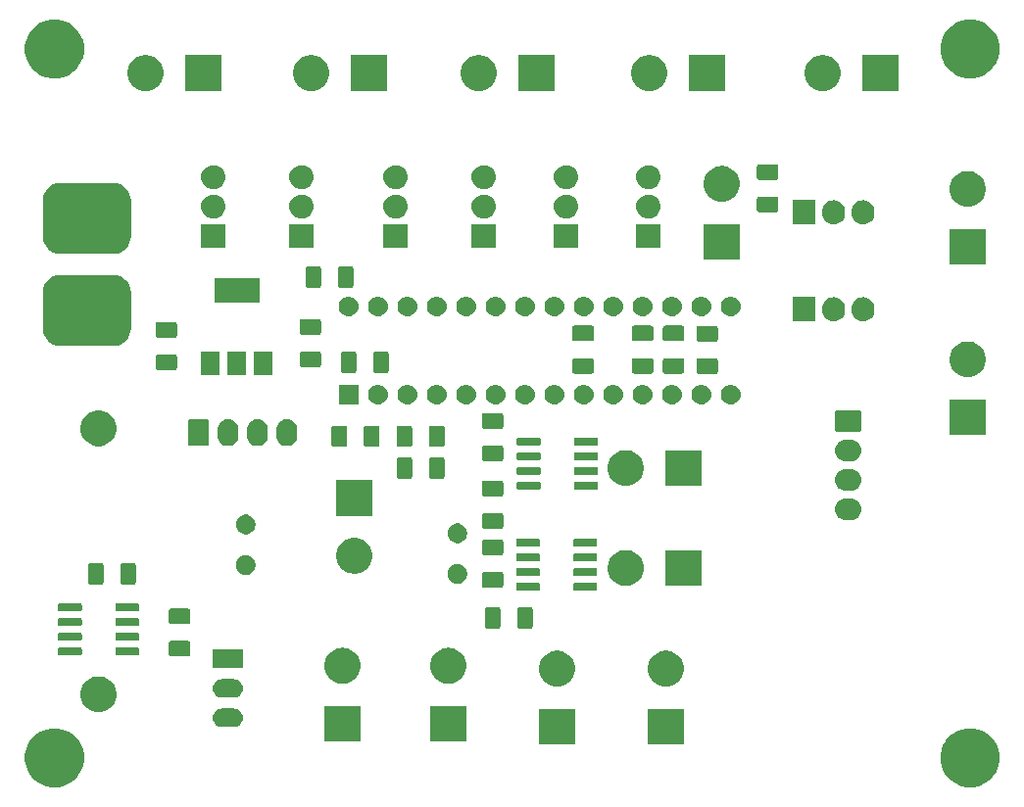
<source format=gbr>
G04 #@! TF.GenerationSoftware,KiCad,Pcbnew,5.1.2-f72e74a~84~ubuntu18.04.1*
G04 #@! TF.CreationDate,2019-09-15T12:20:08+02:00*
G04 #@! TF.ProjectId,PowerElectrobot,506f7765-7245-46c6-9563-74726f626f74,rev?*
G04 #@! TF.SameCoordinates,Original*
G04 #@! TF.FileFunction,Soldermask,Bot*
G04 #@! TF.FilePolarity,Negative*
%FSLAX46Y46*%
G04 Gerber Fmt 4.6, Leading zero omitted, Abs format (unit mm)*
G04 Created by KiCad (PCBNEW 5.1.2-f72e74a~84~ubuntu18.04.1) date 2019-09-15 12:20:08*
%MOMM*%
%LPD*%
G04 APERTURE LIST*
%ADD10C,0.100000*%
G04 APERTURE END LIST*
D10*
G36*
X152744098Y-117841433D02*
G01*
X153208350Y-118033732D01*
X153208352Y-118033733D01*
X153626168Y-118312909D01*
X153981491Y-118668232D01*
X154135685Y-118899000D01*
X154260668Y-119086050D01*
X154452967Y-119550302D01*
X154551000Y-120043147D01*
X154551000Y-120545653D01*
X154452967Y-121038498D01*
X154260668Y-121502750D01*
X154260667Y-121502752D01*
X153981491Y-121920568D01*
X153626168Y-122275891D01*
X153208352Y-122555067D01*
X153208351Y-122555068D01*
X153208350Y-122555068D01*
X152744098Y-122747367D01*
X152251253Y-122845400D01*
X151748747Y-122845400D01*
X151255902Y-122747367D01*
X150791650Y-122555068D01*
X150791649Y-122555068D01*
X150791648Y-122555067D01*
X150373832Y-122275891D01*
X150018509Y-121920568D01*
X149739333Y-121502752D01*
X149739332Y-121502750D01*
X149547033Y-121038498D01*
X149449000Y-120545653D01*
X149449000Y-120043147D01*
X149547033Y-119550302D01*
X149739332Y-119086050D01*
X149864315Y-118899000D01*
X150018509Y-118668232D01*
X150373832Y-118312909D01*
X150791648Y-118033733D01*
X150791650Y-118033732D01*
X151255902Y-117841433D01*
X151748747Y-117743400D01*
X152251253Y-117743400D01*
X152744098Y-117841433D01*
X152744098Y-117841433D01*
G37*
G36*
X73642098Y-117841433D02*
G01*
X74106350Y-118033732D01*
X74106352Y-118033733D01*
X74524168Y-118312909D01*
X74879491Y-118668232D01*
X75033685Y-118899000D01*
X75158668Y-119086050D01*
X75350967Y-119550302D01*
X75449000Y-120043147D01*
X75449000Y-120545653D01*
X75350967Y-121038498D01*
X75158668Y-121502750D01*
X75158667Y-121502752D01*
X74879491Y-121920568D01*
X74524168Y-122275891D01*
X74106352Y-122555067D01*
X74106351Y-122555068D01*
X74106350Y-122555068D01*
X73642098Y-122747367D01*
X73149253Y-122845400D01*
X72646747Y-122845400D01*
X72153902Y-122747367D01*
X71689650Y-122555068D01*
X71689649Y-122555068D01*
X71689648Y-122555067D01*
X71271832Y-122275891D01*
X70916509Y-121920568D01*
X70637333Y-121502752D01*
X70637332Y-121502750D01*
X70445033Y-121038498D01*
X70347000Y-120545653D01*
X70347000Y-120043147D01*
X70445033Y-119550302D01*
X70637332Y-119086050D01*
X70762315Y-118899000D01*
X70916509Y-118668232D01*
X71271832Y-118312909D01*
X71689648Y-118033733D01*
X71689650Y-118033732D01*
X72153902Y-117841433D01*
X72646747Y-117743400D01*
X73149253Y-117743400D01*
X73642098Y-117841433D01*
X73642098Y-117841433D01*
G37*
G36*
X127281000Y-119153000D02*
G01*
X124179000Y-119153000D01*
X124179000Y-116051000D01*
X127281000Y-116051000D01*
X127281000Y-119153000D01*
X127281000Y-119153000D01*
G37*
G36*
X117883000Y-119153000D02*
G01*
X114781000Y-119153000D01*
X114781000Y-116051000D01*
X117883000Y-116051000D01*
X117883000Y-119153000D01*
X117883000Y-119153000D01*
G37*
G36*
X108485000Y-118899000D02*
G01*
X105383000Y-118899000D01*
X105383000Y-115797000D01*
X108485000Y-115797000D01*
X108485000Y-118899000D01*
X108485000Y-118899000D01*
G37*
G36*
X99341000Y-118899000D02*
G01*
X96239000Y-118899000D01*
X96239000Y-115797000D01*
X99341000Y-115797000D01*
X99341000Y-118899000D01*
X99341000Y-118899000D01*
G37*
G36*
X88462571Y-116042863D02*
G01*
X88541023Y-116050590D01*
X88641682Y-116081125D01*
X88692013Y-116096392D01*
X88831165Y-116170771D01*
X88953133Y-116270867D01*
X89053229Y-116392835D01*
X89127608Y-116531987D01*
X89127608Y-116531988D01*
X89173410Y-116682977D01*
X89188875Y-116840000D01*
X89173410Y-116997023D01*
X89142875Y-117097682D01*
X89127608Y-117148013D01*
X89053229Y-117287165D01*
X88953133Y-117409133D01*
X88831165Y-117509229D01*
X88692013Y-117583608D01*
X88641682Y-117598875D01*
X88541023Y-117629410D01*
X88462571Y-117637137D01*
X88423346Y-117641000D01*
X87344654Y-117641000D01*
X87305429Y-117637137D01*
X87226977Y-117629410D01*
X87126318Y-117598875D01*
X87075987Y-117583608D01*
X86936835Y-117509229D01*
X86814867Y-117409133D01*
X86714771Y-117287165D01*
X86640392Y-117148013D01*
X86625125Y-117097682D01*
X86594590Y-116997023D01*
X86579125Y-116840000D01*
X86594590Y-116682977D01*
X86640392Y-116531988D01*
X86640392Y-116531987D01*
X86714771Y-116392835D01*
X86814867Y-116270867D01*
X86936835Y-116170771D01*
X87075987Y-116096392D01*
X87126318Y-116081125D01*
X87226977Y-116050590D01*
X87305429Y-116042863D01*
X87344654Y-116039000D01*
X88423346Y-116039000D01*
X88462571Y-116042863D01*
X88462571Y-116042863D01*
G37*
G36*
X77010585Y-113286802D02*
G01*
X77160410Y-113316604D01*
X77442674Y-113433521D01*
X77696705Y-113603259D01*
X77912741Y-113819295D01*
X78082479Y-114073326D01*
X78199396Y-114355590D01*
X78199396Y-114355591D01*
X78259000Y-114655239D01*
X78259000Y-114960761D01*
X78242521Y-115043608D01*
X78199396Y-115260410D01*
X78082479Y-115542674D01*
X77912741Y-115796705D01*
X77696705Y-116012741D01*
X77442674Y-116182479D01*
X77160410Y-116299396D01*
X77010585Y-116329198D01*
X76860761Y-116359000D01*
X76555239Y-116359000D01*
X76405415Y-116329198D01*
X76255590Y-116299396D01*
X75973326Y-116182479D01*
X75719295Y-116012741D01*
X75503259Y-115796705D01*
X75333521Y-115542674D01*
X75216604Y-115260410D01*
X75173479Y-115043608D01*
X75157000Y-114960761D01*
X75157000Y-114655239D01*
X75216604Y-114355591D01*
X75216604Y-114355590D01*
X75333521Y-114073326D01*
X75503259Y-113819295D01*
X75719295Y-113603259D01*
X75973326Y-113433521D01*
X76255590Y-113316604D01*
X76405415Y-113286802D01*
X76555239Y-113257000D01*
X76860761Y-113257000D01*
X77010585Y-113286802D01*
X77010585Y-113286802D01*
G37*
G36*
X88462571Y-113502863D02*
G01*
X88541023Y-113510590D01*
X88641682Y-113541125D01*
X88692013Y-113556392D01*
X88831165Y-113630771D01*
X88953133Y-113730867D01*
X89053229Y-113852835D01*
X89127608Y-113991987D01*
X89127608Y-113991988D01*
X89173410Y-114142977D01*
X89188875Y-114300000D01*
X89173410Y-114457023D01*
X89142875Y-114557682D01*
X89127608Y-114608013D01*
X89053229Y-114747165D01*
X88953133Y-114869133D01*
X88831165Y-114969229D01*
X88692013Y-115043608D01*
X88641682Y-115058875D01*
X88541023Y-115089410D01*
X88462571Y-115097137D01*
X88423346Y-115101000D01*
X87344654Y-115101000D01*
X87305429Y-115097137D01*
X87226977Y-115089410D01*
X87126318Y-115058875D01*
X87075987Y-115043608D01*
X86936835Y-114969229D01*
X86814867Y-114869133D01*
X86714771Y-114747165D01*
X86640392Y-114608013D01*
X86625125Y-114557682D01*
X86594590Y-114457023D01*
X86579125Y-114300000D01*
X86594590Y-114142977D01*
X86640392Y-113991988D01*
X86640392Y-113991987D01*
X86714771Y-113852835D01*
X86814867Y-113730867D01*
X86936835Y-113630771D01*
X87075987Y-113556392D01*
X87126318Y-113541125D01*
X87226977Y-113510590D01*
X87305429Y-113502863D01*
X87344654Y-113499000D01*
X88423346Y-113499000D01*
X88462571Y-113502863D01*
X88462571Y-113502863D01*
G37*
G36*
X126032585Y-111080802D02*
G01*
X126182410Y-111110604D01*
X126464674Y-111227521D01*
X126718705Y-111397259D01*
X126934741Y-111613295D01*
X127104479Y-111867326D01*
X127221396Y-112149590D01*
X127281000Y-112449240D01*
X127281000Y-112754760D01*
X127221396Y-113054410D01*
X127104479Y-113336674D01*
X126934741Y-113590705D01*
X126718705Y-113806741D01*
X126464674Y-113976479D01*
X126182410Y-114093396D01*
X126032585Y-114123198D01*
X125882761Y-114153000D01*
X125577239Y-114153000D01*
X125427415Y-114123198D01*
X125277590Y-114093396D01*
X124995326Y-113976479D01*
X124741295Y-113806741D01*
X124525259Y-113590705D01*
X124355521Y-113336674D01*
X124238604Y-113054410D01*
X124179000Y-112754760D01*
X124179000Y-112449240D01*
X124238604Y-112149590D01*
X124355521Y-111867326D01*
X124525259Y-111613295D01*
X124741295Y-111397259D01*
X124995326Y-111227521D01*
X125277590Y-111110604D01*
X125427415Y-111080802D01*
X125577239Y-111051000D01*
X125882761Y-111051000D01*
X126032585Y-111080802D01*
X126032585Y-111080802D01*
G37*
G36*
X116634585Y-111080802D02*
G01*
X116784410Y-111110604D01*
X117066674Y-111227521D01*
X117320705Y-111397259D01*
X117536741Y-111613295D01*
X117706479Y-111867326D01*
X117823396Y-112149590D01*
X117883000Y-112449240D01*
X117883000Y-112754760D01*
X117823396Y-113054410D01*
X117706479Y-113336674D01*
X117536741Y-113590705D01*
X117320705Y-113806741D01*
X117066674Y-113976479D01*
X116784410Y-114093396D01*
X116634585Y-114123198D01*
X116484761Y-114153000D01*
X116179239Y-114153000D01*
X116029415Y-114123198D01*
X115879590Y-114093396D01*
X115597326Y-113976479D01*
X115343295Y-113806741D01*
X115127259Y-113590705D01*
X114957521Y-113336674D01*
X114840604Y-113054410D01*
X114781000Y-112754760D01*
X114781000Y-112449240D01*
X114840604Y-112149590D01*
X114957521Y-111867326D01*
X115127259Y-111613295D01*
X115343295Y-111397259D01*
X115597326Y-111227521D01*
X115879590Y-111110604D01*
X116029415Y-111080802D01*
X116179239Y-111051000D01*
X116484761Y-111051000D01*
X116634585Y-111080802D01*
X116634585Y-111080802D01*
G37*
G36*
X107139668Y-110807524D02*
G01*
X107386410Y-110856604D01*
X107668674Y-110973521D01*
X107922705Y-111143259D01*
X108138741Y-111359295D01*
X108308479Y-111613326D01*
X108425396Y-111895590D01*
X108485000Y-112195240D01*
X108485000Y-112500760D01*
X108425396Y-112800410D01*
X108308479Y-113082674D01*
X108138741Y-113336705D01*
X107922705Y-113552741D01*
X107668674Y-113722479D01*
X107386410Y-113839396D01*
X107318847Y-113852835D01*
X107086761Y-113899000D01*
X106781239Y-113899000D01*
X106549153Y-113852835D01*
X106481590Y-113839396D01*
X106199326Y-113722479D01*
X105945295Y-113552741D01*
X105729259Y-113336705D01*
X105559521Y-113082674D01*
X105442604Y-112800410D01*
X105383000Y-112500760D01*
X105383000Y-112195240D01*
X105442604Y-111895590D01*
X105559521Y-111613326D01*
X105729259Y-111359295D01*
X105945295Y-111143259D01*
X106199326Y-110973521D01*
X106481590Y-110856604D01*
X106728332Y-110807524D01*
X106781239Y-110797000D01*
X107086761Y-110797000D01*
X107139668Y-110807524D01*
X107139668Y-110807524D01*
G37*
G36*
X97995668Y-110807524D02*
G01*
X98242410Y-110856604D01*
X98524674Y-110973521D01*
X98778705Y-111143259D01*
X98994741Y-111359295D01*
X99164479Y-111613326D01*
X99281396Y-111895590D01*
X99341000Y-112195240D01*
X99341000Y-112500760D01*
X99281396Y-112800410D01*
X99164479Y-113082674D01*
X98994741Y-113336705D01*
X98778705Y-113552741D01*
X98524674Y-113722479D01*
X98242410Y-113839396D01*
X98174847Y-113852835D01*
X97942761Y-113899000D01*
X97637239Y-113899000D01*
X97405153Y-113852835D01*
X97337590Y-113839396D01*
X97055326Y-113722479D01*
X96801295Y-113552741D01*
X96585259Y-113336705D01*
X96415521Y-113082674D01*
X96298604Y-112800410D01*
X96239000Y-112500760D01*
X96239000Y-112195240D01*
X96298604Y-111895590D01*
X96415521Y-111613326D01*
X96585259Y-111359295D01*
X96801295Y-111143259D01*
X97055326Y-110973521D01*
X97337590Y-110856604D01*
X97584332Y-110807524D01*
X97637239Y-110797000D01*
X97942761Y-110797000D01*
X97995668Y-110807524D01*
X97995668Y-110807524D01*
G37*
G36*
X89185000Y-112561000D02*
G01*
X86583000Y-112561000D01*
X86583000Y-110959000D01*
X89185000Y-110959000D01*
X89185000Y-112561000D01*
X89185000Y-112561000D01*
G37*
G36*
X84461604Y-110202347D02*
G01*
X84498144Y-110213432D01*
X84531821Y-110231433D01*
X84561341Y-110255659D01*
X84585567Y-110285179D01*
X84603568Y-110318856D01*
X84614653Y-110355396D01*
X84619000Y-110399538D01*
X84619000Y-111348462D01*
X84614653Y-111392604D01*
X84603568Y-111429144D01*
X84585567Y-111462821D01*
X84561341Y-111492341D01*
X84531821Y-111516567D01*
X84498144Y-111534568D01*
X84461604Y-111545653D01*
X84417462Y-111550000D01*
X82968538Y-111550000D01*
X82924396Y-111545653D01*
X82887856Y-111534568D01*
X82854179Y-111516567D01*
X82824659Y-111492341D01*
X82800433Y-111462821D01*
X82782432Y-111429144D01*
X82771347Y-111392604D01*
X82767000Y-111348462D01*
X82767000Y-110399538D01*
X82771347Y-110355396D01*
X82782432Y-110318856D01*
X82800433Y-110285179D01*
X82824659Y-110255659D01*
X82854179Y-110231433D01*
X82887856Y-110213432D01*
X82924396Y-110202347D01*
X82968538Y-110198000D01*
X84417462Y-110198000D01*
X84461604Y-110202347D01*
X84461604Y-110202347D01*
G37*
G36*
X80117928Y-110776764D02*
G01*
X80139009Y-110783160D01*
X80158445Y-110793548D01*
X80175476Y-110807524D01*
X80189452Y-110824555D01*
X80199840Y-110843991D01*
X80206236Y-110865072D01*
X80209000Y-110893140D01*
X80209000Y-111356860D01*
X80206236Y-111384928D01*
X80199840Y-111406009D01*
X80189452Y-111425445D01*
X80175476Y-111442476D01*
X80158445Y-111456452D01*
X80139009Y-111466840D01*
X80117928Y-111473236D01*
X80089860Y-111476000D01*
X78276140Y-111476000D01*
X78248072Y-111473236D01*
X78226991Y-111466840D01*
X78207555Y-111456452D01*
X78190524Y-111442476D01*
X78176548Y-111425445D01*
X78166160Y-111406009D01*
X78159764Y-111384928D01*
X78157000Y-111356860D01*
X78157000Y-110893140D01*
X78159764Y-110865072D01*
X78166160Y-110843991D01*
X78176548Y-110824555D01*
X78190524Y-110807524D01*
X78207555Y-110793548D01*
X78226991Y-110783160D01*
X78248072Y-110776764D01*
X78276140Y-110774000D01*
X80089860Y-110774000D01*
X80117928Y-110776764D01*
X80117928Y-110776764D01*
G37*
G36*
X75167928Y-110776764D02*
G01*
X75189009Y-110783160D01*
X75208445Y-110793548D01*
X75225476Y-110807524D01*
X75239452Y-110824555D01*
X75249840Y-110843991D01*
X75256236Y-110865072D01*
X75259000Y-110893140D01*
X75259000Y-111356860D01*
X75256236Y-111384928D01*
X75249840Y-111406009D01*
X75239452Y-111425445D01*
X75225476Y-111442476D01*
X75208445Y-111456452D01*
X75189009Y-111466840D01*
X75167928Y-111473236D01*
X75139860Y-111476000D01*
X73326140Y-111476000D01*
X73298072Y-111473236D01*
X73276991Y-111466840D01*
X73257555Y-111456452D01*
X73240524Y-111442476D01*
X73226548Y-111425445D01*
X73216160Y-111406009D01*
X73209764Y-111384928D01*
X73207000Y-111356860D01*
X73207000Y-110893140D01*
X73209764Y-110865072D01*
X73216160Y-110843991D01*
X73226548Y-110824555D01*
X73240524Y-110807524D01*
X73257555Y-110793548D01*
X73276991Y-110783160D01*
X73298072Y-110776764D01*
X73326140Y-110774000D01*
X75139860Y-110774000D01*
X75167928Y-110776764D01*
X75167928Y-110776764D01*
G37*
G36*
X80117928Y-109506764D02*
G01*
X80139009Y-109513160D01*
X80158445Y-109523548D01*
X80175476Y-109537524D01*
X80189452Y-109554555D01*
X80199840Y-109573991D01*
X80206236Y-109595072D01*
X80209000Y-109623140D01*
X80209000Y-110086860D01*
X80206236Y-110114928D01*
X80199840Y-110136009D01*
X80189452Y-110155445D01*
X80175476Y-110172476D01*
X80158445Y-110186452D01*
X80139009Y-110196840D01*
X80117928Y-110203236D01*
X80089860Y-110206000D01*
X78276140Y-110206000D01*
X78248072Y-110203236D01*
X78226991Y-110196840D01*
X78207555Y-110186452D01*
X78190524Y-110172476D01*
X78176548Y-110155445D01*
X78166160Y-110136009D01*
X78159764Y-110114928D01*
X78157000Y-110086860D01*
X78157000Y-109623140D01*
X78159764Y-109595072D01*
X78166160Y-109573991D01*
X78176548Y-109554555D01*
X78190524Y-109537524D01*
X78207555Y-109523548D01*
X78226991Y-109513160D01*
X78248072Y-109506764D01*
X78276140Y-109504000D01*
X80089860Y-109504000D01*
X80117928Y-109506764D01*
X80117928Y-109506764D01*
G37*
G36*
X75167928Y-109506764D02*
G01*
X75189009Y-109513160D01*
X75208445Y-109523548D01*
X75225476Y-109537524D01*
X75239452Y-109554555D01*
X75249840Y-109573991D01*
X75256236Y-109595072D01*
X75259000Y-109623140D01*
X75259000Y-110086860D01*
X75256236Y-110114928D01*
X75249840Y-110136009D01*
X75239452Y-110155445D01*
X75225476Y-110172476D01*
X75208445Y-110186452D01*
X75189009Y-110196840D01*
X75167928Y-110203236D01*
X75139860Y-110206000D01*
X73326140Y-110206000D01*
X73298072Y-110203236D01*
X73276991Y-110196840D01*
X73257555Y-110186452D01*
X73240524Y-110172476D01*
X73226548Y-110155445D01*
X73216160Y-110136009D01*
X73209764Y-110114928D01*
X73207000Y-110086860D01*
X73207000Y-109623140D01*
X73209764Y-109595072D01*
X73216160Y-109573991D01*
X73226548Y-109554555D01*
X73240524Y-109537524D01*
X73257555Y-109523548D01*
X73276991Y-109513160D01*
X73298072Y-109506764D01*
X73326140Y-109504000D01*
X75139860Y-109504000D01*
X75167928Y-109506764D01*
X75167928Y-109506764D01*
G37*
G36*
X111256604Y-107282347D02*
G01*
X111293144Y-107293432D01*
X111326821Y-107311433D01*
X111356341Y-107335659D01*
X111380567Y-107365179D01*
X111398568Y-107398856D01*
X111409653Y-107435396D01*
X111414000Y-107479538D01*
X111414000Y-108928462D01*
X111409653Y-108972604D01*
X111398568Y-109009144D01*
X111380567Y-109042821D01*
X111356341Y-109072341D01*
X111326821Y-109096567D01*
X111293144Y-109114568D01*
X111256604Y-109125653D01*
X111212462Y-109130000D01*
X110263538Y-109130000D01*
X110219396Y-109125653D01*
X110182856Y-109114568D01*
X110149179Y-109096567D01*
X110119659Y-109072341D01*
X110095433Y-109042821D01*
X110077432Y-109009144D01*
X110066347Y-108972604D01*
X110062000Y-108928462D01*
X110062000Y-107479538D01*
X110066347Y-107435396D01*
X110077432Y-107398856D01*
X110095433Y-107365179D01*
X110119659Y-107335659D01*
X110149179Y-107311433D01*
X110182856Y-107293432D01*
X110219396Y-107282347D01*
X110263538Y-107278000D01*
X111212462Y-107278000D01*
X111256604Y-107282347D01*
X111256604Y-107282347D01*
G37*
G36*
X114056604Y-107282347D02*
G01*
X114093144Y-107293432D01*
X114126821Y-107311433D01*
X114156341Y-107335659D01*
X114180567Y-107365179D01*
X114198568Y-107398856D01*
X114209653Y-107435396D01*
X114214000Y-107479538D01*
X114214000Y-108928462D01*
X114209653Y-108972604D01*
X114198568Y-109009144D01*
X114180567Y-109042821D01*
X114156341Y-109072341D01*
X114126821Y-109096567D01*
X114093144Y-109114568D01*
X114056604Y-109125653D01*
X114012462Y-109130000D01*
X113063538Y-109130000D01*
X113019396Y-109125653D01*
X112982856Y-109114568D01*
X112949179Y-109096567D01*
X112919659Y-109072341D01*
X112895433Y-109042821D01*
X112877432Y-109009144D01*
X112866347Y-108972604D01*
X112862000Y-108928462D01*
X112862000Y-107479538D01*
X112866347Y-107435396D01*
X112877432Y-107398856D01*
X112895433Y-107365179D01*
X112919659Y-107335659D01*
X112949179Y-107311433D01*
X112982856Y-107293432D01*
X113019396Y-107282347D01*
X113063538Y-107278000D01*
X114012462Y-107278000D01*
X114056604Y-107282347D01*
X114056604Y-107282347D01*
G37*
G36*
X75167928Y-108236764D02*
G01*
X75189009Y-108243160D01*
X75208445Y-108253548D01*
X75225476Y-108267524D01*
X75239452Y-108284555D01*
X75249840Y-108303991D01*
X75256236Y-108325072D01*
X75259000Y-108353140D01*
X75259000Y-108816860D01*
X75256236Y-108844928D01*
X75249840Y-108866009D01*
X75239452Y-108885445D01*
X75225476Y-108902476D01*
X75208445Y-108916452D01*
X75189009Y-108926840D01*
X75167928Y-108933236D01*
X75139860Y-108936000D01*
X73326140Y-108936000D01*
X73298072Y-108933236D01*
X73276991Y-108926840D01*
X73257555Y-108916452D01*
X73240524Y-108902476D01*
X73226548Y-108885445D01*
X73216160Y-108866009D01*
X73209764Y-108844928D01*
X73207000Y-108816860D01*
X73207000Y-108353140D01*
X73209764Y-108325072D01*
X73216160Y-108303991D01*
X73226548Y-108284555D01*
X73240524Y-108267524D01*
X73257555Y-108253548D01*
X73276991Y-108243160D01*
X73298072Y-108236764D01*
X73326140Y-108234000D01*
X75139860Y-108234000D01*
X75167928Y-108236764D01*
X75167928Y-108236764D01*
G37*
G36*
X80117928Y-108236764D02*
G01*
X80139009Y-108243160D01*
X80158445Y-108253548D01*
X80175476Y-108267524D01*
X80189452Y-108284555D01*
X80199840Y-108303991D01*
X80206236Y-108325072D01*
X80209000Y-108353140D01*
X80209000Y-108816860D01*
X80206236Y-108844928D01*
X80199840Y-108866009D01*
X80189452Y-108885445D01*
X80175476Y-108902476D01*
X80158445Y-108916452D01*
X80139009Y-108926840D01*
X80117928Y-108933236D01*
X80089860Y-108936000D01*
X78276140Y-108936000D01*
X78248072Y-108933236D01*
X78226991Y-108926840D01*
X78207555Y-108916452D01*
X78190524Y-108902476D01*
X78176548Y-108885445D01*
X78166160Y-108866009D01*
X78159764Y-108844928D01*
X78157000Y-108816860D01*
X78157000Y-108353140D01*
X78159764Y-108325072D01*
X78166160Y-108303991D01*
X78176548Y-108284555D01*
X78190524Y-108267524D01*
X78207555Y-108253548D01*
X78226991Y-108243160D01*
X78248072Y-108236764D01*
X78276140Y-108234000D01*
X80089860Y-108234000D01*
X80117928Y-108236764D01*
X80117928Y-108236764D01*
G37*
G36*
X84461604Y-107402347D02*
G01*
X84498144Y-107413432D01*
X84531821Y-107431433D01*
X84561341Y-107455659D01*
X84585567Y-107485179D01*
X84603568Y-107518856D01*
X84614653Y-107555396D01*
X84619000Y-107599538D01*
X84619000Y-108548462D01*
X84614653Y-108592604D01*
X84603568Y-108629144D01*
X84585567Y-108662821D01*
X84561341Y-108692341D01*
X84531821Y-108716567D01*
X84498144Y-108734568D01*
X84461604Y-108745653D01*
X84417462Y-108750000D01*
X82968538Y-108750000D01*
X82924396Y-108745653D01*
X82887856Y-108734568D01*
X82854179Y-108716567D01*
X82824659Y-108692341D01*
X82800433Y-108662821D01*
X82782432Y-108629144D01*
X82771347Y-108592604D01*
X82767000Y-108548462D01*
X82767000Y-107599538D01*
X82771347Y-107555396D01*
X82782432Y-107518856D01*
X82800433Y-107485179D01*
X82824659Y-107455659D01*
X82854179Y-107431433D01*
X82887856Y-107413432D01*
X82924396Y-107402347D01*
X82968538Y-107398000D01*
X84417462Y-107398000D01*
X84461604Y-107402347D01*
X84461604Y-107402347D01*
G37*
G36*
X80117928Y-106966764D02*
G01*
X80139009Y-106973160D01*
X80158445Y-106983548D01*
X80175476Y-106997524D01*
X80189452Y-107014555D01*
X80199840Y-107033991D01*
X80206236Y-107055072D01*
X80209000Y-107083140D01*
X80209000Y-107546860D01*
X80206236Y-107574928D01*
X80199840Y-107596009D01*
X80189452Y-107615445D01*
X80175476Y-107632476D01*
X80158445Y-107646452D01*
X80139009Y-107656840D01*
X80117928Y-107663236D01*
X80089860Y-107666000D01*
X78276140Y-107666000D01*
X78248072Y-107663236D01*
X78226991Y-107656840D01*
X78207555Y-107646452D01*
X78190524Y-107632476D01*
X78176548Y-107615445D01*
X78166160Y-107596009D01*
X78159764Y-107574928D01*
X78157000Y-107546860D01*
X78157000Y-107083140D01*
X78159764Y-107055072D01*
X78166160Y-107033991D01*
X78176548Y-107014555D01*
X78190524Y-106997524D01*
X78207555Y-106983548D01*
X78226991Y-106973160D01*
X78248072Y-106966764D01*
X78276140Y-106964000D01*
X80089860Y-106964000D01*
X80117928Y-106966764D01*
X80117928Y-106966764D01*
G37*
G36*
X75167928Y-106966764D02*
G01*
X75189009Y-106973160D01*
X75208445Y-106983548D01*
X75225476Y-106997524D01*
X75239452Y-107014555D01*
X75249840Y-107033991D01*
X75256236Y-107055072D01*
X75259000Y-107083140D01*
X75259000Y-107546860D01*
X75256236Y-107574928D01*
X75249840Y-107596009D01*
X75239452Y-107615445D01*
X75225476Y-107632476D01*
X75208445Y-107646452D01*
X75189009Y-107656840D01*
X75167928Y-107663236D01*
X75139860Y-107666000D01*
X73326140Y-107666000D01*
X73298072Y-107663236D01*
X73276991Y-107656840D01*
X73257555Y-107646452D01*
X73240524Y-107632476D01*
X73226548Y-107615445D01*
X73216160Y-107596009D01*
X73209764Y-107574928D01*
X73207000Y-107546860D01*
X73207000Y-107083140D01*
X73209764Y-107055072D01*
X73216160Y-107033991D01*
X73226548Y-107014555D01*
X73240524Y-106997524D01*
X73257555Y-106983548D01*
X73276991Y-106973160D01*
X73298072Y-106966764D01*
X73326140Y-106964000D01*
X75139860Y-106964000D01*
X75167928Y-106966764D01*
X75167928Y-106966764D01*
G37*
G36*
X114726928Y-105188764D02*
G01*
X114748009Y-105195160D01*
X114767445Y-105205548D01*
X114784476Y-105219524D01*
X114798452Y-105236555D01*
X114808840Y-105255991D01*
X114815236Y-105277072D01*
X114818000Y-105305140D01*
X114818000Y-105768860D01*
X114815236Y-105796928D01*
X114808840Y-105818009D01*
X114798452Y-105837445D01*
X114784476Y-105854476D01*
X114767445Y-105868452D01*
X114748009Y-105878840D01*
X114726928Y-105885236D01*
X114698860Y-105888000D01*
X112885140Y-105888000D01*
X112857072Y-105885236D01*
X112835991Y-105878840D01*
X112816555Y-105868452D01*
X112799524Y-105854476D01*
X112785548Y-105837445D01*
X112775160Y-105818009D01*
X112768764Y-105796928D01*
X112766000Y-105768860D01*
X112766000Y-105305140D01*
X112768764Y-105277072D01*
X112775160Y-105255991D01*
X112785548Y-105236555D01*
X112799524Y-105219524D01*
X112816555Y-105205548D01*
X112835991Y-105195160D01*
X112857072Y-105188764D01*
X112885140Y-105186000D01*
X114698860Y-105186000D01*
X114726928Y-105188764D01*
X114726928Y-105188764D01*
G37*
G36*
X119676928Y-105188764D02*
G01*
X119698009Y-105195160D01*
X119717445Y-105205548D01*
X119734476Y-105219524D01*
X119748452Y-105236555D01*
X119758840Y-105255991D01*
X119765236Y-105277072D01*
X119768000Y-105305140D01*
X119768000Y-105768860D01*
X119765236Y-105796928D01*
X119758840Y-105818009D01*
X119748452Y-105837445D01*
X119734476Y-105854476D01*
X119717445Y-105868452D01*
X119698009Y-105878840D01*
X119676928Y-105885236D01*
X119648860Y-105888000D01*
X117835140Y-105888000D01*
X117807072Y-105885236D01*
X117785991Y-105878840D01*
X117766555Y-105868452D01*
X117749524Y-105854476D01*
X117735548Y-105837445D01*
X117725160Y-105818009D01*
X117718764Y-105796928D01*
X117716000Y-105768860D01*
X117716000Y-105305140D01*
X117718764Y-105277072D01*
X117725160Y-105255991D01*
X117735548Y-105236555D01*
X117749524Y-105219524D01*
X117766555Y-105205548D01*
X117785991Y-105195160D01*
X117807072Y-105188764D01*
X117835140Y-105186000D01*
X119648860Y-105186000D01*
X119676928Y-105188764D01*
X119676928Y-105188764D01*
G37*
G36*
X111512604Y-104236347D02*
G01*
X111549144Y-104247432D01*
X111582821Y-104265433D01*
X111612341Y-104289659D01*
X111636567Y-104319179D01*
X111654568Y-104352856D01*
X111665653Y-104389396D01*
X111670000Y-104433538D01*
X111670000Y-105382462D01*
X111665653Y-105426604D01*
X111654568Y-105463144D01*
X111636567Y-105496821D01*
X111612341Y-105526341D01*
X111582821Y-105550567D01*
X111549144Y-105568568D01*
X111512604Y-105579653D01*
X111468462Y-105584000D01*
X110019538Y-105584000D01*
X109975396Y-105579653D01*
X109938856Y-105568568D01*
X109905179Y-105550567D01*
X109875659Y-105526341D01*
X109851433Y-105496821D01*
X109833432Y-105463144D01*
X109822347Y-105426604D01*
X109818000Y-105382462D01*
X109818000Y-104433538D01*
X109822347Y-104389396D01*
X109833432Y-104352856D01*
X109851433Y-104319179D01*
X109875659Y-104289659D01*
X109905179Y-104265433D01*
X109938856Y-104247432D01*
X109975396Y-104236347D01*
X110019538Y-104232000D01*
X111468462Y-104232000D01*
X111512604Y-104236347D01*
X111512604Y-104236347D01*
G37*
G36*
X128805000Y-105437000D02*
G01*
X125703000Y-105437000D01*
X125703000Y-102335000D01*
X128805000Y-102335000D01*
X128805000Y-105437000D01*
X128805000Y-105437000D01*
G37*
G36*
X122556585Y-102364802D02*
G01*
X122706410Y-102394604D01*
X122988674Y-102511521D01*
X123242705Y-102681259D01*
X123458741Y-102897295D01*
X123628479Y-103151326D01*
X123745396Y-103433590D01*
X123773618Y-103575472D01*
X123805000Y-103733239D01*
X123805000Y-104038761D01*
X123783714Y-104145771D01*
X123745396Y-104338410D01*
X123628479Y-104620674D01*
X123458741Y-104874705D01*
X123242705Y-105090741D01*
X122988674Y-105260479D01*
X122706410Y-105377396D01*
X122680941Y-105382462D01*
X122406761Y-105437000D01*
X122101239Y-105437000D01*
X121827059Y-105382462D01*
X121801590Y-105377396D01*
X121519326Y-105260479D01*
X121265295Y-105090741D01*
X121049259Y-104874705D01*
X120879521Y-104620674D01*
X120762604Y-104338410D01*
X120724286Y-104145771D01*
X120703000Y-104038761D01*
X120703000Y-103733239D01*
X120734382Y-103575472D01*
X120762604Y-103433590D01*
X120879521Y-103151326D01*
X121049259Y-102897295D01*
X121265295Y-102681259D01*
X121519326Y-102511521D01*
X121801590Y-102394604D01*
X121951415Y-102364802D01*
X122101239Y-102335000D01*
X122406761Y-102335000D01*
X122556585Y-102364802D01*
X122556585Y-102364802D01*
G37*
G36*
X76966604Y-103472347D02*
G01*
X77003144Y-103483432D01*
X77036821Y-103501433D01*
X77066341Y-103525659D01*
X77090567Y-103555179D01*
X77108568Y-103588856D01*
X77119653Y-103625396D01*
X77124000Y-103669538D01*
X77124000Y-105118462D01*
X77119653Y-105162604D01*
X77108568Y-105199144D01*
X77090567Y-105232821D01*
X77066341Y-105262341D01*
X77036821Y-105286567D01*
X77003144Y-105304568D01*
X76966604Y-105315653D01*
X76922462Y-105320000D01*
X75973538Y-105320000D01*
X75929396Y-105315653D01*
X75892856Y-105304568D01*
X75859179Y-105286567D01*
X75829659Y-105262341D01*
X75805433Y-105232821D01*
X75787432Y-105199144D01*
X75776347Y-105162604D01*
X75772000Y-105118462D01*
X75772000Y-103669538D01*
X75776347Y-103625396D01*
X75787432Y-103588856D01*
X75805433Y-103555179D01*
X75829659Y-103525659D01*
X75859179Y-103501433D01*
X75892856Y-103483432D01*
X75929396Y-103472347D01*
X75973538Y-103468000D01*
X76922462Y-103468000D01*
X76966604Y-103472347D01*
X76966604Y-103472347D01*
G37*
G36*
X79766604Y-103472347D02*
G01*
X79803144Y-103483432D01*
X79836821Y-103501433D01*
X79866341Y-103525659D01*
X79890567Y-103555179D01*
X79908568Y-103588856D01*
X79919653Y-103625396D01*
X79924000Y-103669538D01*
X79924000Y-105118462D01*
X79919653Y-105162604D01*
X79908568Y-105199144D01*
X79890567Y-105232821D01*
X79866341Y-105262341D01*
X79836821Y-105286567D01*
X79803144Y-105304568D01*
X79766604Y-105315653D01*
X79722462Y-105320000D01*
X78773538Y-105320000D01*
X78729396Y-105315653D01*
X78692856Y-105304568D01*
X78659179Y-105286567D01*
X78629659Y-105262341D01*
X78605433Y-105232821D01*
X78587432Y-105199144D01*
X78576347Y-105162604D01*
X78572000Y-105118462D01*
X78572000Y-103669538D01*
X78576347Y-103625396D01*
X78587432Y-103588856D01*
X78605433Y-103555179D01*
X78629659Y-103525659D01*
X78659179Y-103501433D01*
X78692856Y-103483432D01*
X78729396Y-103472347D01*
X78773538Y-103468000D01*
X79722462Y-103468000D01*
X79766604Y-103472347D01*
X79766604Y-103472347D01*
G37*
G36*
X107944228Y-103575703D02*
G01*
X108099100Y-103639853D01*
X108238481Y-103732985D01*
X108357015Y-103851519D01*
X108450147Y-103990900D01*
X108514297Y-104145772D01*
X108547000Y-104310184D01*
X108547000Y-104477816D01*
X108514297Y-104642228D01*
X108450147Y-104797100D01*
X108357015Y-104936481D01*
X108238481Y-105055015D01*
X108099100Y-105148147D01*
X107944228Y-105212297D01*
X107779816Y-105245000D01*
X107612184Y-105245000D01*
X107447772Y-105212297D01*
X107292900Y-105148147D01*
X107153519Y-105055015D01*
X107034985Y-104936481D01*
X106941853Y-104797100D01*
X106877703Y-104642228D01*
X106845000Y-104477816D01*
X106845000Y-104310184D01*
X106877703Y-104145772D01*
X106941853Y-103990900D01*
X107034985Y-103851519D01*
X107153519Y-103732985D01*
X107292900Y-103639853D01*
X107447772Y-103575703D01*
X107612184Y-103543000D01*
X107779816Y-103543000D01*
X107944228Y-103575703D01*
X107944228Y-103575703D01*
G37*
G36*
X114726928Y-103918764D02*
G01*
X114748009Y-103925160D01*
X114767445Y-103935548D01*
X114784476Y-103949524D01*
X114798452Y-103966555D01*
X114808840Y-103985991D01*
X114815236Y-104007072D01*
X114818000Y-104035140D01*
X114818000Y-104498860D01*
X114815236Y-104526928D01*
X114808840Y-104548009D01*
X114798452Y-104567445D01*
X114784476Y-104584476D01*
X114767445Y-104598452D01*
X114748009Y-104608840D01*
X114726928Y-104615236D01*
X114698860Y-104618000D01*
X112885140Y-104618000D01*
X112857072Y-104615236D01*
X112835991Y-104608840D01*
X112816555Y-104598452D01*
X112799524Y-104584476D01*
X112785548Y-104567445D01*
X112775160Y-104548009D01*
X112768764Y-104526928D01*
X112766000Y-104498860D01*
X112766000Y-104035140D01*
X112768764Y-104007072D01*
X112775160Y-103985991D01*
X112785548Y-103966555D01*
X112799524Y-103949524D01*
X112816555Y-103935548D01*
X112835991Y-103925160D01*
X112857072Y-103918764D01*
X112885140Y-103916000D01*
X114698860Y-103916000D01*
X114726928Y-103918764D01*
X114726928Y-103918764D01*
G37*
G36*
X119676928Y-103918764D02*
G01*
X119698009Y-103925160D01*
X119717445Y-103935548D01*
X119734476Y-103949524D01*
X119748452Y-103966555D01*
X119758840Y-103985991D01*
X119765236Y-104007072D01*
X119768000Y-104035140D01*
X119768000Y-104498860D01*
X119765236Y-104526928D01*
X119758840Y-104548009D01*
X119748452Y-104567445D01*
X119734476Y-104584476D01*
X119717445Y-104598452D01*
X119698009Y-104608840D01*
X119676928Y-104615236D01*
X119648860Y-104618000D01*
X117835140Y-104618000D01*
X117807072Y-104615236D01*
X117785991Y-104608840D01*
X117766555Y-104598452D01*
X117749524Y-104584476D01*
X117735548Y-104567445D01*
X117725160Y-104548009D01*
X117718764Y-104526928D01*
X117716000Y-104498860D01*
X117716000Y-104035140D01*
X117718764Y-104007072D01*
X117725160Y-103985991D01*
X117735548Y-103966555D01*
X117749524Y-103949524D01*
X117766555Y-103935548D01*
X117785991Y-103925160D01*
X117807072Y-103918764D01*
X117835140Y-103916000D01*
X119648860Y-103916000D01*
X119676928Y-103918764D01*
X119676928Y-103918764D01*
G37*
G36*
X89656228Y-102813703D02*
G01*
X89811100Y-102877853D01*
X89950481Y-102970985D01*
X90069015Y-103089519D01*
X90162147Y-103228900D01*
X90226297Y-103383772D01*
X90259000Y-103548184D01*
X90259000Y-103715816D01*
X90226297Y-103880228D01*
X90162147Y-104035100D01*
X90069015Y-104174481D01*
X89950481Y-104293015D01*
X89811100Y-104386147D01*
X89656228Y-104450297D01*
X89491816Y-104483000D01*
X89324184Y-104483000D01*
X89159772Y-104450297D01*
X89004900Y-104386147D01*
X88865519Y-104293015D01*
X88746985Y-104174481D01*
X88653853Y-104035100D01*
X88589703Y-103880228D01*
X88557000Y-103715816D01*
X88557000Y-103548184D01*
X88589703Y-103383772D01*
X88653853Y-103228900D01*
X88746985Y-103089519D01*
X88865519Y-102970985D01*
X89004900Y-102877853D01*
X89159772Y-102813703D01*
X89324184Y-102781000D01*
X89491816Y-102781000D01*
X89656228Y-102813703D01*
X89656228Y-102813703D01*
G37*
G36*
X98995445Y-101297097D02*
G01*
X99258410Y-101349404D01*
X99540674Y-101466321D01*
X99794705Y-101636059D01*
X100010741Y-101852095D01*
X100180479Y-102106126D01*
X100275281Y-102335000D01*
X100297396Y-102388391D01*
X100355652Y-102681260D01*
X100357000Y-102688040D01*
X100357000Y-102993560D01*
X100297396Y-103293210D01*
X100180479Y-103575474D01*
X100010741Y-103829505D01*
X99794705Y-104045541D01*
X99540674Y-104215279D01*
X99258410Y-104332196D01*
X99154545Y-104352856D01*
X98958761Y-104391800D01*
X98653239Y-104391800D01*
X98457455Y-104352856D01*
X98353590Y-104332196D01*
X98071326Y-104215279D01*
X97817295Y-104045541D01*
X97601259Y-103829505D01*
X97431521Y-103575474D01*
X97314604Y-103293210D01*
X97255000Y-102993560D01*
X97255000Y-102688040D01*
X97256349Y-102681260D01*
X97314604Y-102388391D01*
X97336719Y-102335000D01*
X97431521Y-102106126D01*
X97601259Y-101852095D01*
X97817295Y-101636059D01*
X98071326Y-101466321D01*
X98353590Y-101349404D01*
X98616555Y-101297097D01*
X98653239Y-101289800D01*
X98958761Y-101289800D01*
X98995445Y-101297097D01*
X98995445Y-101297097D01*
G37*
G36*
X119676928Y-102648764D02*
G01*
X119698009Y-102655160D01*
X119717445Y-102665548D01*
X119734476Y-102679524D01*
X119748452Y-102696555D01*
X119758840Y-102715991D01*
X119765236Y-102737072D01*
X119768000Y-102765140D01*
X119768000Y-103228860D01*
X119765236Y-103256928D01*
X119758840Y-103278009D01*
X119748452Y-103297445D01*
X119734476Y-103314476D01*
X119717445Y-103328452D01*
X119698009Y-103338840D01*
X119676928Y-103345236D01*
X119648860Y-103348000D01*
X117835140Y-103348000D01*
X117807072Y-103345236D01*
X117785991Y-103338840D01*
X117766555Y-103328452D01*
X117749524Y-103314476D01*
X117735548Y-103297445D01*
X117725160Y-103278009D01*
X117718764Y-103256928D01*
X117716000Y-103228860D01*
X117716000Y-102765140D01*
X117718764Y-102737072D01*
X117725160Y-102715991D01*
X117735548Y-102696555D01*
X117749524Y-102679524D01*
X117766555Y-102665548D01*
X117785991Y-102655160D01*
X117807072Y-102648764D01*
X117835140Y-102646000D01*
X119648860Y-102646000D01*
X119676928Y-102648764D01*
X119676928Y-102648764D01*
G37*
G36*
X114726928Y-102648764D02*
G01*
X114748009Y-102655160D01*
X114767445Y-102665548D01*
X114784476Y-102679524D01*
X114798452Y-102696555D01*
X114808840Y-102715991D01*
X114815236Y-102737072D01*
X114818000Y-102765140D01*
X114818000Y-103228860D01*
X114815236Y-103256928D01*
X114808840Y-103278009D01*
X114798452Y-103297445D01*
X114784476Y-103314476D01*
X114767445Y-103328452D01*
X114748009Y-103338840D01*
X114726928Y-103345236D01*
X114698860Y-103348000D01*
X112885140Y-103348000D01*
X112857072Y-103345236D01*
X112835991Y-103338840D01*
X112816555Y-103328452D01*
X112799524Y-103314476D01*
X112785548Y-103297445D01*
X112775160Y-103278009D01*
X112768764Y-103256928D01*
X112766000Y-103228860D01*
X112766000Y-102765140D01*
X112768764Y-102737072D01*
X112775160Y-102715991D01*
X112785548Y-102696555D01*
X112799524Y-102679524D01*
X112816555Y-102665548D01*
X112835991Y-102655160D01*
X112857072Y-102648764D01*
X112885140Y-102646000D01*
X114698860Y-102646000D01*
X114726928Y-102648764D01*
X114726928Y-102648764D01*
G37*
G36*
X111512604Y-101436347D02*
G01*
X111549144Y-101447432D01*
X111582821Y-101465433D01*
X111612341Y-101489659D01*
X111636567Y-101519179D01*
X111654568Y-101552856D01*
X111665653Y-101589396D01*
X111670000Y-101633538D01*
X111670000Y-102582462D01*
X111665653Y-102626604D01*
X111654568Y-102663144D01*
X111636567Y-102696821D01*
X111612341Y-102726341D01*
X111582821Y-102750567D01*
X111549144Y-102768568D01*
X111512604Y-102779653D01*
X111468462Y-102784000D01*
X110019538Y-102784000D01*
X109975396Y-102779653D01*
X109938856Y-102768568D01*
X109905179Y-102750567D01*
X109875659Y-102726341D01*
X109851433Y-102696821D01*
X109833432Y-102663144D01*
X109822347Y-102626604D01*
X109818000Y-102582462D01*
X109818000Y-101633538D01*
X109822347Y-101589396D01*
X109833432Y-101552856D01*
X109851433Y-101519179D01*
X109875659Y-101489659D01*
X109905179Y-101465433D01*
X109938856Y-101447432D01*
X109975396Y-101436347D01*
X110019538Y-101432000D01*
X111468462Y-101432000D01*
X111512604Y-101436347D01*
X111512604Y-101436347D01*
G37*
G36*
X119676928Y-101378764D02*
G01*
X119698009Y-101385160D01*
X119717445Y-101395548D01*
X119734476Y-101409524D01*
X119748452Y-101426555D01*
X119758840Y-101445991D01*
X119765236Y-101467072D01*
X119768000Y-101495140D01*
X119768000Y-101958860D01*
X119765236Y-101986928D01*
X119758840Y-102008009D01*
X119748452Y-102027445D01*
X119734476Y-102044476D01*
X119717445Y-102058452D01*
X119698009Y-102068840D01*
X119676928Y-102075236D01*
X119648860Y-102078000D01*
X117835140Y-102078000D01*
X117807072Y-102075236D01*
X117785991Y-102068840D01*
X117766555Y-102058452D01*
X117749524Y-102044476D01*
X117735548Y-102027445D01*
X117725160Y-102008009D01*
X117718764Y-101986928D01*
X117716000Y-101958860D01*
X117716000Y-101495140D01*
X117718764Y-101467072D01*
X117725160Y-101445991D01*
X117735548Y-101426555D01*
X117749524Y-101409524D01*
X117766555Y-101395548D01*
X117785991Y-101385160D01*
X117807072Y-101378764D01*
X117835140Y-101376000D01*
X119648860Y-101376000D01*
X119676928Y-101378764D01*
X119676928Y-101378764D01*
G37*
G36*
X114726928Y-101378764D02*
G01*
X114748009Y-101385160D01*
X114767445Y-101395548D01*
X114784476Y-101409524D01*
X114798452Y-101426555D01*
X114808840Y-101445991D01*
X114815236Y-101467072D01*
X114818000Y-101495140D01*
X114818000Y-101958860D01*
X114815236Y-101986928D01*
X114808840Y-102008009D01*
X114798452Y-102027445D01*
X114784476Y-102044476D01*
X114767445Y-102058452D01*
X114748009Y-102068840D01*
X114726928Y-102075236D01*
X114698860Y-102078000D01*
X112885140Y-102078000D01*
X112857072Y-102075236D01*
X112835991Y-102068840D01*
X112816555Y-102058452D01*
X112799524Y-102044476D01*
X112785548Y-102027445D01*
X112775160Y-102008009D01*
X112768764Y-101986928D01*
X112766000Y-101958860D01*
X112766000Y-101495140D01*
X112768764Y-101467072D01*
X112775160Y-101445991D01*
X112785548Y-101426555D01*
X112799524Y-101409524D01*
X112816555Y-101395548D01*
X112835991Y-101385160D01*
X112857072Y-101378764D01*
X112885140Y-101376000D01*
X114698860Y-101376000D01*
X114726928Y-101378764D01*
X114726928Y-101378764D01*
G37*
G36*
X107944228Y-100075703D02*
G01*
X108099100Y-100139853D01*
X108238481Y-100232985D01*
X108357015Y-100351519D01*
X108450147Y-100490900D01*
X108514297Y-100645772D01*
X108547000Y-100810184D01*
X108547000Y-100977816D01*
X108514297Y-101142228D01*
X108450147Y-101297100D01*
X108357015Y-101436481D01*
X108238481Y-101555015D01*
X108099100Y-101648147D01*
X107944228Y-101712297D01*
X107779816Y-101745000D01*
X107612184Y-101745000D01*
X107447772Y-101712297D01*
X107292900Y-101648147D01*
X107153519Y-101555015D01*
X107034985Y-101436481D01*
X106941853Y-101297100D01*
X106877703Y-101142228D01*
X106845000Y-100977816D01*
X106845000Y-100810184D01*
X106877703Y-100645772D01*
X106941853Y-100490900D01*
X107034985Y-100351519D01*
X107153519Y-100232985D01*
X107292900Y-100139853D01*
X107447772Y-100075703D01*
X107612184Y-100043000D01*
X107779816Y-100043000D01*
X107944228Y-100075703D01*
X107944228Y-100075703D01*
G37*
G36*
X89656228Y-99313703D02*
G01*
X89811100Y-99377853D01*
X89950481Y-99470985D01*
X90069015Y-99589519D01*
X90162147Y-99728900D01*
X90226297Y-99883772D01*
X90259000Y-100048184D01*
X90259000Y-100215816D01*
X90226297Y-100380228D01*
X90162147Y-100535100D01*
X90069015Y-100674481D01*
X89950481Y-100793015D01*
X89811100Y-100886147D01*
X89656228Y-100950297D01*
X89491816Y-100983000D01*
X89324184Y-100983000D01*
X89159772Y-100950297D01*
X89004900Y-100886147D01*
X88865519Y-100793015D01*
X88746985Y-100674481D01*
X88653853Y-100535100D01*
X88589703Y-100380228D01*
X88557000Y-100215816D01*
X88557000Y-100048184D01*
X88589703Y-99883772D01*
X88653853Y-99728900D01*
X88746985Y-99589519D01*
X88865519Y-99470985D01*
X89004900Y-99377853D01*
X89159772Y-99313703D01*
X89324184Y-99281000D01*
X89491816Y-99281000D01*
X89656228Y-99313703D01*
X89656228Y-99313703D01*
G37*
G36*
X111512604Y-99150347D02*
G01*
X111549144Y-99161432D01*
X111582821Y-99179433D01*
X111612341Y-99203659D01*
X111636567Y-99233179D01*
X111654568Y-99266856D01*
X111665653Y-99303396D01*
X111670000Y-99347538D01*
X111670000Y-100296462D01*
X111665653Y-100340604D01*
X111654568Y-100377144D01*
X111636567Y-100410821D01*
X111612341Y-100440341D01*
X111582821Y-100464567D01*
X111549144Y-100482568D01*
X111512604Y-100493653D01*
X111468462Y-100498000D01*
X110019538Y-100498000D01*
X109975396Y-100493653D01*
X109938856Y-100482568D01*
X109905179Y-100464567D01*
X109875659Y-100440341D01*
X109851433Y-100410821D01*
X109833432Y-100377144D01*
X109822347Y-100340604D01*
X109818000Y-100296462D01*
X109818000Y-99347538D01*
X109822347Y-99303396D01*
X109833432Y-99266856D01*
X109851433Y-99233179D01*
X109875659Y-99203659D01*
X109905179Y-99179433D01*
X109938856Y-99161432D01*
X109975396Y-99150347D01*
X110019538Y-99146000D01*
X111468462Y-99146000D01*
X111512604Y-99150347D01*
X111512604Y-99150347D01*
G37*
G36*
X141798345Y-97889442D02*
G01*
X141888548Y-97898326D01*
X142062157Y-97950990D01*
X142222156Y-98036511D01*
X142265729Y-98072271D01*
X142362397Y-98151603D01*
X142441729Y-98248271D01*
X142477489Y-98291844D01*
X142563010Y-98451843D01*
X142615674Y-98625452D01*
X142633456Y-98806000D01*
X142615674Y-98986548D01*
X142563010Y-99160157D01*
X142477489Y-99320156D01*
X142455017Y-99347538D01*
X142362397Y-99460397D01*
X142265729Y-99539729D01*
X142222156Y-99575489D01*
X142062157Y-99661010D01*
X141888548Y-99713674D01*
X141798345Y-99722558D01*
X141753245Y-99727000D01*
X141202755Y-99727000D01*
X141157655Y-99722558D01*
X141067452Y-99713674D01*
X140893843Y-99661010D01*
X140733844Y-99575489D01*
X140690271Y-99539729D01*
X140593603Y-99460397D01*
X140500983Y-99347538D01*
X140478511Y-99320156D01*
X140392990Y-99160157D01*
X140340326Y-98986548D01*
X140322544Y-98806000D01*
X140340326Y-98625452D01*
X140392990Y-98451843D01*
X140478511Y-98291844D01*
X140514271Y-98248271D01*
X140593603Y-98151603D01*
X140690271Y-98072271D01*
X140733844Y-98036511D01*
X140893843Y-97950990D01*
X141067452Y-97898326D01*
X141157655Y-97889442D01*
X141202755Y-97885000D01*
X141753245Y-97885000D01*
X141798345Y-97889442D01*
X141798345Y-97889442D01*
G37*
G36*
X100357000Y-99391800D02*
G01*
X97255000Y-99391800D01*
X97255000Y-96289800D01*
X100357000Y-96289800D01*
X100357000Y-99391800D01*
X100357000Y-99391800D01*
G37*
G36*
X111512604Y-96350347D02*
G01*
X111549144Y-96361432D01*
X111582821Y-96379433D01*
X111612341Y-96403659D01*
X111636567Y-96433179D01*
X111654568Y-96466856D01*
X111665653Y-96503396D01*
X111670000Y-96547538D01*
X111670000Y-97496462D01*
X111665653Y-97540604D01*
X111654568Y-97577144D01*
X111636567Y-97610821D01*
X111612341Y-97640341D01*
X111582821Y-97664567D01*
X111549144Y-97682568D01*
X111512604Y-97693653D01*
X111468462Y-97698000D01*
X110019538Y-97698000D01*
X109975396Y-97693653D01*
X109938856Y-97682568D01*
X109905179Y-97664567D01*
X109875659Y-97640341D01*
X109851433Y-97610821D01*
X109833432Y-97577144D01*
X109822347Y-97540604D01*
X109818000Y-97496462D01*
X109818000Y-96547538D01*
X109822347Y-96503396D01*
X109833432Y-96466856D01*
X109851433Y-96433179D01*
X109875659Y-96403659D01*
X109905179Y-96379433D01*
X109938856Y-96361432D01*
X109975396Y-96350347D01*
X110019538Y-96346000D01*
X111468462Y-96346000D01*
X111512604Y-96350347D01*
X111512604Y-96350347D01*
G37*
G36*
X141798345Y-95349442D02*
G01*
X141888548Y-95358326D01*
X142062157Y-95410990D01*
X142222156Y-95496511D01*
X142265729Y-95532271D01*
X142362397Y-95611603D01*
X142436918Y-95702409D01*
X142477489Y-95751844D01*
X142563010Y-95911843D01*
X142615674Y-96085452D01*
X142633456Y-96266000D01*
X142615674Y-96446548D01*
X142563010Y-96620157D01*
X142477489Y-96780156D01*
X142441729Y-96823729D01*
X142362397Y-96920397D01*
X142265729Y-96999729D01*
X142222156Y-97035489D01*
X142062157Y-97121010D01*
X141888548Y-97173674D01*
X141798345Y-97182558D01*
X141753245Y-97187000D01*
X141202755Y-97187000D01*
X141157655Y-97182558D01*
X141067452Y-97173674D01*
X140893843Y-97121010D01*
X140733844Y-97035489D01*
X140690271Y-96999729D01*
X140593603Y-96920397D01*
X140514271Y-96823729D01*
X140478511Y-96780156D01*
X140392990Y-96620157D01*
X140340326Y-96446548D01*
X140322544Y-96266000D01*
X140340326Y-96085452D01*
X140392990Y-95911843D01*
X140478511Y-95751844D01*
X140519082Y-95702409D01*
X140593603Y-95611603D01*
X140690271Y-95532271D01*
X140733844Y-95496511D01*
X140893843Y-95410990D01*
X141067452Y-95358326D01*
X141157655Y-95349442D01*
X141202755Y-95345000D01*
X141753245Y-95345000D01*
X141798345Y-95349442D01*
X141798345Y-95349442D01*
G37*
G36*
X114791928Y-96425764D02*
G01*
X114813009Y-96432160D01*
X114832445Y-96442548D01*
X114849476Y-96456524D01*
X114863452Y-96473555D01*
X114873840Y-96492991D01*
X114880236Y-96514072D01*
X114883000Y-96542140D01*
X114883000Y-97005860D01*
X114880236Y-97033928D01*
X114873840Y-97055009D01*
X114863452Y-97074445D01*
X114849476Y-97091476D01*
X114832445Y-97105452D01*
X114813009Y-97115840D01*
X114791928Y-97122236D01*
X114763860Y-97125000D01*
X112950140Y-97125000D01*
X112922072Y-97122236D01*
X112900991Y-97115840D01*
X112881555Y-97105452D01*
X112864524Y-97091476D01*
X112850548Y-97074445D01*
X112840160Y-97055009D01*
X112833764Y-97033928D01*
X112831000Y-97005860D01*
X112831000Y-96542140D01*
X112833764Y-96514072D01*
X112840160Y-96492991D01*
X112850548Y-96473555D01*
X112864524Y-96456524D01*
X112881555Y-96442548D01*
X112900991Y-96432160D01*
X112922072Y-96425764D01*
X112950140Y-96423000D01*
X114763860Y-96423000D01*
X114791928Y-96425764D01*
X114791928Y-96425764D01*
G37*
G36*
X119741928Y-96425764D02*
G01*
X119763009Y-96432160D01*
X119782445Y-96442548D01*
X119799476Y-96456524D01*
X119813452Y-96473555D01*
X119823840Y-96492991D01*
X119830236Y-96514072D01*
X119833000Y-96542140D01*
X119833000Y-97005860D01*
X119830236Y-97033928D01*
X119823840Y-97055009D01*
X119813452Y-97074445D01*
X119799476Y-97091476D01*
X119782445Y-97105452D01*
X119763009Y-97115840D01*
X119741928Y-97122236D01*
X119713860Y-97125000D01*
X117900140Y-97125000D01*
X117872072Y-97122236D01*
X117850991Y-97115840D01*
X117831555Y-97105452D01*
X117814524Y-97091476D01*
X117800548Y-97074445D01*
X117790160Y-97055009D01*
X117783764Y-97033928D01*
X117781000Y-97005860D01*
X117781000Y-96542140D01*
X117783764Y-96514072D01*
X117790160Y-96492991D01*
X117800548Y-96473555D01*
X117814524Y-96456524D01*
X117831555Y-96442548D01*
X117850991Y-96432160D01*
X117872072Y-96425764D01*
X117900140Y-96423000D01*
X119713860Y-96423000D01*
X119741928Y-96425764D01*
X119741928Y-96425764D01*
G37*
G36*
X128805000Y-96801000D02*
G01*
X125703000Y-96801000D01*
X125703000Y-93699000D01*
X128805000Y-93699000D01*
X128805000Y-96801000D01*
X128805000Y-96801000D01*
G37*
G36*
X122542498Y-93726000D02*
G01*
X122706410Y-93758604D01*
X122988674Y-93875521D01*
X123242705Y-94045259D01*
X123458741Y-94261295D01*
X123628479Y-94515326D01*
X123745396Y-94797590D01*
X123805000Y-95097240D01*
X123805000Y-95402760D01*
X123745396Y-95702410D01*
X123628479Y-95984674D01*
X123458741Y-96238705D01*
X123242705Y-96454741D01*
X122988674Y-96624479D01*
X122706410Y-96741396D01*
X122556585Y-96771198D01*
X122406761Y-96801000D01*
X122101239Y-96801000D01*
X121951415Y-96771198D01*
X121801590Y-96741396D01*
X121519326Y-96624479D01*
X121265295Y-96454741D01*
X121049259Y-96238705D01*
X120879521Y-95984674D01*
X120762604Y-95702410D01*
X120703000Y-95402760D01*
X120703000Y-95097240D01*
X120762604Y-94797590D01*
X120879521Y-94515326D01*
X121049259Y-94261295D01*
X121265295Y-94045259D01*
X121519326Y-93875521D01*
X121801590Y-93758604D01*
X121965502Y-93726000D01*
X122101239Y-93699000D01*
X122406761Y-93699000D01*
X122542498Y-93726000D01*
X122542498Y-93726000D01*
G37*
G36*
X103642604Y-94328347D02*
G01*
X103679144Y-94339432D01*
X103712821Y-94357433D01*
X103742341Y-94381659D01*
X103766567Y-94411179D01*
X103784568Y-94444856D01*
X103795653Y-94481396D01*
X103800000Y-94525538D01*
X103800000Y-95974462D01*
X103795653Y-96018604D01*
X103784568Y-96055144D01*
X103766567Y-96088821D01*
X103742341Y-96118341D01*
X103712821Y-96142567D01*
X103679144Y-96160568D01*
X103642604Y-96171653D01*
X103598462Y-96176000D01*
X102649538Y-96176000D01*
X102605396Y-96171653D01*
X102568856Y-96160568D01*
X102535179Y-96142567D01*
X102505659Y-96118341D01*
X102481433Y-96088821D01*
X102463432Y-96055144D01*
X102452347Y-96018604D01*
X102448000Y-95974462D01*
X102448000Y-94525538D01*
X102452347Y-94481396D01*
X102463432Y-94444856D01*
X102481433Y-94411179D01*
X102505659Y-94381659D01*
X102535179Y-94357433D01*
X102568856Y-94339432D01*
X102605396Y-94328347D01*
X102649538Y-94324000D01*
X103598462Y-94324000D01*
X103642604Y-94328347D01*
X103642604Y-94328347D01*
G37*
G36*
X106442604Y-94328347D02*
G01*
X106479144Y-94339432D01*
X106512821Y-94357433D01*
X106542341Y-94381659D01*
X106566567Y-94411179D01*
X106584568Y-94444856D01*
X106595653Y-94481396D01*
X106600000Y-94525538D01*
X106600000Y-95974462D01*
X106595653Y-96018604D01*
X106584568Y-96055144D01*
X106566567Y-96088821D01*
X106542341Y-96118341D01*
X106512821Y-96142567D01*
X106479144Y-96160568D01*
X106442604Y-96171653D01*
X106398462Y-96176000D01*
X105449538Y-96176000D01*
X105405396Y-96171653D01*
X105368856Y-96160568D01*
X105335179Y-96142567D01*
X105305659Y-96118341D01*
X105281433Y-96088821D01*
X105263432Y-96055144D01*
X105252347Y-96018604D01*
X105248000Y-95974462D01*
X105248000Y-94525538D01*
X105252347Y-94481396D01*
X105263432Y-94444856D01*
X105281433Y-94411179D01*
X105305659Y-94381659D01*
X105335179Y-94357433D01*
X105368856Y-94339432D01*
X105405396Y-94328347D01*
X105449538Y-94324000D01*
X106398462Y-94324000D01*
X106442604Y-94328347D01*
X106442604Y-94328347D01*
G37*
G36*
X114791928Y-95155764D02*
G01*
X114813009Y-95162160D01*
X114832445Y-95172548D01*
X114849476Y-95186524D01*
X114863452Y-95203555D01*
X114873840Y-95222991D01*
X114880236Y-95244072D01*
X114883000Y-95272140D01*
X114883000Y-95735860D01*
X114880236Y-95763928D01*
X114873840Y-95785009D01*
X114863452Y-95804445D01*
X114849476Y-95821476D01*
X114832445Y-95835452D01*
X114813009Y-95845840D01*
X114791928Y-95852236D01*
X114763860Y-95855000D01*
X112950140Y-95855000D01*
X112922072Y-95852236D01*
X112900991Y-95845840D01*
X112881555Y-95835452D01*
X112864524Y-95821476D01*
X112850548Y-95804445D01*
X112840160Y-95785009D01*
X112833764Y-95763928D01*
X112831000Y-95735860D01*
X112831000Y-95272140D01*
X112833764Y-95244072D01*
X112840160Y-95222991D01*
X112850548Y-95203555D01*
X112864524Y-95186524D01*
X112881555Y-95172548D01*
X112900991Y-95162160D01*
X112922072Y-95155764D01*
X112950140Y-95153000D01*
X114763860Y-95153000D01*
X114791928Y-95155764D01*
X114791928Y-95155764D01*
G37*
G36*
X119741928Y-95155764D02*
G01*
X119763009Y-95162160D01*
X119782445Y-95172548D01*
X119799476Y-95186524D01*
X119813452Y-95203555D01*
X119823840Y-95222991D01*
X119830236Y-95244072D01*
X119833000Y-95272140D01*
X119833000Y-95735860D01*
X119830236Y-95763928D01*
X119823840Y-95785009D01*
X119813452Y-95804445D01*
X119799476Y-95821476D01*
X119782445Y-95835452D01*
X119763009Y-95845840D01*
X119741928Y-95852236D01*
X119713860Y-95855000D01*
X117900140Y-95855000D01*
X117872072Y-95852236D01*
X117850991Y-95845840D01*
X117831555Y-95835452D01*
X117814524Y-95821476D01*
X117800548Y-95804445D01*
X117790160Y-95785009D01*
X117783764Y-95763928D01*
X117781000Y-95735860D01*
X117781000Y-95272140D01*
X117783764Y-95244072D01*
X117790160Y-95222991D01*
X117800548Y-95203555D01*
X117814524Y-95186524D01*
X117831555Y-95172548D01*
X117850991Y-95162160D01*
X117872072Y-95155764D01*
X117900140Y-95153000D01*
X119713860Y-95153000D01*
X119741928Y-95155764D01*
X119741928Y-95155764D01*
G37*
G36*
X111512604Y-93308347D02*
G01*
X111549144Y-93319432D01*
X111582821Y-93337433D01*
X111612341Y-93361659D01*
X111636567Y-93391179D01*
X111654568Y-93424856D01*
X111665653Y-93461396D01*
X111670000Y-93505538D01*
X111670000Y-94454462D01*
X111665653Y-94498604D01*
X111654568Y-94535144D01*
X111636567Y-94568821D01*
X111612341Y-94598341D01*
X111582821Y-94622567D01*
X111549144Y-94640568D01*
X111512604Y-94651653D01*
X111468462Y-94656000D01*
X110019538Y-94656000D01*
X109975396Y-94651653D01*
X109938856Y-94640568D01*
X109905179Y-94622567D01*
X109875659Y-94598341D01*
X109851433Y-94568821D01*
X109833432Y-94535144D01*
X109822347Y-94498604D01*
X109818000Y-94454462D01*
X109818000Y-93505538D01*
X109822347Y-93461396D01*
X109833432Y-93424856D01*
X109851433Y-93391179D01*
X109875659Y-93361659D01*
X109905179Y-93337433D01*
X109938856Y-93319432D01*
X109975396Y-93308347D01*
X110019538Y-93304000D01*
X111468462Y-93304000D01*
X111512604Y-93308347D01*
X111512604Y-93308347D01*
G37*
G36*
X141798345Y-92809442D02*
G01*
X141888548Y-92818326D01*
X142062157Y-92870990D01*
X142222156Y-92956511D01*
X142265729Y-92992271D01*
X142362397Y-93071603D01*
X142418509Y-93139977D01*
X142477489Y-93211844D01*
X142563010Y-93371843D01*
X142615674Y-93545452D01*
X142633456Y-93726000D01*
X142615674Y-93906548D01*
X142563010Y-94080157D01*
X142477489Y-94240156D01*
X142441729Y-94283729D01*
X142362397Y-94380397D01*
X142284683Y-94444174D01*
X142222156Y-94495489D01*
X142062157Y-94581010D01*
X141888548Y-94633674D01*
X141798345Y-94642558D01*
X141753245Y-94647000D01*
X141202755Y-94647000D01*
X141157655Y-94642558D01*
X141067452Y-94633674D01*
X140893843Y-94581010D01*
X140733844Y-94495489D01*
X140671317Y-94444174D01*
X140593603Y-94380397D01*
X140514271Y-94283729D01*
X140478511Y-94240156D01*
X140392990Y-94080157D01*
X140340326Y-93906548D01*
X140322544Y-93726000D01*
X140340326Y-93545452D01*
X140392990Y-93371843D01*
X140478511Y-93211844D01*
X140537491Y-93139977D01*
X140593603Y-93071603D01*
X140690271Y-92992271D01*
X140733844Y-92956511D01*
X140893843Y-92870990D01*
X141067452Y-92818326D01*
X141157655Y-92809442D01*
X141202755Y-92805000D01*
X141753245Y-92805000D01*
X141798345Y-92809442D01*
X141798345Y-92809442D01*
G37*
G36*
X119741928Y-93885764D02*
G01*
X119763009Y-93892160D01*
X119782445Y-93902548D01*
X119799476Y-93916524D01*
X119813452Y-93933555D01*
X119823840Y-93952991D01*
X119830236Y-93974072D01*
X119833000Y-94002140D01*
X119833000Y-94465860D01*
X119830236Y-94493928D01*
X119823840Y-94515009D01*
X119813452Y-94534445D01*
X119799476Y-94551476D01*
X119782445Y-94565452D01*
X119763009Y-94575840D01*
X119741928Y-94582236D01*
X119713860Y-94585000D01*
X117900140Y-94585000D01*
X117872072Y-94582236D01*
X117850991Y-94575840D01*
X117831555Y-94565452D01*
X117814524Y-94551476D01*
X117800548Y-94534445D01*
X117790160Y-94515009D01*
X117783764Y-94493928D01*
X117781000Y-94465860D01*
X117781000Y-94002140D01*
X117783764Y-93974072D01*
X117790160Y-93952991D01*
X117800548Y-93933555D01*
X117814524Y-93916524D01*
X117831555Y-93902548D01*
X117850991Y-93892160D01*
X117872072Y-93885764D01*
X117900140Y-93883000D01*
X119713860Y-93883000D01*
X119741928Y-93885764D01*
X119741928Y-93885764D01*
G37*
G36*
X114791928Y-93885764D02*
G01*
X114813009Y-93892160D01*
X114832445Y-93902548D01*
X114849476Y-93916524D01*
X114863452Y-93933555D01*
X114873840Y-93952991D01*
X114880236Y-93974072D01*
X114883000Y-94002140D01*
X114883000Y-94465860D01*
X114880236Y-94493928D01*
X114873840Y-94515009D01*
X114863452Y-94534445D01*
X114849476Y-94551476D01*
X114832445Y-94565452D01*
X114813009Y-94575840D01*
X114791928Y-94582236D01*
X114763860Y-94585000D01*
X112950140Y-94585000D01*
X112922072Y-94582236D01*
X112900991Y-94575840D01*
X112881555Y-94565452D01*
X112864524Y-94551476D01*
X112850548Y-94534445D01*
X112840160Y-94515009D01*
X112833764Y-94493928D01*
X112831000Y-94465860D01*
X112831000Y-94002140D01*
X112833764Y-93974072D01*
X112840160Y-93952991D01*
X112850548Y-93933555D01*
X112864524Y-93916524D01*
X112881555Y-93902548D01*
X112900991Y-93892160D01*
X112922072Y-93885764D01*
X112950140Y-93883000D01*
X114763860Y-93883000D01*
X114791928Y-93885764D01*
X114791928Y-93885764D01*
G37*
G36*
X100827605Y-91587348D02*
G01*
X100864145Y-91598433D01*
X100897822Y-91616434D01*
X100927342Y-91640660D01*
X100951568Y-91670180D01*
X100969569Y-91703857D01*
X100980654Y-91740397D01*
X100985001Y-91784539D01*
X100985001Y-93233463D01*
X100980654Y-93277605D01*
X100969569Y-93314145D01*
X100951568Y-93347822D01*
X100927342Y-93377342D01*
X100897822Y-93401568D01*
X100864145Y-93419569D01*
X100827605Y-93430654D01*
X100783463Y-93435001D01*
X99834539Y-93435001D01*
X99790397Y-93430654D01*
X99753857Y-93419569D01*
X99720180Y-93401568D01*
X99690660Y-93377342D01*
X99666434Y-93347822D01*
X99648433Y-93314145D01*
X99637348Y-93277605D01*
X99633001Y-93233463D01*
X99633001Y-91784539D01*
X99637348Y-91740397D01*
X99648433Y-91703857D01*
X99666434Y-91670180D01*
X99690660Y-91640660D01*
X99720180Y-91616434D01*
X99753857Y-91598433D01*
X99790397Y-91587348D01*
X99834539Y-91583001D01*
X100783463Y-91583001D01*
X100827605Y-91587348D01*
X100827605Y-91587348D01*
G37*
G36*
X98027605Y-91587348D02*
G01*
X98064145Y-91598433D01*
X98097822Y-91616434D01*
X98127342Y-91640660D01*
X98151568Y-91670180D01*
X98169569Y-91703857D01*
X98180654Y-91740397D01*
X98185001Y-91784539D01*
X98185001Y-93233463D01*
X98180654Y-93277605D01*
X98169569Y-93314145D01*
X98151568Y-93347822D01*
X98127342Y-93377342D01*
X98097822Y-93401568D01*
X98064145Y-93419569D01*
X98027605Y-93430654D01*
X97983463Y-93435001D01*
X97034539Y-93435001D01*
X96990397Y-93430654D01*
X96953857Y-93419569D01*
X96920180Y-93401568D01*
X96890660Y-93377342D01*
X96866434Y-93347822D01*
X96848433Y-93314145D01*
X96837348Y-93277605D01*
X96833001Y-93233463D01*
X96833001Y-91784539D01*
X96837348Y-91740397D01*
X96848433Y-91703857D01*
X96866434Y-91670180D01*
X96890660Y-91640660D01*
X96920180Y-91616434D01*
X96953857Y-91598433D01*
X96990397Y-91587348D01*
X97034539Y-91583001D01*
X97983463Y-91583001D01*
X98027605Y-91587348D01*
X98027605Y-91587348D01*
G37*
G36*
X103637605Y-91587348D02*
G01*
X103674145Y-91598433D01*
X103707822Y-91616434D01*
X103737342Y-91640660D01*
X103761568Y-91670180D01*
X103779569Y-91703857D01*
X103790654Y-91740397D01*
X103795001Y-91784539D01*
X103795001Y-93233463D01*
X103790654Y-93277605D01*
X103779569Y-93314145D01*
X103761568Y-93347822D01*
X103737342Y-93377342D01*
X103707822Y-93401568D01*
X103674145Y-93419569D01*
X103637605Y-93430654D01*
X103593463Y-93435001D01*
X102644539Y-93435001D01*
X102600397Y-93430654D01*
X102563857Y-93419569D01*
X102530180Y-93401568D01*
X102500660Y-93377342D01*
X102476434Y-93347822D01*
X102458433Y-93314145D01*
X102447348Y-93277605D01*
X102443001Y-93233463D01*
X102443001Y-91784539D01*
X102447348Y-91740397D01*
X102458433Y-91703857D01*
X102476434Y-91670180D01*
X102500660Y-91640660D01*
X102530180Y-91616434D01*
X102563857Y-91598433D01*
X102600397Y-91587348D01*
X102644539Y-91583001D01*
X103593463Y-91583001D01*
X103637605Y-91587348D01*
X103637605Y-91587348D01*
G37*
G36*
X106437605Y-91587348D02*
G01*
X106474145Y-91598433D01*
X106507822Y-91616434D01*
X106537342Y-91640660D01*
X106561568Y-91670180D01*
X106579569Y-91703857D01*
X106590654Y-91740397D01*
X106595001Y-91784539D01*
X106595001Y-93233463D01*
X106590654Y-93277605D01*
X106579569Y-93314145D01*
X106561568Y-93347822D01*
X106537342Y-93377342D01*
X106507822Y-93401568D01*
X106474145Y-93419569D01*
X106437605Y-93430654D01*
X106393463Y-93435001D01*
X105444539Y-93435001D01*
X105400397Y-93430654D01*
X105363857Y-93419569D01*
X105330180Y-93401568D01*
X105300660Y-93377342D01*
X105276434Y-93347822D01*
X105258433Y-93314145D01*
X105247348Y-93277605D01*
X105243001Y-93233463D01*
X105243001Y-91784539D01*
X105247348Y-91740397D01*
X105258433Y-91703857D01*
X105276434Y-91670180D01*
X105300660Y-91640660D01*
X105330180Y-91616434D01*
X105363857Y-91598433D01*
X105400397Y-91587348D01*
X105444539Y-91583001D01*
X106393463Y-91583001D01*
X106437605Y-91587348D01*
X106437605Y-91587348D01*
G37*
G36*
X76926543Y-90270085D02*
G01*
X77160410Y-90316604D01*
X77442674Y-90433521D01*
X77696705Y-90603259D01*
X77912741Y-90819295D01*
X78082479Y-91073326D01*
X78199396Y-91355590D01*
X78219736Y-91457845D01*
X78259000Y-91655239D01*
X78259000Y-91960761D01*
X78245330Y-92029485D01*
X78199396Y-92260410D01*
X78082479Y-92542674D01*
X77912741Y-92796705D01*
X77696705Y-93012741D01*
X77442674Y-93182479D01*
X77160410Y-93299396D01*
X77082833Y-93314827D01*
X76860761Y-93359000D01*
X76555239Y-93359000D01*
X76333167Y-93314827D01*
X76255590Y-93299396D01*
X75973326Y-93182479D01*
X75719295Y-93012741D01*
X75503259Y-92796705D01*
X75333521Y-92542674D01*
X75216604Y-92260410D01*
X75170670Y-92029485D01*
X75157000Y-91960761D01*
X75157000Y-91655239D01*
X75196264Y-91457845D01*
X75216604Y-91355590D01*
X75333521Y-91073326D01*
X75503259Y-90819295D01*
X75719295Y-90603259D01*
X75973326Y-90433521D01*
X76255590Y-90316604D01*
X76489457Y-90270085D01*
X76555239Y-90257000D01*
X76860761Y-90257000D01*
X76926543Y-90270085D01*
X76926543Y-90270085D01*
G37*
G36*
X93144547Y-91064326D02*
G01*
X93318156Y-91116990D01*
X93318158Y-91116991D01*
X93478155Y-91202511D01*
X93618397Y-91317603D01*
X93697729Y-91414271D01*
X93733489Y-91457844D01*
X93819010Y-91617843D01*
X93871674Y-91791452D01*
X93885000Y-91926756D01*
X93885000Y-92477243D01*
X93871674Y-92612548D01*
X93819010Y-92786157D01*
X93733489Y-92946156D01*
X93697729Y-92989729D01*
X93618397Y-93086397D01*
X93523104Y-93164601D01*
X93478156Y-93201489D01*
X93318157Y-93287010D01*
X93144548Y-93339674D01*
X92964000Y-93357456D01*
X92783453Y-93339674D01*
X92609844Y-93287010D01*
X92449845Y-93201489D01*
X92404897Y-93164601D01*
X92309604Y-93086397D01*
X92194513Y-92946157D01*
X92194512Y-92946155D01*
X92108990Y-92786157D01*
X92056326Y-92612548D01*
X92043000Y-92477244D01*
X92043000Y-91926757D01*
X92056326Y-91791453D01*
X92108990Y-91617844D01*
X92194511Y-91457845D01*
X92194512Y-91457844D01*
X92309603Y-91317603D01*
X92435388Y-91214375D01*
X92449844Y-91202511D01*
X92609843Y-91116990D01*
X92783452Y-91064326D01*
X92964000Y-91046544D01*
X93144547Y-91064326D01*
X93144547Y-91064326D01*
G37*
G36*
X90604547Y-91064326D02*
G01*
X90778156Y-91116990D01*
X90778158Y-91116991D01*
X90938155Y-91202511D01*
X91078397Y-91317603D01*
X91157729Y-91414271D01*
X91193489Y-91457844D01*
X91279010Y-91617843D01*
X91331674Y-91791452D01*
X91345000Y-91926756D01*
X91345000Y-92477243D01*
X91331674Y-92612548D01*
X91279010Y-92786157D01*
X91193489Y-92946156D01*
X91157729Y-92989729D01*
X91078397Y-93086397D01*
X90983104Y-93164601D01*
X90938156Y-93201489D01*
X90778157Y-93287010D01*
X90604548Y-93339674D01*
X90424000Y-93357456D01*
X90243453Y-93339674D01*
X90069844Y-93287010D01*
X89909845Y-93201489D01*
X89864897Y-93164601D01*
X89769604Y-93086397D01*
X89654513Y-92946157D01*
X89654512Y-92946155D01*
X89568990Y-92786157D01*
X89516326Y-92612548D01*
X89503000Y-92477244D01*
X89503000Y-91926757D01*
X89516326Y-91791453D01*
X89568990Y-91617844D01*
X89654511Y-91457845D01*
X89654512Y-91457844D01*
X89769603Y-91317603D01*
X89895388Y-91214375D01*
X89909844Y-91202511D01*
X90069843Y-91116990D01*
X90243452Y-91064326D01*
X90424000Y-91046544D01*
X90604547Y-91064326D01*
X90604547Y-91064326D01*
G37*
G36*
X88064547Y-91064326D02*
G01*
X88238156Y-91116990D01*
X88238158Y-91116991D01*
X88398155Y-91202511D01*
X88538397Y-91317603D01*
X88617729Y-91414271D01*
X88653489Y-91457844D01*
X88739010Y-91617843D01*
X88791674Y-91791452D01*
X88805000Y-91926756D01*
X88805000Y-92477243D01*
X88791674Y-92612548D01*
X88739010Y-92786157D01*
X88653489Y-92946156D01*
X88617729Y-92989729D01*
X88538397Y-93086397D01*
X88443104Y-93164601D01*
X88398156Y-93201489D01*
X88238157Y-93287010D01*
X88064548Y-93339674D01*
X87884000Y-93357456D01*
X87703453Y-93339674D01*
X87529844Y-93287010D01*
X87369845Y-93201489D01*
X87324897Y-93164601D01*
X87229604Y-93086397D01*
X87114513Y-92946157D01*
X87114512Y-92946155D01*
X87028990Y-92786157D01*
X86976326Y-92612548D01*
X86963000Y-92477244D01*
X86963000Y-91926757D01*
X86976326Y-91791453D01*
X87028990Y-91617844D01*
X87114511Y-91457845D01*
X87114512Y-91457844D01*
X87229603Y-91317603D01*
X87355388Y-91214375D01*
X87369844Y-91202511D01*
X87529843Y-91116990D01*
X87703452Y-91064326D01*
X87884000Y-91046544D01*
X88064547Y-91064326D01*
X88064547Y-91064326D01*
G37*
G36*
X86123561Y-91054966D02*
G01*
X86156383Y-91064923D01*
X86186632Y-91081092D01*
X86213148Y-91102852D01*
X86234908Y-91129368D01*
X86251077Y-91159617D01*
X86261034Y-91192439D01*
X86265000Y-91232713D01*
X86265000Y-93171287D01*
X86261034Y-93211561D01*
X86251077Y-93244383D01*
X86234908Y-93274632D01*
X86213148Y-93301148D01*
X86186632Y-93322908D01*
X86156383Y-93339077D01*
X86123561Y-93349034D01*
X86083287Y-93353000D01*
X84604713Y-93353000D01*
X84564439Y-93349034D01*
X84531617Y-93339077D01*
X84501368Y-93322908D01*
X84474852Y-93301148D01*
X84453092Y-93274632D01*
X84436923Y-93244383D01*
X84426966Y-93211561D01*
X84423000Y-93171287D01*
X84423000Y-91232713D01*
X84426966Y-91192439D01*
X84436923Y-91159617D01*
X84453092Y-91129368D01*
X84474852Y-91102852D01*
X84501368Y-91081092D01*
X84531617Y-91064923D01*
X84564439Y-91054966D01*
X84604713Y-91051000D01*
X86083287Y-91051000D01*
X86123561Y-91054966D01*
X86123561Y-91054966D01*
G37*
G36*
X119741928Y-92615764D02*
G01*
X119763009Y-92622160D01*
X119782445Y-92632548D01*
X119799476Y-92646524D01*
X119813452Y-92663555D01*
X119823840Y-92682991D01*
X119830236Y-92704072D01*
X119833000Y-92732140D01*
X119833000Y-93195860D01*
X119830236Y-93223928D01*
X119823840Y-93245009D01*
X119813452Y-93264445D01*
X119799476Y-93281476D01*
X119782445Y-93295452D01*
X119763009Y-93305840D01*
X119741928Y-93312236D01*
X119713860Y-93315000D01*
X117900140Y-93315000D01*
X117872072Y-93312236D01*
X117850991Y-93305840D01*
X117831555Y-93295452D01*
X117814524Y-93281476D01*
X117800548Y-93264445D01*
X117790160Y-93245009D01*
X117783764Y-93223928D01*
X117781000Y-93195860D01*
X117781000Y-92732140D01*
X117783764Y-92704072D01*
X117790160Y-92682991D01*
X117800548Y-92663555D01*
X117814524Y-92646524D01*
X117831555Y-92632548D01*
X117850991Y-92622160D01*
X117872072Y-92615764D01*
X117900140Y-92613000D01*
X119713860Y-92613000D01*
X119741928Y-92615764D01*
X119741928Y-92615764D01*
G37*
G36*
X114791928Y-92615764D02*
G01*
X114813009Y-92622160D01*
X114832445Y-92632548D01*
X114849476Y-92646524D01*
X114863452Y-92663555D01*
X114873840Y-92682991D01*
X114880236Y-92704072D01*
X114883000Y-92732140D01*
X114883000Y-93195860D01*
X114880236Y-93223928D01*
X114873840Y-93245009D01*
X114863452Y-93264445D01*
X114849476Y-93281476D01*
X114832445Y-93295452D01*
X114813009Y-93305840D01*
X114791928Y-93312236D01*
X114763860Y-93315000D01*
X112950140Y-93315000D01*
X112922072Y-93312236D01*
X112900991Y-93305840D01*
X112881555Y-93295452D01*
X112864524Y-93281476D01*
X112850548Y-93264445D01*
X112840160Y-93245009D01*
X112833764Y-93223928D01*
X112831000Y-93195860D01*
X112831000Y-92732140D01*
X112833764Y-92704072D01*
X112840160Y-92682991D01*
X112850548Y-92663555D01*
X112864524Y-92646524D01*
X112881555Y-92632548D01*
X112900991Y-92622160D01*
X112922072Y-92615764D01*
X112950140Y-92613000D01*
X114763860Y-92613000D01*
X114791928Y-92615764D01*
X114791928Y-92615764D01*
G37*
G36*
X153341400Y-92403000D02*
G01*
X150239400Y-92403000D01*
X150239400Y-89301000D01*
X153341400Y-89301000D01*
X153341400Y-92403000D01*
X153341400Y-92403000D01*
G37*
G36*
X142487561Y-90268966D02*
G01*
X142520383Y-90278923D01*
X142550632Y-90295092D01*
X142577148Y-90316852D01*
X142598908Y-90343368D01*
X142615077Y-90373617D01*
X142625034Y-90406439D01*
X142629000Y-90446713D01*
X142629000Y-91925287D01*
X142625034Y-91965561D01*
X142615077Y-91998383D01*
X142598908Y-92028632D01*
X142577148Y-92055148D01*
X142550632Y-92076908D01*
X142520383Y-92093077D01*
X142487561Y-92103034D01*
X142447287Y-92107000D01*
X140508713Y-92107000D01*
X140468439Y-92103034D01*
X140435617Y-92093077D01*
X140405368Y-92076908D01*
X140378852Y-92055148D01*
X140357092Y-92028632D01*
X140340923Y-91998383D01*
X140330966Y-91965561D01*
X140327000Y-91925287D01*
X140327000Y-90446713D01*
X140330966Y-90406439D01*
X140340923Y-90373617D01*
X140357092Y-90343368D01*
X140378852Y-90316852D01*
X140405368Y-90295092D01*
X140435617Y-90278923D01*
X140468439Y-90268966D01*
X140508713Y-90265000D01*
X142447287Y-90265000D01*
X142487561Y-90268966D01*
X142487561Y-90268966D01*
G37*
G36*
X111512604Y-90508347D02*
G01*
X111549144Y-90519432D01*
X111582821Y-90537433D01*
X111612341Y-90561659D01*
X111636567Y-90591179D01*
X111654568Y-90624856D01*
X111665653Y-90661396D01*
X111670000Y-90705538D01*
X111670000Y-91654462D01*
X111665653Y-91698604D01*
X111654568Y-91735144D01*
X111636567Y-91768821D01*
X111612341Y-91798341D01*
X111582821Y-91822567D01*
X111549144Y-91840568D01*
X111512604Y-91851653D01*
X111468462Y-91856000D01*
X110019538Y-91856000D01*
X109975396Y-91851653D01*
X109938856Y-91840568D01*
X109905179Y-91822567D01*
X109875659Y-91798341D01*
X109851433Y-91768821D01*
X109833432Y-91735144D01*
X109822347Y-91698604D01*
X109818000Y-91654462D01*
X109818000Y-90705538D01*
X109822347Y-90661396D01*
X109833432Y-90624856D01*
X109851433Y-90591179D01*
X109875659Y-90561659D01*
X109905179Y-90537433D01*
X109938856Y-90519432D01*
X109975396Y-90508347D01*
X110019538Y-90504000D01*
X111468462Y-90504000D01*
X111512604Y-90508347D01*
X111512604Y-90508347D01*
G37*
G36*
X128944823Y-88061313D02*
G01*
X129105242Y-88109976D01*
X129237906Y-88180886D01*
X129253078Y-88188996D01*
X129382659Y-88295341D01*
X129489004Y-88424922D01*
X129489005Y-88424924D01*
X129568024Y-88572758D01*
X129616687Y-88733177D01*
X129633117Y-88900000D01*
X129616687Y-89066823D01*
X129568024Y-89227242D01*
X129528599Y-89301000D01*
X129489004Y-89375078D01*
X129382659Y-89504659D01*
X129253078Y-89611004D01*
X129253076Y-89611005D01*
X129105242Y-89690024D01*
X128944823Y-89738687D01*
X128819804Y-89751000D01*
X128736196Y-89751000D01*
X128611177Y-89738687D01*
X128450758Y-89690024D01*
X128302924Y-89611005D01*
X128302922Y-89611004D01*
X128173341Y-89504659D01*
X128066996Y-89375078D01*
X128027401Y-89301000D01*
X127987976Y-89227242D01*
X127939313Y-89066823D01*
X127922883Y-88900000D01*
X127939313Y-88733177D01*
X127987976Y-88572758D01*
X128066995Y-88424924D01*
X128066996Y-88424922D01*
X128173341Y-88295341D01*
X128302922Y-88188996D01*
X128318094Y-88180886D01*
X128450758Y-88109976D01*
X128611177Y-88061313D01*
X128736196Y-88049000D01*
X128819804Y-88049000D01*
X128944823Y-88061313D01*
X128944823Y-88061313D01*
G37*
G36*
X126404823Y-88061313D02*
G01*
X126565242Y-88109976D01*
X126697906Y-88180886D01*
X126713078Y-88188996D01*
X126842659Y-88295341D01*
X126949004Y-88424922D01*
X126949005Y-88424924D01*
X127028024Y-88572758D01*
X127076687Y-88733177D01*
X127093117Y-88900000D01*
X127076687Y-89066823D01*
X127028024Y-89227242D01*
X126988599Y-89301000D01*
X126949004Y-89375078D01*
X126842659Y-89504659D01*
X126713078Y-89611004D01*
X126713076Y-89611005D01*
X126565242Y-89690024D01*
X126404823Y-89738687D01*
X126279804Y-89751000D01*
X126196196Y-89751000D01*
X126071177Y-89738687D01*
X125910758Y-89690024D01*
X125762924Y-89611005D01*
X125762922Y-89611004D01*
X125633341Y-89504659D01*
X125526996Y-89375078D01*
X125487401Y-89301000D01*
X125447976Y-89227242D01*
X125399313Y-89066823D01*
X125382883Y-88900000D01*
X125399313Y-88733177D01*
X125447976Y-88572758D01*
X125526995Y-88424924D01*
X125526996Y-88424922D01*
X125633341Y-88295341D01*
X125762922Y-88188996D01*
X125778094Y-88180886D01*
X125910758Y-88109976D01*
X126071177Y-88061313D01*
X126196196Y-88049000D01*
X126279804Y-88049000D01*
X126404823Y-88061313D01*
X126404823Y-88061313D01*
G37*
G36*
X121324823Y-88061313D02*
G01*
X121485242Y-88109976D01*
X121617906Y-88180886D01*
X121633078Y-88188996D01*
X121762659Y-88295341D01*
X121869004Y-88424922D01*
X121869005Y-88424924D01*
X121948024Y-88572758D01*
X121996687Y-88733177D01*
X122013117Y-88900000D01*
X121996687Y-89066823D01*
X121948024Y-89227242D01*
X121908599Y-89301000D01*
X121869004Y-89375078D01*
X121762659Y-89504659D01*
X121633078Y-89611004D01*
X121633076Y-89611005D01*
X121485242Y-89690024D01*
X121324823Y-89738687D01*
X121199804Y-89751000D01*
X121116196Y-89751000D01*
X120991177Y-89738687D01*
X120830758Y-89690024D01*
X120682924Y-89611005D01*
X120682922Y-89611004D01*
X120553341Y-89504659D01*
X120446996Y-89375078D01*
X120407401Y-89301000D01*
X120367976Y-89227242D01*
X120319313Y-89066823D01*
X120302883Y-88900000D01*
X120319313Y-88733177D01*
X120367976Y-88572758D01*
X120446995Y-88424924D01*
X120446996Y-88424922D01*
X120553341Y-88295341D01*
X120682922Y-88188996D01*
X120698094Y-88180886D01*
X120830758Y-88109976D01*
X120991177Y-88061313D01*
X121116196Y-88049000D01*
X121199804Y-88049000D01*
X121324823Y-88061313D01*
X121324823Y-88061313D01*
G37*
G36*
X118784823Y-88061313D02*
G01*
X118945242Y-88109976D01*
X119077906Y-88180886D01*
X119093078Y-88188996D01*
X119222659Y-88295341D01*
X119329004Y-88424922D01*
X119329005Y-88424924D01*
X119408024Y-88572758D01*
X119456687Y-88733177D01*
X119473117Y-88900000D01*
X119456687Y-89066823D01*
X119408024Y-89227242D01*
X119368599Y-89301000D01*
X119329004Y-89375078D01*
X119222659Y-89504659D01*
X119093078Y-89611004D01*
X119093076Y-89611005D01*
X118945242Y-89690024D01*
X118784823Y-89738687D01*
X118659804Y-89751000D01*
X118576196Y-89751000D01*
X118451177Y-89738687D01*
X118290758Y-89690024D01*
X118142924Y-89611005D01*
X118142922Y-89611004D01*
X118013341Y-89504659D01*
X117906996Y-89375078D01*
X117867401Y-89301000D01*
X117827976Y-89227242D01*
X117779313Y-89066823D01*
X117762883Y-88900000D01*
X117779313Y-88733177D01*
X117827976Y-88572758D01*
X117906995Y-88424924D01*
X117906996Y-88424922D01*
X118013341Y-88295341D01*
X118142922Y-88188996D01*
X118158094Y-88180886D01*
X118290758Y-88109976D01*
X118451177Y-88061313D01*
X118576196Y-88049000D01*
X118659804Y-88049000D01*
X118784823Y-88061313D01*
X118784823Y-88061313D01*
G37*
G36*
X123864823Y-88061313D02*
G01*
X124025242Y-88109976D01*
X124157906Y-88180886D01*
X124173078Y-88188996D01*
X124302659Y-88295341D01*
X124409004Y-88424922D01*
X124409005Y-88424924D01*
X124488024Y-88572758D01*
X124536687Y-88733177D01*
X124553117Y-88900000D01*
X124536687Y-89066823D01*
X124488024Y-89227242D01*
X124448599Y-89301000D01*
X124409004Y-89375078D01*
X124302659Y-89504659D01*
X124173078Y-89611004D01*
X124173076Y-89611005D01*
X124025242Y-89690024D01*
X123864823Y-89738687D01*
X123739804Y-89751000D01*
X123656196Y-89751000D01*
X123531177Y-89738687D01*
X123370758Y-89690024D01*
X123222924Y-89611005D01*
X123222922Y-89611004D01*
X123093341Y-89504659D01*
X122986996Y-89375078D01*
X122947401Y-89301000D01*
X122907976Y-89227242D01*
X122859313Y-89066823D01*
X122842883Y-88900000D01*
X122859313Y-88733177D01*
X122907976Y-88572758D01*
X122986995Y-88424924D01*
X122986996Y-88424922D01*
X123093341Y-88295341D01*
X123222922Y-88188996D01*
X123238094Y-88180886D01*
X123370758Y-88109976D01*
X123531177Y-88061313D01*
X123656196Y-88049000D01*
X123739804Y-88049000D01*
X123864823Y-88061313D01*
X123864823Y-88061313D01*
G37*
G36*
X131484823Y-88061313D02*
G01*
X131645242Y-88109976D01*
X131777906Y-88180886D01*
X131793078Y-88188996D01*
X131922659Y-88295341D01*
X132029004Y-88424922D01*
X132029005Y-88424924D01*
X132108024Y-88572758D01*
X132156687Y-88733177D01*
X132173117Y-88900000D01*
X132156687Y-89066823D01*
X132108024Y-89227242D01*
X132068599Y-89301000D01*
X132029004Y-89375078D01*
X131922659Y-89504659D01*
X131793078Y-89611004D01*
X131793076Y-89611005D01*
X131645242Y-89690024D01*
X131484823Y-89738687D01*
X131359804Y-89751000D01*
X131276196Y-89751000D01*
X131151177Y-89738687D01*
X130990758Y-89690024D01*
X130842924Y-89611005D01*
X130842922Y-89611004D01*
X130713341Y-89504659D01*
X130606996Y-89375078D01*
X130567401Y-89301000D01*
X130527976Y-89227242D01*
X130479313Y-89066823D01*
X130462883Y-88900000D01*
X130479313Y-88733177D01*
X130527976Y-88572758D01*
X130606995Y-88424924D01*
X130606996Y-88424922D01*
X130713341Y-88295341D01*
X130842922Y-88188996D01*
X130858094Y-88180886D01*
X130990758Y-88109976D01*
X131151177Y-88061313D01*
X131276196Y-88049000D01*
X131359804Y-88049000D01*
X131484823Y-88061313D01*
X131484823Y-88061313D01*
G37*
G36*
X101004823Y-88061313D02*
G01*
X101165242Y-88109976D01*
X101297906Y-88180886D01*
X101313078Y-88188996D01*
X101442659Y-88295341D01*
X101549004Y-88424922D01*
X101549005Y-88424924D01*
X101628024Y-88572758D01*
X101676687Y-88733177D01*
X101693117Y-88900000D01*
X101676687Y-89066823D01*
X101628024Y-89227242D01*
X101588599Y-89301000D01*
X101549004Y-89375078D01*
X101442659Y-89504659D01*
X101313078Y-89611004D01*
X101313076Y-89611005D01*
X101165242Y-89690024D01*
X101004823Y-89738687D01*
X100879804Y-89751000D01*
X100796196Y-89751000D01*
X100671177Y-89738687D01*
X100510758Y-89690024D01*
X100362924Y-89611005D01*
X100362922Y-89611004D01*
X100233341Y-89504659D01*
X100126996Y-89375078D01*
X100087401Y-89301000D01*
X100047976Y-89227242D01*
X99999313Y-89066823D01*
X99982883Y-88900000D01*
X99999313Y-88733177D01*
X100047976Y-88572758D01*
X100126995Y-88424924D01*
X100126996Y-88424922D01*
X100233341Y-88295341D01*
X100362922Y-88188996D01*
X100378094Y-88180886D01*
X100510758Y-88109976D01*
X100671177Y-88061313D01*
X100796196Y-88049000D01*
X100879804Y-88049000D01*
X101004823Y-88061313D01*
X101004823Y-88061313D01*
G37*
G36*
X113704823Y-88061313D02*
G01*
X113865242Y-88109976D01*
X113997906Y-88180886D01*
X114013078Y-88188996D01*
X114142659Y-88295341D01*
X114249004Y-88424922D01*
X114249005Y-88424924D01*
X114328024Y-88572758D01*
X114376687Y-88733177D01*
X114393117Y-88900000D01*
X114376687Y-89066823D01*
X114328024Y-89227242D01*
X114288599Y-89301000D01*
X114249004Y-89375078D01*
X114142659Y-89504659D01*
X114013078Y-89611004D01*
X114013076Y-89611005D01*
X113865242Y-89690024D01*
X113704823Y-89738687D01*
X113579804Y-89751000D01*
X113496196Y-89751000D01*
X113371177Y-89738687D01*
X113210758Y-89690024D01*
X113062924Y-89611005D01*
X113062922Y-89611004D01*
X112933341Y-89504659D01*
X112826996Y-89375078D01*
X112787401Y-89301000D01*
X112747976Y-89227242D01*
X112699313Y-89066823D01*
X112682883Y-88900000D01*
X112699313Y-88733177D01*
X112747976Y-88572758D01*
X112826995Y-88424924D01*
X112826996Y-88424922D01*
X112933341Y-88295341D01*
X113062922Y-88188996D01*
X113078094Y-88180886D01*
X113210758Y-88109976D01*
X113371177Y-88061313D01*
X113496196Y-88049000D01*
X113579804Y-88049000D01*
X113704823Y-88061313D01*
X113704823Y-88061313D01*
G37*
G36*
X116244823Y-88061313D02*
G01*
X116405242Y-88109976D01*
X116537906Y-88180886D01*
X116553078Y-88188996D01*
X116682659Y-88295341D01*
X116789004Y-88424922D01*
X116789005Y-88424924D01*
X116868024Y-88572758D01*
X116916687Y-88733177D01*
X116933117Y-88900000D01*
X116916687Y-89066823D01*
X116868024Y-89227242D01*
X116828599Y-89301000D01*
X116789004Y-89375078D01*
X116682659Y-89504659D01*
X116553078Y-89611004D01*
X116553076Y-89611005D01*
X116405242Y-89690024D01*
X116244823Y-89738687D01*
X116119804Y-89751000D01*
X116036196Y-89751000D01*
X115911177Y-89738687D01*
X115750758Y-89690024D01*
X115602924Y-89611005D01*
X115602922Y-89611004D01*
X115473341Y-89504659D01*
X115366996Y-89375078D01*
X115327401Y-89301000D01*
X115287976Y-89227242D01*
X115239313Y-89066823D01*
X115222883Y-88900000D01*
X115239313Y-88733177D01*
X115287976Y-88572758D01*
X115366995Y-88424924D01*
X115366996Y-88424922D01*
X115473341Y-88295341D01*
X115602922Y-88188996D01*
X115618094Y-88180886D01*
X115750758Y-88109976D01*
X115911177Y-88061313D01*
X116036196Y-88049000D01*
X116119804Y-88049000D01*
X116244823Y-88061313D01*
X116244823Y-88061313D01*
G37*
G36*
X99149000Y-89751000D02*
G01*
X97447000Y-89751000D01*
X97447000Y-88049000D01*
X99149000Y-88049000D01*
X99149000Y-89751000D01*
X99149000Y-89751000D01*
G37*
G36*
X106084823Y-88061313D02*
G01*
X106245242Y-88109976D01*
X106377906Y-88180886D01*
X106393078Y-88188996D01*
X106522659Y-88295341D01*
X106629004Y-88424922D01*
X106629005Y-88424924D01*
X106708024Y-88572758D01*
X106756687Y-88733177D01*
X106773117Y-88900000D01*
X106756687Y-89066823D01*
X106708024Y-89227242D01*
X106668599Y-89301000D01*
X106629004Y-89375078D01*
X106522659Y-89504659D01*
X106393078Y-89611004D01*
X106393076Y-89611005D01*
X106245242Y-89690024D01*
X106084823Y-89738687D01*
X105959804Y-89751000D01*
X105876196Y-89751000D01*
X105751177Y-89738687D01*
X105590758Y-89690024D01*
X105442924Y-89611005D01*
X105442922Y-89611004D01*
X105313341Y-89504659D01*
X105206996Y-89375078D01*
X105167401Y-89301000D01*
X105127976Y-89227242D01*
X105079313Y-89066823D01*
X105062883Y-88900000D01*
X105079313Y-88733177D01*
X105127976Y-88572758D01*
X105206995Y-88424924D01*
X105206996Y-88424922D01*
X105313341Y-88295341D01*
X105442922Y-88188996D01*
X105458094Y-88180886D01*
X105590758Y-88109976D01*
X105751177Y-88061313D01*
X105876196Y-88049000D01*
X105959804Y-88049000D01*
X106084823Y-88061313D01*
X106084823Y-88061313D01*
G37*
G36*
X108624823Y-88061313D02*
G01*
X108785242Y-88109976D01*
X108917906Y-88180886D01*
X108933078Y-88188996D01*
X109062659Y-88295341D01*
X109169004Y-88424922D01*
X109169005Y-88424924D01*
X109248024Y-88572758D01*
X109296687Y-88733177D01*
X109313117Y-88900000D01*
X109296687Y-89066823D01*
X109248024Y-89227242D01*
X109208599Y-89301000D01*
X109169004Y-89375078D01*
X109062659Y-89504659D01*
X108933078Y-89611004D01*
X108933076Y-89611005D01*
X108785242Y-89690024D01*
X108624823Y-89738687D01*
X108499804Y-89751000D01*
X108416196Y-89751000D01*
X108291177Y-89738687D01*
X108130758Y-89690024D01*
X107982924Y-89611005D01*
X107982922Y-89611004D01*
X107853341Y-89504659D01*
X107746996Y-89375078D01*
X107707401Y-89301000D01*
X107667976Y-89227242D01*
X107619313Y-89066823D01*
X107602883Y-88900000D01*
X107619313Y-88733177D01*
X107667976Y-88572758D01*
X107746995Y-88424924D01*
X107746996Y-88424922D01*
X107853341Y-88295341D01*
X107982922Y-88188996D01*
X107998094Y-88180886D01*
X108130758Y-88109976D01*
X108291177Y-88061313D01*
X108416196Y-88049000D01*
X108499804Y-88049000D01*
X108624823Y-88061313D01*
X108624823Y-88061313D01*
G37*
G36*
X103544823Y-88061313D02*
G01*
X103705242Y-88109976D01*
X103837906Y-88180886D01*
X103853078Y-88188996D01*
X103982659Y-88295341D01*
X104089004Y-88424922D01*
X104089005Y-88424924D01*
X104168024Y-88572758D01*
X104216687Y-88733177D01*
X104233117Y-88900000D01*
X104216687Y-89066823D01*
X104168024Y-89227242D01*
X104128599Y-89301000D01*
X104089004Y-89375078D01*
X103982659Y-89504659D01*
X103853078Y-89611004D01*
X103853076Y-89611005D01*
X103705242Y-89690024D01*
X103544823Y-89738687D01*
X103419804Y-89751000D01*
X103336196Y-89751000D01*
X103211177Y-89738687D01*
X103050758Y-89690024D01*
X102902924Y-89611005D01*
X102902922Y-89611004D01*
X102773341Y-89504659D01*
X102666996Y-89375078D01*
X102627401Y-89301000D01*
X102587976Y-89227242D01*
X102539313Y-89066823D01*
X102522883Y-88900000D01*
X102539313Y-88733177D01*
X102587976Y-88572758D01*
X102666995Y-88424924D01*
X102666996Y-88424922D01*
X102773341Y-88295341D01*
X102902922Y-88188996D01*
X102918094Y-88180886D01*
X103050758Y-88109976D01*
X103211177Y-88061313D01*
X103336196Y-88049000D01*
X103419804Y-88049000D01*
X103544823Y-88061313D01*
X103544823Y-88061313D01*
G37*
G36*
X111164823Y-88061313D02*
G01*
X111325242Y-88109976D01*
X111457906Y-88180886D01*
X111473078Y-88188996D01*
X111602659Y-88295341D01*
X111709004Y-88424922D01*
X111709005Y-88424924D01*
X111788024Y-88572758D01*
X111836687Y-88733177D01*
X111853117Y-88900000D01*
X111836687Y-89066823D01*
X111788024Y-89227242D01*
X111748599Y-89301000D01*
X111709004Y-89375078D01*
X111602659Y-89504659D01*
X111473078Y-89611004D01*
X111473076Y-89611005D01*
X111325242Y-89690024D01*
X111164823Y-89738687D01*
X111039804Y-89751000D01*
X110956196Y-89751000D01*
X110831177Y-89738687D01*
X110670758Y-89690024D01*
X110522924Y-89611005D01*
X110522922Y-89611004D01*
X110393341Y-89504659D01*
X110286996Y-89375078D01*
X110247401Y-89301000D01*
X110207976Y-89227242D01*
X110159313Y-89066823D01*
X110142883Y-88900000D01*
X110159313Y-88733177D01*
X110207976Y-88572758D01*
X110286995Y-88424924D01*
X110286996Y-88424922D01*
X110393341Y-88295341D01*
X110522922Y-88188996D01*
X110538094Y-88180886D01*
X110670758Y-88109976D01*
X110831177Y-88061313D01*
X110956196Y-88049000D01*
X111039804Y-88049000D01*
X111164823Y-88061313D01*
X111164823Y-88061313D01*
G37*
G36*
X152092985Y-84330802D02*
G01*
X152242810Y-84360604D01*
X152525074Y-84477521D01*
X152779105Y-84647259D01*
X152995141Y-84863295D01*
X153164879Y-85117326D01*
X153281796Y-85399590D01*
X153299314Y-85487659D01*
X153341400Y-85699239D01*
X153341400Y-86004761D01*
X153311598Y-86154585D01*
X153281796Y-86304410D01*
X153164879Y-86586674D01*
X152995141Y-86840705D01*
X152779105Y-87056741D01*
X152525074Y-87226479D01*
X152242810Y-87343396D01*
X152092985Y-87373198D01*
X151943161Y-87403000D01*
X151637639Y-87403000D01*
X151487815Y-87373198D01*
X151337990Y-87343396D01*
X151055726Y-87226479D01*
X150801695Y-87056741D01*
X150585659Y-86840705D01*
X150415921Y-86586674D01*
X150299004Y-86304410D01*
X150269202Y-86154585D01*
X150239400Y-86004761D01*
X150239400Y-85699239D01*
X150281486Y-85487659D01*
X150299004Y-85399590D01*
X150415921Y-85117326D01*
X150585659Y-84863295D01*
X150801695Y-84647259D01*
X151055726Y-84477521D01*
X151337990Y-84360604D01*
X151487815Y-84330802D01*
X151637639Y-84301000D01*
X151943161Y-84301000D01*
X152092985Y-84330802D01*
X152092985Y-84330802D01*
G37*
G36*
X91747000Y-87259000D02*
G01*
X90145000Y-87259000D01*
X90145000Y-85157000D01*
X91747000Y-85157000D01*
X91747000Y-87259000D01*
X91747000Y-87259000D01*
G37*
G36*
X87147000Y-87259000D02*
G01*
X85545000Y-87259000D01*
X85545000Y-85157000D01*
X87147000Y-85157000D01*
X87147000Y-87259000D01*
X87147000Y-87259000D01*
G37*
G36*
X89447000Y-87259000D02*
G01*
X87845000Y-87259000D01*
X87845000Y-85157000D01*
X89447000Y-85157000D01*
X89447000Y-87259000D01*
X89447000Y-87259000D01*
G37*
G36*
X130054604Y-85767547D02*
G01*
X130091144Y-85778632D01*
X130124821Y-85796633D01*
X130154341Y-85820859D01*
X130178567Y-85850379D01*
X130196568Y-85884056D01*
X130207653Y-85920596D01*
X130212000Y-85964738D01*
X130212000Y-86913662D01*
X130207653Y-86957804D01*
X130196568Y-86994344D01*
X130178567Y-87028021D01*
X130154341Y-87057541D01*
X130124821Y-87081767D01*
X130091144Y-87099768D01*
X130054604Y-87110853D01*
X130010462Y-87115200D01*
X128561538Y-87115200D01*
X128517396Y-87110853D01*
X128480856Y-87099768D01*
X128447179Y-87081767D01*
X128417659Y-87057541D01*
X128393433Y-87028021D01*
X128375432Y-86994344D01*
X128364347Y-86957804D01*
X128360000Y-86913662D01*
X128360000Y-85964738D01*
X128364347Y-85920596D01*
X128375432Y-85884056D01*
X128393433Y-85850379D01*
X128417659Y-85820859D01*
X128447179Y-85796633D01*
X128480856Y-85778632D01*
X128517396Y-85767547D01*
X128561538Y-85763200D01*
X130010462Y-85763200D01*
X130054604Y-85767547D01*
X130054604Y-85767547D01*
G37*
G36*
X119335804Y-85745147D02*
G01*
X119372344Y-85756232D01*
X119406021Y-85774233D01*
X119435541Y-85798459D01*
X119459767Y-85827979D01*
X119477768Y-85861656D01*
X119488853Y-85898196D01*
X119493200Y-85942338D01*
X119493200Y-86891262D01*
X119488853Y-86935404D01*
X119477768Y-86971944D01*
X119459767Y-87005621D01*
X119435541Y-87035141D01*
X119406021Y-87059367D01*
X119372344Y-87077368D01*
X119335804Y-87088453D01*
X119291662Y-87092800D01*
X117842738Y-87092800D01*
X117798596Y-87088453D01*
X117762056Y-87077368D01*
X117728379Y-87059367D01*
X117698859Y-87035141D01*
X117674633Y-87005621D01*
X117656632Y-86971944D01*
X117645547Y-86935404D01*
X117641200Y-86891262D01*
X117641200Y-85942338D01*
X117645547Y-85898196D01*
X117656632Y-85861656D01*
X117674633Y-85827979D01*
X117698859Y-85798459D01*
X117728379Y-85774233D01*
X117762056Y-85756232D01*
X117798596Y-85745147D01*
X117842738Y-85740800D01*
X119291662Y-85740800D01*
X119335804Y-85745147D01*
X119335804Y-85745147D01*
G37*
G36*
X124466604Y-85745147D02*
G01*
X124503144Y-85756232D01*
X124536821Y-85774233D01*
X124566341Y-85798459D01*
X124590567Y-85827979D01*
X124608568Y-85861656D01*
X124619653Y-85898196D01*
X124624000Y-85942338D01*
X124624000Y-86891262D01*
X124619653Y-86935404D01*
X124608568Y-86971944D01*
X124590567Y-87005621D01*
X124566341Y-87035141D01*
X124536821Y-87059367D01*
X124503144Y-87077368D01*
X124466604Y-87088453D01*
X124422462Y-87092800D01*
X122973538Y-87092800D01*
X122929396Y-87088453D01*
X122892856Y-87077368D01*
X122859179Y-87059367D01*
X122829659Y-87035141D01*
X122805433Y-87005621D01*
X122787432Y-86971944D01*
X122776347Y-86935404D01*
X122772000Y-86891262D01*
X122772000Y-85942338D01*
X122776347Y-85898196D01*
X122787432Y-85861656D01*
X122805433Y-85827979D01*
X122829659Y-85798459D01*
X122859179Y-85774233D01*
X122892856Y-85756232D01*
X122929396Y-85745147D01*
X122973538Y-85740800D01*
X124422462Y-85740800D01*
X124466604Y-85745147D01*
X124466604Y-85745147D01*
G37*
G36*
X127159004Y-85745147D02*
G01*
X127195544Y-85756232D01*
X127229221Y-85774233D01*
X127258741Y-85798459D01*
X127282967Y-85827979D01*
X127300968Y-85861656D01*
X127312053Y-85898196D01*
X127316400Y-85942338D01*
X127316400Y-86891262D01*
X127312053Y-86935404D01*
X127300968Y-86971944D01*
X127282967Y-87005621D01*
X127258741Y-87035141D01*
X127229221Y-87059367D01*
X127195544Y-87077368D01*
X127159004Y-87088453D01*
X127114862Y-87092800D01*
X125665938Y-87092800D01*
X125621796Y-87088453D01*
X125585256Y-87077368D01*
X125551579Y-87059367D01*
X125522059Y-87035141D01*
X125497833Y-87005621D01*
X125479832Y-86971944D01*
X125468747Y-86935404D01*
X125464400Y-86891262D01*
X125464400Y-85942338D01*
X125468747Y-85898196D01*
X125479832Y-85861656D01*
X125497833Y-85827979D01*
X125522059Y-85798459D01*
X125551579Y-85774233D01*
X125585256Y-85756232D01*
X125621796Y-85745147D01*
X125665938Y-85740800D01*
X127114862Y-85740800D01*
X127159004Y-85745147D01*
X127159004Y-85745147D01*
G37*
G36*
X101610604Y-85184347D02*
G01*
X101647144Y-85195432D01*
X101680821Y-85213433D01*
X101710341Y-85237659D01*
X101734567Y-85267179D01*
X101752568Y-85300856D01*
X101763653Y-85337396D01*
X101768000Y-85381538D01*
X101768000Y-86830462D01*
X101763653Y-86874604D01*
X101752568Y-86911144D01*
X101734567Y-86944821D01*
X101710341Y-86974341D01*
X101680821Y-86998567D01*
X101647144Y-87016568D01*
X101610604Y-87027653D01*
X101566462Y-87032000D01*
X100617538Y-87032000D01*
X100573396Y-87027653D01*
X100536856Y-87016568D01*
X100503179Y-86998567D01*
X100473659Y-86974341D01*
X100449433Y-86944821D01*
X100431432Y-86911144D01*
X100420347Y-86874604D01*
X100416000Y-86830462D01*
X100416000Y-85381538D01*
X100420347Y-85337396D01*
X100431432Y-85300856D01*
X100449433Y-85267179D01*
X100473659Y-85237659D01*
X100503179Y-85213433D01*
X100536856Y-85195432D01*
X100573396Y-85184347D01*
X100617538Y-85180000D01*
X101566462Y-85180000D01*
X101610604Y-85184347D01*
X101610604Y-85184347D01*
G37*
G36*
X98810604Y-85184347D02*
G01*
X98847144Y-85195432D01*
X98880821Y-85213433D01*
X98910341Y-85237659D01*
X98934567Y-85267179D01*
X98952568Y-85300856D01*
X98963653Y-85337396D01*
X98968000Y-85381538D01*
X98968000Y-86830462D01*
X98963653Y-86874604D01*
X98952568Y-86911144D01*
X98934567Y-86944821D01*
X98910341Y-86974341D01*
X98880821Y-86998567D01*
X98847144Y-87016568D01*
X98810604Y-87027653D01*
X98766462Y-87032000D01*
X97817538Y-87032000D01*
X97773396Y-87027653D01*
X97736856Y-87016568D01*
X97703179Y-86998567D01*
X97673659Y-86974341D01*
X97649433Y-86944821D01*
X97631432Y-86911144D01*
X97620347Y-86874604D01*
X97616000Y-86830462D01*
X97616000Y-85381538D01*
X97620347Y-85337396D01*
X97631432Y-85300856D01*
X97649433Y-85267179D01*
X97673659Y-85237659D01*
X97703179Y-85213433D01*
X97736856Y-85195432D01*
X97773396Y-85184347D01*
X97817538Y-85180000D01*
X98766462Y-85180000D01*
X98810604Y-85184347D01*
X98810604Y-85184347D01*
G37*
G36*
X83318604Y-85434347D02*
G01*
X83355144Y-85445432D01*
X83388821Y-85463433D01*
X83418341Y-85487659D01*
X83442567Y-85517179D01*
X83460568Y-85550856D01*
X83471653Y-85587396D01*
X83476000Y-85631538D01*
X83476000Y-86580462D01*
X83471653Y-86624604D01*
X83460568Y-86661144D01*
X83442567Y-86694821D01*
X83418341Y-86724341D01*
X83388821Y-86748567D01*
X83355144Y-86766568D01*
X83318604Y-86777653D01*
X83274462Y-86782000D01*
X81825538Y-86782000D01*
X81781396Y-86777653D01*
X81744856Y-86766568D01*
X81711179Y-86748567D01*
X81681659Y-86724341D01*
X81657433Y-86694821D01*
X81639432Y-86661144D01*
X81628347Y-86624604D01*
X81624000Y-86580462D01*
X81624000Y-85631538D01*
X81628347Y-85587396D01*
X81639432Y-85550856D01*
X81657433Y-85517179D01*
X81681659Y-85487659D01*
X81711179Y-85463433D01*
X81744856Y-85445432D01*
X81781396Y-85434347D01*
X81825538Y-85430000D01*
X83274462Y-85430000D01*
X83318604Y-85434347D01*
X83318604Y-85434347D01*
G37*
G36*
X95764604Y-85180347D02*
G01*
X95801144Y-85191432D01*
X95834821Y-85209433D01*
X95864341Y-85233659D01*
X95888567Y-85263179D01*
X95906568Y-85296856D01*
X95917653Y-85333396D01*
X95922000Y-85377538D01*
X95922000Y-86326462D01*
X95917653Y-86370604D01*
X95906568Y-86407144D01*
X95888567Y-86440821D01*
X95864341Y-86470341D01*
X95834821Y-86494567D01*
X95801144Y-86512568D01*
X95764604Y-86523653D01*
X95720462Y-86528000D01*
X94271538Y-86528000D01*
X94227396Y-86523653D01*
X94190856Y-86512568D01*
X94157179Y-86494567D01*
X94127659Y-86470341D01*
X94103433Y-86440821D01*
X94085432Y-86407144D01*
X94074347Y-86370604D01*
X94070000Y-86326462D01*
X94070000Y-85377538D01*
X94074347Y-85333396D01*
X94085432Y-85296856D01*
X94103433Y-85263179D01*
X94127659Y-85233659D01*
X94157179Y-85209433D01*
X94190856Y-85191432D01*
X94227396Y-85180347D01*
X94271538Y-85176000D01*
X95720462Y-85176000D01*
X95764604Y-85180347D01*
X95764604Y-85180347D01*
G37*
G36*
X78315297Y-78595704D02*
G01*
X78589637Y-78678924D01*
X78842462Y-78814062D01*
X79064070Y-78995930D01*
X79245938Y-79217538D01*
X79381076Y-79470363D01*
X79464296Y-79744703D01*
X79493000Y-80036140D01*
X79493000Y-83199860D01*
X79464296Y-83491297D01*
X79381076Y-83765637D01*
X79245938Y-84018462D01*
X79064070Y-84240070D01*
X78842462Y-84421938D01*
X78589637Y-84557076D01*
X78315297Y-84640296D01*
X78023860Y-84669000D01*
X73360140Y-84669000D01*
X73068703Y-84640296D01*
X72794363Y-84557076D01*
X72541538Y-84421938D01*
X72319930Y-84240070D01*
X72138062Y-84018462D01*
X72002924Y-83765637D01*
X71919704Y-83491297D01*
X71891000Y-83199860D01*
X71891000Y-80036140D01*
X71919704Y-79744703D01*
X72002924Y-79470363D01*
X72138062Y-79217538D01*
X72319930Y-78995930D01*
X72541538Y-78814062D01*
X72794363Y-78678924D01*
X73068703Y-78595704D01*
X73360140Y-78567000D01*
X78023860Y-78567000D01*
X78315297Y-78595704D01*
X78315297Y-78595704D01*
G37*
G36*
X130054604Y-82967547D02*
G01*
X130091144Y-82978632D01*
X130124821Y-82996633D01*
X130154341Y-83020859D01*
X130178567Y-83050379D01*
X130196568Y-83084056D01*
X130207653Y-83120596D01*
X130212000Y-83164738D01*
X130212000Y-84113662D01*
X130207653Y-84157804D01*
X130196568Y-84194344D01*
X130178567Y-84228021D01*
X130154341Y-84257541D01*
X130124821Y-84281767D01*
X130091144Y-84299768D01*
X130054604Y-84310853D01*
X130010462Y-84315200D01*
X128561538Y-84315200D01*
X128517396Y-84310853D01*
X128480856Y-84299768D01*
X128447179Y-84281767D01*
X128417659Y-84257541D01*
X128393433Y-84228021D01*
X128375432Y-84194344D01*
X128364347Y-84157804D01*
X128360000Y-84113662D01*
X128360000Y-83164738D01*
X128364347Y-83120596D01*
X128375432Y-83084056D01*
X128393433Y-83050379D01*
X128417659Y-83020859D01*
X128447179Y-82996633D01*
X128480856Y-82978632D01*
X128517396Y-82967547D01*
X128561538Y-82963200D01*
X130010462Y-82963200D01*
X130054604Y-82967547D01*
X130054604Y-82967547D01*
G37*
G36*
X127159004Y-82945147D02*
G01*
X127195544Y-82956232D01*
X127229221Y-82974233D01*
X127258741Y-82998459D01*
X127282967Y-83027979D01*
X127300968Y-83061656D01*
X127312053Y-83098196D01*
X127316400Y-83142338D01*
X127316400Y-84091262D01*
X127312053Y-84135404D01*
X127300968Y-84171944D01*
X127282967Y-84205621D01*
X127258741Y-84235141D01*
X127229221Y-84259367D01*
X127195544Y-84277368D01*
X127159004Y-84288453D01*
X127114862Y-84292800D01*
X125665938Y-84292800D01*
X125621796Y-84288453D01*
X125585256Y-84277368D01*
X125551579Y-84259367D01*
X125522059Y-84235141D01*
X125497833Y-84205621D01*
X125479832Y-84171944D01*
X125468747Y-84135404D01*
X125464400Y-84091262D01*
X125464400Y-83142338D01*
X125468747Y-83098196D01*
X125479832Y-83061656D01*
X125497833Y-83027979D01*
X125522059Y-82998459D01*
X125551579Y-82974233D01*
X125585256Y-82956232D01*
X125621796Y-82945147D01*
X125665938Y-82940800D01*
X127114862Y-82940800D01*
X127159004Y-82945147D01*
X127159004Y-82945147D01*
G37*
G36*
X119335804Y-82945147D02*
G01*
X119372344Y-82956232D01*
X119406021Y-82974233D01*
X119435541Y-82998459D01*
X119459767Y-83027979D01*
X119477768Y-83061656D01*
X119488853Y-83098196D01*
X119493200Y-83142338D01*
X119493200Y-84091262D01*
X119488853Y-84135404D01*
X119477768Y-84171944D01*
X119459767Y-84205621D01*
X119435541Y-84235141D01*
X119406021Y-84259367D01*
X119372344Y-84277368D01*
X119335804Y-84288453D01*
X119291662Y-84292800D01*
X117842738Y-84292800D01*
X117798596Y-84288453D01*
X117762056Y-84277368D01*
X117728379Y-84259367D01*
X117698859Y-84235141D01*
X117674633Y-84205621D01*
X117656632Y-84171944D01*
X117645547Y-84135404D01*
X117641200Y-84091262D01*
X117641200Y-83142338D01*
X117645547Y-83098196D01*
X117656632Y-83061656D01*
X117674633Y-83027979D01*
X117698859Y-82998459D01*
X117728379Y-82974233D01*
X117762056Y-82956232D01*
X117798596Y-82945147D01*
X117842738Y-82940800D01*
X119291662Y-82940800D01*
X119335804Y-82945147D01*
X119335804Y-82945147D01*
G37*
G36*
X124466604Y-82945147D02*
G01*
X124503144Y-82956232D01*
X124536821Y-82974233D01*
X124566341Y-82998459D01*
X124590567Y-83027979D01*
X124608568Y-83061656D01*
X124619653Y-83098196D01*
X124624000Y-83142338D01*
X124624000Y-84091262D01*
X124619653Y-84135404D01*
X124608568Y-84171944D01*
X124590567Y-84205621D01*
X124566341Y-84235141D01*
X124536821Y-84259367D01*
X124503144Y-84277368D01*
X124466604Y-84288453D01*
X124422462Y-84292800D01*
X122973538Y-84292800D01*
X122929396Y-84288453D01*
X122892856Y-84277368D01*
X122859179Y-84259367D01*
X122829659Y-84235141D01*
X122805433Y-84205621D01*
X122787432Y-84171944D01*
X122776347Y-84135404D01*
X122772000Y-84091262D01*
X122772000Y-83142338D01*
X122776347Y-83098196D01*
X122787432Y-83061656D01*
X122805433Y-83027979D01*
X122829659Y-82998459D01*
X122859179Y-82974233D01*
X122892856Y-82956232D01*
X122929396Y-82945147D01*
X122973538Y-82940800D01*
X124422462Y-82940800D01*
X124466604Y-82945147D01*
X124466604Y-82945147D01*
G37*
G36*
X83318604Y-82634347D02*
G01*
X83355144Y-82645432D01*
X83388821Y-82663433D01*
X83418341Y-82687659D01*
X83442567Y-82717179D01*
X83460568Y-82750856D01*
X83471653Y-82787396D01*
X83476000Y-82831538D01*
X83476000Y-83780462D01*
X83471653Y-83824604D01*
X83460568Y-83861144D01*
X83442567Y-83894821D01*
X83418341Y-83924341D01*
X83388821Y-83948567D01*
X83355144Y-83966568D01*
X83318604Y-83977653D01*
X83274462Y-83982000D01*
X81825538Y-83982000D01*
X81781396Y-83977653D01*
X81744856Y-83966568D01*
X81711179Y-83948567D01*
X81681659Y-83924341D01*
X81657433Y-83894821D01*
X81639432Y-83861144D01*
X81628347Y-83824604D01*
X81624000Y-83780462D01*
X81624000Y-82831538D01*
X81628347Y-82787396D01*
X81639432Y-82750856D01*
X81657433Y-82717179D01*
X81681659Y-82687659D01*
X81711179Y-82663433D01*
X81744856Y-82645432D01*
X81781396Y-82634347D01*
X81825538Y-82630000D01*
X83274462Y-82630000D01*
X83318604Y-82634347D01*
X83318604Y-82634347D01*
G37*
G36*
X95764604Y-82380347D02*
G01*
X95801144Y-82391432D01*
X95834821Y-82409433D01*
X95864341Y-82433659D01*
X95888567Y-82463179D01*
X95906568Y-82496856D01*
X95917653Y-82533396D01*
X95922000Y-82577538D01*
X95922000Y-83526462D01*
X95917653Y-83570604D01*
X95906568Y-83607144D01*
X95888567Y-83640821D01*
X95864341Y-83670341D01*
X95834821Y-83694567D01*
X95801144Y-83712568D01*
X95764604Y-83723653D01*
X95720462Y-83728000D01*
X94271538Y-83728000D01*
X94227396Y-83723653D01*
X94190856Y-83712568D01*
X94157179Y-83694567D01*
X94127659Y-83670341D01*
X94103433Y-83640821D01*
X94085432Y-83607144D01*
X94074347Y-83570604D01*
X94070000Y-83526462D01*
X94070000Y-82577538D01*
X94074347Y-82533396D01*
X94085432Y-82496856D01*
X94103433Y-82463179D01*
X94127659Y-82433659D01*
X94157179Y-82409433D01*
X94190856Y-82391432D01*
X94227396Y-82380347D01*
X94271538Y-82376000D01*
X95720462Y-82376000D01*
X95764604Y-82380347D01*
X95764604Y-82380347D01*
G37*
G36*
X142944719Y-80497520D02*
G01*
X143133880Y-80554901D01*
X143133883Y-80554902D01*
X143226333Y-80604318D01*
X143308212Y-80648083D01*
X143461015Y-80773485D01*
X143586417Y-80926288D01*
X143679599Y-81100619D01*
X143736980Y-81289780D01*
X143751500Y-81437206D01*
X143751500Y-81630793D01*
X143736980Y-81778219D01*
X143704692Y-81884659D01*
X143679598Y-81967383D01*
X143630182Y-82059833D01*
X143586417Y-82141712D01*
X143461015Y-82294515D01*
X143308212Y-82419917D01*
X143133881Y-82513099D01*
X142944720Y-82570480D01*
X142748000Y-82589855D01*
X142551281Y-82570480D01*
X142362120Y-82513099D01*
X142187788Y-82419917D01*
X142034985Y-82294515D01*
X141909583Y-82141712D01*
X141816401Y-81967381D01*
X141759020Y-81778220D01*
X141744500Y-81630794D01*
X141744500Y-81437207D01*
X141759020Y-81289781D01*
X141816401Y-81100620D01*
X141816402Y-81100617D01*
X141895435Y-80952758D01*
X141909583Y-80926288D01*
X142034985Y-80773485D01*
X142187788Y-80648083D01*
X142362119Y-80554901D01*
X142551280Y-80497520D01*
X142748000Y-80478145D01*
X142944719Y-80497520D01*
X142944719Y-80497520D01*
G37*
G36*
X140404719Y-80497520D02*
G01*
X140593880Y-80554901D01*
X140593883Y-80554902D01*
X140686333Y-80604318D01*
X140768212Y-80648083D01*
X140921015Y-80773485D01*
X141046417Y-80926288D01*
X141139599Y-81100619D01*
X141196980Y-81289780D01*
X141211500Y-81437206D01*
X141211500Y-81630793D01*
X141196980Y-81778219D01*
X141164692Y-81884659D01*
X141139598Y-81967383D01*
X141090182Y-82059833D01*
X141046417Y-82141712D01*
X140921015Y-82294515D01*
X140768212Y-82419917D01*
X140593881Y-82513099D01*
X140404720Y-82570480D01*
X140208000Y-82589855D01*
X140011281Y-82570480D01*
X139822120Y-82513099D01*
X139647788Y-82419917D01*
X139494985Y-82294515D01*
X139369583Y-82141712D01*
X139276401Y-81967381D01*
X139219020Y-81778220D01*
X139204500Y-81630794D01*
X139204500Y-81437207D01*
X139219020Y-81289781D01*
X139276401Y-81100620D01*
X139276402Y-81100617D01*
X139355435Y-80952758D01*
X139369583Y-80926288D01*
X139494985Y-80773485D01*
X139647788Y-80648083D01*
X139822119Y-80554901D01*
X140011280Y-80497520D01*
X140208000Y-80478145D01*
X140404719Y-80497520D01*
X140404719Y-80497520D01*
G37*
G36*
X138671500Y-82585000D02*
G01*
X136664500Y-82585000D01*
X136664500Y-80483000D01*
X138671500Y-80483000D01*
X138671500Y-82585000D01*
X138671500Y-82585000D01*
G37*
G36*
X123864823Y-80441313D02*
G01*
X124025242Y-80489976D01*
X124146708Y-80554901D01*
X124173078Y-80568996D01*
X124302659Y-80675341D01*
X124409004Y-80804922D01*
X124409005Y-80804924D01*
X124488024Y-80952758D01*
X124536687Y-81113177D01*
X124553117Y-81280000D01*
X124536687Y-81446823D01*
X124488024Y-81607242D01*
X124417114Y-81739906D01*
X124409004Y-81755078D01*
X124302659Y-81884659D01*
X124173078Y-81991004D01*
X124173076Y-81991005D01*
X124025242Y-82070024D01*
X123864823Y-82118687D01*
X123739804Y-82131000D01*
X123656196Y-82131000D01*
X123531177Y-82118687D01*
X123370758Y-82070024D01*
X123222924Y-81991005D01*
X123222922Y-81991004D01*
X123093341Y-81884659D01*
X122986996Y-81755078D01*
X122978886Y-81739906D01*
X122907976Y-81607242D01*
X122859313Y-81446823D01*
X122842883Y-81280000D01*
X122859313Y-81113177D01*
X122907976Y-80952758D01*
X122986995Y-80804924D01*
X122986996Y-80804922D01*
X123093341Y-80675341D01*
X123222922Y-80568996D01*
X123249292Y-80554901D01*
X123370758Y-80489976D01*
X123531177Y-80441313D01*
X123656196Y-80429000D01*
X123739804Y-80429000D01*
X123864823Y-80441313D01*
X123864823Y-80441313D01*
G37*
G36*
X113704823Y-80441313D02*
G01*
X113865242Y-80489976D01*
X113986708Y-80554901D01*
X114013078Y-80568996D01*
X114142659Y-80675341D01*
X114249004Y-80804922D01*
X114249005Y-80804924D01*
X114328024Y-80952758D01*
X114376687Y-81113177D01*
X114393117Y-81280000D01*
X114376687Y-81446823D01*
X114328024Y-81607242D01*
X114257114Y-81739906D01*
X114249004Y-81755078D01*
X114142659Y-81884659D01*
X114013078Y-81991004D01*
X114013076Y-81991005D01*
X113865242Y-82070024D01*
X113704823Y-82118687D01*
X113579804Y-82131000D01*
X113496196Y-82131000D01*
X113371177Y-82118687D01*
X113210758Y-82070024D01*
X113062924Y-81991005D01*
X113062922Y-81991004D01*
X112933341Y-81884659D01*
X112826996Y-81755078D01*
X112818886Y-81739906D01*
X112747976Y-81607242D01*
X112699313Y-81446823D01*
X112682883Y-81280000D01*
X112699313Y-81113177D01*
X112747976Y-80952758D01*
X112826995Y-80804924D01*
X112826996Y-80804922D01*
X112933341Y-80675341D01*
X113062922Y-80568996D01*
X113089292Y-80554901D01*
X113210758Y-80489976D01*
X113371177Y-80441313D01*
X113496196Y-80429000D01*
X113579804Y-80429000D01*
X113704823Y-80441313D01*
X113704823Y-80441313D01*
G37*
G36*
X116244823Y-80441313D02*
G01*
X116405242Y-80489976D01*
X116526708Y-80554901D01*
X116553078Y-80568996D01*
X116682659Y-80675341D01*
X116789004Y-80804922D01*
X116789005Y-80804924D01*
X116868024Y-80952758D01*
X116916687Y-81113177D01*
X116933117Y-81280000D01*
X116916687Y-81446823D01*
X116868024Y-81607242D01*
X116797114Y-81739906D01*
X116789004Y-81755078D01*
X116682659Y-81884659D01*
X116553078Y-81991004D01*
X116553076Y-81991005D01*
X116405242Y-82070024D01*
X116244823Y-82118687D01*
X116119804Y-82131000D01*
X116036196Y-82131000D01*
X115911177Y-82118687D01*
X115750758Y-82070024D01*
X115602924Y-81991005D01*
X115602922Y-81991004D01*
X115473341Y-81884659D01*
X115366996Y-81755078D01*
X115358886Y-81739906D01*
X115287976Y-81607242D01*
X115239313Y-81446823D01*
X115222883Y-81280000D01*
X115239313Y-81113177D01*
X115287976Y-80952758D01*
X115366995Y-80804924D01*
X115366996Y-80804922D01*
X115473341Y-80675341D01*
X115602922Y-80568996D01*
X115629292Y-80554901D01*
X115750758Y-80489976D01*
X115911177Y-80441313D01*
X116036196Y-80429000D01*
X116119804Y-80429000D01*
X116244823Y-80441313D01*
X116244823Y-80441313D01*
G37*
G36*
X111164823Y-80441313D02*
G01*
X111325242Y-80489976D01*
X111446708Y-80554901D01*
X111473078Y-80568996D01*
X111602659Y-80675341D01*
X111709004Y-80804922D01*
X111709005Y-80804924D01*
X111788024Y-80952758D01*
X111836687Y-81113177D01*
X111853117Y-81280000D01*
X111836687Y-81446823D01*
X111788024Y-81607242D01*
X111717114Y-81739906D01*
X111709004Y-81755078D01*
X111602659Y-81884659D01*
X111473078Y-81991004D01*
X111473076Y-81991005D01*
X111325242Y-82070024D01*
X111164823Y-82118687D01*
X111039804Y-82131000D01*
X110956196Y-82131000D01*
X110831177Y-82118687D01*
X110670758Y-82070024D01*
X110522924Y-81991005D01*
X110522922Y-81991004D01*
X110393341Y-81884659D01*
X110286996Y-81755078D01*
X110278886Y-81739906D01*
X110207976Y-81607242D01*
X110159313Y-81446823D01*
X110142883Y-81280000D01*
X110159313Y-81113177D01*
X110207976Y-80952758D01*
X110286995Y-80804924D01*
X110286996Y-80804922D01*
X110393341Y-80675341D01*
X110522922Y-80568996D01*
X110549292Y-80554901D01*
X110670758Y-80489976D01*
X110831177Y-80441313D01*
X110956196Y-80429000D01*
X111039804Y-80429000D01*
X111164823Y-80441313D01*
X111164823Y-80441313D01*
G37*
G36*
X131484823Y-80441313D02*
G01*
X131645242Y-80489976D01*
X131766708Y-80554901D01*
X131793078Y-80568996D01*
X131922659Y-80675341D01*
X132029004Y-80804922D01*
X132029005Y-80804924D01*
X132108024Y-80952758D01*
X132156687Y-81113177D01*
X132173117Y-81280000D01*
X132156687Y-81446823D01*
X132108024Y-81607242D01*
X132037114Y-81739906D01*
X132029004Y-81755078D01*
X131922659Y-81884659D01*
X131793078Y-81991004D01*
X131793076Y-81991005D01*
X131645242Y-82070024D01*
X131484823Y-82118687D01*
X131359804Y-82131000D01*
X131276196Y-82131000D01*
X131151177Y-82118687D01*
X130990758Y-82070024D01*
X130842924Y-81991005D01*
X130842922Y-81991004D01*
X130713341Y-81884659D01*
X130606996Y-81755078D01*
X130598886Y-81739906D01*
X130527976Y-81607242D01*
X130479313Y-81446823D01*
X130462883Y-81280000D01*
X130479313Y-81113177D01*
X130527976Y-80952758D01*
X130606995Y-80804924D01*
X130606996Y-80804922D01*
X130713341Y-80675341D01*
X130842922Y-80568996D01*
X130869292Y-80554901D01*
X130990758Y-80489976D01*
X131151177Y-80441313D01*
X131276196Y-80429000D01*
X131359804Y-80429000D01*
X131484823Y-80441313D01*
X131484823Y-80441313D01*
G37*
G36*
X128944823Y-80441313D02*
G01*
X129105242Y-80489976D01*
X129226708Y-80554901D01*
X129253078Y-80568996D01*
X129382659Y-80675341D01*
X129489004Y-80804922D01*
X129489005Y-80804924D01*
X129568024Y-80952758D01*
X129616687Y-81113177D01*
X129633117Y-81280000D01*
X129616687Y-81446823D01*
X129568024Y-81607242D01*
X129497114Y-81739906D01*
X129489004Y-81755078D01*
X129382659Y-81884659D01*
X129253078Y-81991004D01*
X129253076Y-81991005D01*
X129105242Y-82070024D01*
X128944823Y-82118687D01*
X128819804Y-82131000D01*
X128736196Y-82131000D01*
X128611177Y-82118687D01*
X128450758Y-82070024D01*
X128302924Y-81991005D01*
X128302922Y-81991004D01*
X128173341Y-81884659D01*
X128066996Y-81755078D01*
X128058886Y-81739906D01*
X127987976Y-81607242D01*
X127939313Y-81446823D01*
X127922883Y-81280000D01*
X127939313Y-81113177D01*
X127987976Y-80952758D01*
X128066995Y-80804924D01*
X128066996Y-80804922D01*
X128173341Y-80675341D01*
X128302922Y-80568996D01*
X128329292Y-80554901D01*
X128450758Y-80489976D01*
X128611177Y-80441313D01*
X128736196Y-80429000D01*
X128819804Y-80429000D01*
X128944823Y-80441313D01*
X128944823Y-80441313D01*
G37*
G36*
X126404823Y-80441313D02*
G01*
X126565242Y-80489976D01*
X126686708Y-80554901D01*
X126713078Y-80568996D01*
X126842659Y-80675341D01*
X126949004Y-80804922D01*
X126949005Y-80804924D01*
X127028024Y-80952758D01*
X127076687Y-81113177D01*
X127093117Y-81280000D01*
X127076687Y-81446823D01*
X127028024Y-81607242D01*
X126957114Y-81739906D01*
X126949004Y-81755078D01*
X126842659Y-81884659D01*
X126713078Y-81991004D01*
X126713076Y-81991005D01*
X126565242Y-82070024D01*
X126404823Y-82118687D01*
X126279804Y-82131000D01*
X126196196Y-82131000D01*
X126071177Y-82118687D01*
X125910758Y-82070024D01*
X125762924Y-81991005D01*
X125762922Y-81991004D01*
X125633341Y-81884659D01*
X125526996Y-81755078D01*
X125518886Y-81739906D01*
X125447976Y-81607242D01*
X125399313Y-81446823D01*
X125382883Y-81280000D01*
X125399313Y-81113177D01*
X125447976Y-80952758D01*
X125526995Y-80804924D01*
X125526996Y-80804922D01*
X125633341Y-80675341D01*
X125762922Y-80568996D01*
X125789292Y-80554901D01*
X125910758Y-80489976D01*
X126071177Y-80441313D01*
X126196196Y-80429000D01*
X126279804Y-80429000D01*
X126404823Y-80441313D01*
X126404823Y-80441313D01*
G37*
G36*
X101004823Y-80441313D02*
G01*
X101165242Y-80489976D01*
X101286708Y-80554901D01*
X101313078Y-80568996D01*
X101442659Y-80675341D01*
X101549004Y-80804922D01*
X101549005Y-80804924D01*
X101628024Y-80952758D01*
X101676687Y-81113177D01*
X101693117Y-81280000D01*
X101676687Y-81446823D01*
X101628024Y-81607242D01*
X101557114Y-81739906D01*
X101549004Y-81755078D01*
X101442659Y-81884659D01*
X101313078Y-81991004D01*
X101313076Y-81991005D01*
X101165242Y-82070024D01*
X101004823Y-82118687D01*
X100879804Y-82131000D01*
X100796196Y-82131000D01*
X100671177Y-82118687D01*
X100510758Y-82070024D01*
X100362924Y-81991005D01*
X100362922Y-81991004D01*
X100233341Y-81884659D01*
X100126996Y-81755078D01*
X100118886Y-81739906D01*
X100047976Y-81607242D01*
X99999313Y-81446823D01*
X99982883Y-81280000D01*
X99999313Y-81113177D01*
X100047976Y-80952758D01*
X100126995Y-80804924D01*
X100126996Y-80804922D01*
X100233341Y-80675341D01*
X100362922Y-80568996D01*
X100389292Y-80554901D01*
X100510758Y-80489976D01*
X100671177Y-80441313D01*
X100796196Y-80429000D01*
X100879804Y-80429000D01*
X101004823Y-80441313D01*
X101004823Y-80441313D01*
G37*
G36*
X98464823Y-80441313D02*
G01*
X98625242Y-80489976D01*
X98746708Y-80554901D01*
X98773078Y-80568996D01*
X98902659Y-80675341D01*
X99009004Y-80804922D01*
X99009005Y-80804924D01*
X99088024Y-80952758D01*
X99136687Y-81113177D01*
X99153117Y-81280000D01*
X99136687Y-81446823D01*
X99088024Y-81607242D01*
X99017114Y-81739906D01*
X99009004Y-81755078D01*
X98902659Y-81884659D01*
X98773078Y-81991004D01*
X98773076Y-81991005D01*
X98625242Y-82070024D01*
X98464823Y-82118687D01*
X98339804Y-82131000D01*
X98256196Y-82131000D01*
X98131177Y-82118687D01*
X97970758Y-82070024D01*
X97822924Y-81991005D01*
X97822922Y-81991004D01*
X97693341Y-81884659D01*
X97586996Y-81755078D01*
X97578886Y-81739906D01*
X97507976Y-81607242D01*
X97459313Y-81446823D01*
X97442883Y-81280000D01*
X97459313Y-81113177D01*
X97507976Y-80952758D01*
X97586995Y-80804924D01*
X97586996Y-80804922D01*
X97693341Y-80675341D01*
X97822922Y-80568996D01*
X97849292Y-80554901D01*
X97970758Y-80489976D01*
X98131177Y-80441313D01*
X98256196Y-80429000D01*
X98339804Y-80429000D01*
X98464823Y-80441313D01*
X98464823Y-80441313D01*
G37*
G36*
X106084823Y-80441313D02*
G01*
X106245242Y-80489976D01*
X106366708Y-80554901D01*
X106393078Y-80568996D01*
X106522659Y-80675341D01*
X106629004Y-80804922D01*
X106629005Y-80804924D01*
X106708024Y-80952758D01*
X106756687Y-81113177D01*
X106773117Y-81280000D01*
X106756687Y-81446823D01*
X106708024Y-81607242D01*
X106637114Y-81739906D01*
X106629004Y-81755078D01*
X106522659Y-81884659D01*
X106393078Y-81991004D01*
X106393076Y-81991005D01*
X106245242Y-82070024D01*
X106084823Y-82118687D01*
X105959804Y-82131000D01*
X105876196Y-82131000D01*
X105751177Y-82118687D01*
X105590758Y-82070024D01*
X105442924Y-81991005D01*
X105442922Y-81991004D01*
X105313341Y-81884659D01*
X105206996Y-81755078D01*
X105198886Y-81739906D01*
X105127976Y-81607242D01*
X105079313Y-81446823D01*
X105062883Y-81280000D01*
X105079313Y-81113177D01*
X105127976Y-80952758D01*
X105206995Y-80804924D01*
X105206996Y-80804922D01*
X105313341Y-80675341D01*
X105442922Y-80568996D01*
X105469292Y-80554901D01*
X105590758Y-80489976D01*
X105751177Y-80441313D01*
X105876196Y-80429000D01*
X105959804Y-80429000D01*
X106084823Y-80441313D01*
X106084823Y-80441313D01*
G37*
G36*
X121324823Y-80441313D02*
G01*
X121485242Y-80489976D01*
X121606708Y-80554901D01*
X121633078Y-80568996D01*
X121762659Y-80675341D01*
X121869004Y-80804922D01*
X121869005Y-80804924D01*
X121948024Y-80952758D01*
X121996687Y-81113177D01*
X122013117Y-81280000D01*
X121996687Y-81446823D01*
X121948024Y-81607242D01*
X121877114Y-81739906D01*
X121869004Y-81755078D01*
X121762659Y-81884659D01*
X121633078Y-81991004D01*
X121633076Y-81991005D01*
X121485242Y-82070024D01*
X121324823Y-82118687D01*
X121199804Y-82131000D01*
X121116196Y-82131000D01*
X120991177Y-82118687D01*
X120830758Y-82070024D01*
X120682924Y-81991005D01*
X120682922Y-81991004D01*
X120553341Y-81884659D01*
X120446996Y-81755078D01*
X120438886Y-81739906D01*
X120367976Y-81607242D01*
X120319313Y-81446823D01*
X120302883Y-81280000D01*
X120319313Y-81113177D01*
X120367976Y-80952758D01*
X120446995Y-80804924D01*
X120446996Y-80804922D01*
X120553341Y-80675341D01*
X120682922Y-80568996D01*
X120709292Y-80554901D01*
X120830758Y-80489976D01*
X120991177Y-80441313D01*
X121116196Y-80429000D01*
X121199804Y-80429000D01*
X121324823Y-80441313D01*
X121324823Y-80441313D01*
G37*
G36*
X108624823Y-80441313D02*
G01*
X108785242Y-80489976D01*
X108906708Y-80554901D01*
X108933078Y-80568996D01*
X109062659Y-80675341D01*
X109169004Y-80804922D01*
X109169005Y-80804924D01*
X109248024Y-80952758D01*
X109296687Y-81113177D01*
X109313117Y-81280000D01*
X109296687Y-81446823D01*
X109248024Y-81607242D01*
X109177114Y-81739906D01*
X109169004Y-81755078D01*
X109062659Y-81884659D01*
X108933078Y-81991004D01*
X108933076Y-81991005D01*
X108785242Y-82070024D01*
X108624823Y-82118687D01*
X108499804Y-82131000D01*
X108416196Y-82131000D01*
X108291177Y-82118687D01*
X108130758Y-82070024D01*
X107982924Y-81991005D01*
X107982922Y-81991004D01*
X107853341Y-81884659D01*
X107746996Y-81755078D01*
X107738886Y-81739906D01*
X107667976Y-81607242D01*
X107619313Y-81446823D01*
X107602883Y-81280000D01*
X107619313Y-81113177D01*
X107667976Y-80952758D01*
X107746995Y-80804924D01*
X107746996Y-80804922D01*
X107853341Y-80675341D01*
X107982922Y-80568996D01*
X108009292Y-80554901D01*
X108130758Y-80489976D01*
X108291177Y-80441313D01*
X108416196Y-80429000D01*
X108499804Y-80429000D01*
X108624823Y-80441313D01*
X108624823Y-80441313D01*
G37*
G36*
X103544823Y-80441313D02*
G01*
X103705242Y-80489976D01*
X103826708Y-80554901D01*
X103853078Y-80568996D01*
X103982659Y-80675341D01*
X104089004Y-80804922D01*
X104089005Y-80804924D01*
X104168024Y-80952758D01*
X104216687Y-81113177D01*
X104233117Y-81280000D01*
X104216687Y-81446823D01*
X104168024Y-81607242D01*
X104097114Y-81739906D01*
X104089004Y-81755078D01*
X103982659Y-81884659D01*
X103853078Y-81991004D01*
X103853076Y-81991005D01*
X103705242Y-82070024D01*
X103544823Y-82118687D01*
X103419804Y-82131000D01*
X103336196Y-82131000D01*
X103211177Y-82118687D01*
X103050758Y-82070024D01*
X102902924Y-81991005D01*
X102902922Y-81991004D01*
X102773341Y-81884659D01*
X102666996Y-81755078D01*
X102658886Y-81739906D01*
X102587976Y-81607242D01*
X102539313Y-81446823D01*
X102522883Y-81280000D01*
X102539313Y-81113177D01*
X102587976Y-80952758D01*
X102666995Y-80804924D01*
X102666996Y-80804922D01*
X102773341Y-80675341D01*
X102902922Y-80568996D01*
X102929292Y-80554901D01*
X103050758Y-80489976D01*
X103211177Y-80441313D01*
X103336196Y-80429000D01*
X103419804Y-80429000D01*
X103544823Y-80441313D01*
X103544823Y-80441313D01*
G37*
G36*
X118784823Y-80441313D02*
G01*
X118945242Y-80489976D01*
X119066708Y-80554901D01*
X119093078Y-80568996D01*
X119222659Y-80675341D01*
X119329004Y-80804922D01*
X119329005Y-80804924D01*
X119408024Y-80952758D01*
X119456687Y-81113177D01*
X119473117Y-81280000D01*
X119456687Y-81446823D01*
X119408024Y-81607242D01*
X119337114Y-81739906D01*
X119329004Y-81755078D01*
X119222659Y-81884659D01*
X119093078Y-81991004D01*
X119093076Y-81991005D01*
X118945242Y-82070024D01*
X118784823Y-82118687D01*
X118659804Y-82131000D01*
X118576196Y-82131000D01*
X118451177Y-82118687D01*
X118290758Y-82070024D01*
X118142924Y-81991005D01*
X118142922Y-81991004D01*
X118013341Y-81884659D01*
X117906996Y-81755078D01*
X117898886Y-81739906D01*
X117827976Y-81607242D01*
X117779313Y-81446823D01*
X117762883Y-81280000D01*
X117779313Y-81113177D01*
X117827976Y-80952758D01*
X117906995Y-80804924D01*
X117906996Y-80804922D01*
X118013341Y-80675341D01*
X118142922Y-80568996D01*
X118169292Y-80554901D01*
X118290758Y-80489976D01*
X118451177Y-80441313D01*
X118576196Y-80429000D01*
X118659804Y-80429000D01*
X118784823Y-80441313D01*
X118784823Y-80441313D01*
G37*
G36*
X90597000Y-80959000D02*
G01*
X86695000Y-80959000D01*
X86695000Y-78857000D01*
X90597000Y-78857000D01*
X90597000Y-80959000D01*
X90597000Y-80959000D01*
G37*
G36*
X95762604Y-77818347D02*
G01*
X95799144Y-77829432D01*
X95832821Y-77847433D01*
X95862341Y-77871659D01*
X95886567Y-77901179D01*
X95904568Y-77934856D01*
X95915653Y-77971396D01*
X95920000Y-78015538D01*
X95920000Y-79464462D01*
X95915653Y-79508604D01*
X95904568Y-79545144D01*
X95886567Y-79578821D01*
X95862341Y-79608341D01*
X95832821Y-79632567D01*
X95799144Y-79650568D01*
X95762604Y-79661653D01*
X95718462Y-79666000D01*
X94769538Y-79666000D01*
X94725396Y-79661653D01*
X94688856Y-79650568D01*
X94655179Y-79632567D01*
X94625659Y-79608341D01*
X94601433Y-79578821D01*
X94583432Y-79545144D01*
X94572347Y-79508604D01*
X94568000Y-79464462D01*
X94568000Y-78015538D01*
X94572347Y-77971396D01*
X94583432Y-77934856D01*
X94601433Y-77901179D01*
X94625659Y-77871659D01*
X94655179Y-77847433D01*
X94688856Y-77829432D01*
X94725396Y-77818347D01*
X94769538Y-77814000D01*
X95718462Y-77814000D01*
X95762604Y-77818347D01*
X95762604Y-77818347D01*
G37*
G36*
X98562604Y-77818347D02*
G01*
X98599144Y-77829432D01*
X98632821Y-77847433D01*
X98662341Y-77871659D01*
X98686567Y-77901179D01*
X98704568Y-77934856D01*
X98715653Y-77971396D01*
X98720000Y-78015538D01*
X98720000Y-79464462D01*
X98715653Y-79508604D01*
X98704568Y-79545144D01*
X98686567Y-79578821D01*
X98662341Y-79608341D01*
X98632821Y-79632567D01*
X98599144Y-79650568D01*
X98562604Y-79661653D01*
X98518462Y-79666000D01*
X97569538Y-79666000D01*
X97525396Y-79661653D01*
X97488856Y-79650568D01*
X97455179Y-79632567D01*
X97425659Y-79608341D01*
X97401433Y-79578821D01*
X97383432Y-79545144D01*
X97372347Y-79508604D01*
X97368000Y-79464462D01*
X97368000Y-78015538D01*
X97372347Y-77971396D01*
X97383432Y-77934856D01*
X97401433Y-77901179D01*
X97425659Y-77871659D01*
X97455179Y-77847433D01*
X97488856Y-77829432D01*
X97525396Y-77818347D01*
X97569538Y-77814000D01*
X98518462Y-77814000D01*
X98562604Y-77818347D01*
X98562604Y-77818347D01*
G37*
G36*
X153341400Y-77671000D02*
G01*
X150239400Y-77671000D01*
X150239400Y-74569000D01*
X153341400Y-74569000D01*
X153341400Y-77671000D01*
X153341400Y-77671000D01*
G37*
G36*
X132107000Y-77243000D02*
G01*
X129005000Y-77243000D01*
X129005000Y-74141000D01*
X132107000Y-74141000D01*
X132107000Y-77243000D01*
X132107000Y-77243000D01*
G37*
G36*
X78315297Y-70645704D02*
G01*
X78589637Y-70728924D01*
X78842462Y-70864062D01*
X79064070Y-71045930D01*
X79245938Y-71267538D01*
X79381076Y-71520363D01*
X79464296Y-71794703D01*
X79493000Y-72086140D01*
X79493000Y-75249860D01*
X79464296Y-75541297D01*
X79381076Y-75815637D01*
X79245938Y-76068462D01*
X79064070Y-76290070D01*
X78842462Y-76471938D01*
X78589637Y-76607076D01*
X78315297Y-76690296D01*
X78023860Y-76719000D01*
X73360140Y-76719000D01*
X73068703Y-76690296D01*
X72794363Y-76607076D01*
X72541538Y-76471938D01*
X72319930Y-76290070D01*
X72138062Y-76068462D01*
X72002924Y-75815637D01*
X71919704Y-75541297D01*
X71891000Y-75249860D01*
X71891000Y-72086140D01*
X71919704Y-71794703D01*
X72002924Y-71520363D01*
X72138062Y-71267538D01*
X72319930Y-71045930D01*
X72541538Y-70864062D01*
X72794363Y-70728924D01*
X73068703Y-70645704D01*
X73360140Y-70617000D01*
X78023860Y-70617000D01*
X78315297Y-70645704D01*
X78315297Y-70645704D01*
G37*
G36*
X111033000Y-76187500D02*
G01*
X108931000Y-76187500D01*
X108931000Y-74180500D01*
X111033000Y-74180500D01*
X111033000Y-76187500D01*
X111033000Y-76187500D01*
G37*
G36*
X103413000Y-76187500D02*
G01*
X101311000Y-76187500D01*
X101311000Y-74180500D01*
X103413000Y-74180500D01*
X103413000Y-76187500D01*
X103413000Y-76187500D01*
G37*
G36*
X118145000Y-76187500D02*
G01*
X116043000Y-76187500D01*
X116043000Y-74180500D01*
X118145000Y-74180500D01*
X118145000Y-76187500D01*
X118145000Y-76187500D01*
G37*
G36*
X125257000Y-76187500D02*
G01*
X123155000Y-76187500D01*
X123155000Y-74180500D01*
X125257000Y-74180500D01*
X125257000Y-76187500D01*
X125257000Y-76187500D01*
G37*
G36*
X95285000Y-76187500D02*
G01*
X93183000Y-76187500D01*
X93183000Y-74180500D01*
X95285000Y-74180500D01*
X95285000Y-76187500D01*
X95285000Y-76187500D01*
G37*
G36*
X87665000Y-76187500D02*
G01*
X85563000Y-76187500D01*
X85563000Y-74180500D01*
X87665000Y-74180500D01*
X87665000Y-76187500D01*
X87665000Y-76187500D01*
G37*
G36*
X142944719Y-72115520D02*
G01*
X143133880Y-72172901D01*
X143133883Y-72172902D01*
X143226333Y-72222318D01*
X143308212Y-72266083D01*
X143461015Y-72391485D01*
X143586417Y-72544288D01*
X143679599Y-72718619D01*
X143736980Y-72907780D01*
X143751500Y-73055206D01*
X143751500Y-73248793D01*
X143736980Y-73396219D01*
X143710832Y-73482417D01*
X143679598Y-73585383D01*
X143630182Y-73677833D01*
X143586417Y-73759712D01*
X143461015Y-73912515D01*
X143308212Y-74037917D01*
X143133881Y-74131099D01*
X142944720Y-74188480D01*
X142748000Y-74207855D01*
X142551281Y-74188480D01*
X142362120Y-74131099D01*
X142187788Y-74037917D01*
X142034985Y-73912515D01*
X141909583Y-73759712D01*
X141816401Y-73585381D01*
X141759020Y-73396220D01*
X141744500Y-73248794D01*
X141744500Y-73055207D01*
X141747473Y-73025026D01*
X141759020Y-72907783D01*
X141759020Y-72907781D01*
X141816401Y-72718620D01*
X141816402Y-72718617D01*
X141873713Y-72611396D01*
X141909583Y-72544288D01*
X142034985Y-72391485D01*
X142187788Y-72266083D01*
X142362119Y-72172901D01*
X142551280Y-72115520D01*
X142748000Y-72096145D01*
X142944719Y-72115520D01*
X142944719Y-72115520D01*
G37*
G36*
X140404719Y-72115520D02*
G01*
X140593880Y-72172901D01*
X140593883Y-72172902D01*
X140686333Y-72222318D01*
X140768212Y-72266083D01*
X140921015Y-72391485D01*
X141046417Y-72544288D01*
X141139599Y-72718619D01*
X141196980Y-72907780D01*
X141211500Y-73055206D01*
X141211500Y-73248793D01*
X141196980Y-73396219D01*
X141170832Y-73482417D01*
X141139598Y-73585383D01*
X141090182Y-73677833D01*
X141046417Y-73759712D01*
X140921015Y-73912515D01*
X140768212Y-74037917D01*
X140593881Y-74131099D01*
X140404720Y-74188480D01*
X140208000Y-74207855D01*
X140011281Y-74188480D01*
X139822120Y-74131099D01*
X139647788Y-74037917D01*
X139494985Y-73912515D01*
X139369583Y-73759712D01*
X139276401Y-73585381D01*
X139219020Y-73396220D01*
X139204500Y-73248794D01*
X139204500Y-73055207D01*
X139207473Y-73025026D01*
X139219020Y-72907783D01*
X139219020Y-72907781D01*
X139276401Y-72718620D01*
X139276402Y-72718617D01*
X139333713Y-72611396D01*
X139369583Y-72544288D01*
X139494985Y-72391485D01*
X139647788Y-72266083D01*
X139822119Y-72172901D01*
X140011280Y-72115520D01*
X140208000Y-72096145D01*
X140404719Y-72115520D01*
X140404719Y-72115520D01*
G37*
G36*
X138671500Y-74203000D02*
G01*
X136664500Y-74203000D01*
X136664500Y-72101000D01*
X138671500Y-72101000D01*
X138671500Y-74203000D01*
X138671500Y-74203000D01*
G37*
G36*
X117239936Y-71645340D02*
G01*
X117338220Y-71655020D01*
X117527381Y-71712401D01*
X117701712Y-71805583D01*
X117854515Y-71930985D01*
X117979917Y-72083788D01*
X118073099Y-72258119D01*
X118130480Y-72447280D01*
X118149855Y-72644000D01*
X118130480Y-72840720D01*
X118073099Y-73029881D01*
X117979917Y-73204212D01*
X117854515Y-73357015D01*
X117701712Y-73482417D01*
X117527381Y-73575599D01*
X117338220Y-73632980D01*
X117239936Y-73642660D01*
X117190795Y-73647500D01*
X116997205Y-73647500D01*
X116948064Y-73642660D01*
X116849780Y-73632980D01*
X116660619Y-73575599D01*
X116486288Y-73482417D01*
X116333485Y-73357015D01*
X116208083Y-73204212D01*
X116114901Y-73029881D01*
X116057520Y-72840720D01*
X116038145Y-72644000D01*
X116057520Y-72447280D01*
X116114901Y-72258119D01*
X116208083Y-72083788D01*
X116333485Y-71930985D01*
X116486288Y-71805583D01*
X116660619Y-71712401D01*
X116849780Y-71655020D01*
X116948064Y-71645340D01*
X116997205Y-71640500D01*
X117190795Y-71640500D01*
X117239936Y-71645340D01*
X117239936Y-71645340D01*
G37*
G36*
X124351936Y-71645340D02*
G01*
X124450220Y-71655020D01*
X124639381Y-71712401D01*
X124813712Y-71805583D01*
X124966515Y-71930985D01*
X125091917Y-72083788D01*
X125185099Y-72258119D01*
X125242480Y-72447280D01*
X125261855Y-72644000D01*
X125242480Y-72840720D01*
X125185099Y-73029881D01*
X125091917Y-73204212D01*
X124966515Y-73357015D01*
X124813712Y-73482417D01*
X124639381Y-73575599D01*
X124450220Y-73632980D01*
X124351936Y-73642660D01*
X124302795Y-73647500D01*
X124109205Y-73647500D01*
X124060064Y-73642660D01*
X123961780Y-73632980D01*
X123772619Y-73575599D01*
X123598288Y-73482417D01*
X123445485Y-73357015D01*
X123320083Y-73204212D01*
X123226901Y-73029881D01*
X123169520Y-72840720D01*
X123150145Y-72644000D01*
X123169520Y-72447280D01*
X123226901Y-72258119D01*
X123320083Y-72083788D01*
X123445485Y-71930985D01*
X123598288Y-71805583D01*
X123772619Y-71712401D01*
X123961780Y-71655020D01*
X124060064Y-71645340D01*
X124109205Y-71640500D01*
X124302795Y-71640500D01*
X124351936Y-71645340D01*
X124351936Y-71645340D01*
G37*
G36*
X110127936Y-71645340D02*
G01*
X110226220Y-71655020D01*
X110415381Y-71712401D01*
X110589712Y-71805583D01*
X110742515Y-71930985D01*
X110867917Y-72083788D01*
X110961099Y-72258119D01*
X111018480Y-72447280D01*
X111037855Y-72644000D01*
X111018480Y-72840720D01*
X110961099Y-73029881D01*
X110867917Y-73204212D01*
X110742515Y-73357015D01*
X110589712Y-73482417D01*
X110415381Y-73575599D01*
X110226220Y-73632980D01*
X110127936Y-73642660D01*
X110078795Y-73647500D01*
X109885205Y-73647500D01*
X109836064Y-73642660D01*
X109737780Y-73632980D01*
X109548619Y-73575599D01*
X109374288Y-73482417D01*
X109221485Y-73357015D01*
X109096083Y-73204212D01*
X109002901Y-73029881D01*
X108945520Y-72840720D01*
X108926145Y-72644000D01*
X108945520Y-72447280D01*
X109002901Y-72258119D01*
X109096083Y-72083788D01*
X109221485Y-71930985D01*
X109374288Y-71805583D01*
X109548619Y-71712401D01*
X109737780Y-71655020D01*
X109836064Y-71645340D01*
X109885205Y-71640500D01*
X110078795Y-71640500D01*
X110127936Y-71645340D01*
X110127936Y-71645340D01*
G37*
G36*
X102507936Y-71645340D02*
G01*
X102606220Y-71655020D01*
X102795381Y-71712401D01*
X102969712Y-71805583D01*
X103122515Y-71930985D01*
X103247917Y-72083788D01*
X103341099Y-72258119D01*
X103398480Y-72447280D01*
X103417855Y-72644000D01*
X103398480Y-72840720D01*
X103341099Y-73029881D01*
X103247917Y-73204212D01*
X103122515Y-73357015D01*
X102969712Y-73482417D01*
X102795381Y-73575599D01*
X102606220Y-73632980D01*
X102507936Y-73642660D01*
X102458795Y-73647500D01*
X102265205Y-73647500D01*
X102216064Y-73642660D01*
X102117780Y-73632980D01*
X101928619Y-73575599D01*
X101754288Y-73482417D01*
X101601485Y-73357015D01*
X101476083Y-73204212D01*
X101382901Y-73029881D01*
X101325520Y-72840720D01*
X101306145Y-72644000D01*
X101325520Y-72447280D01*
X101382901Y-72258119D01*
X101476083Y-72083788D01*
X101601485Y-71930985D01*
X101754288Y-71805583D01*
X101928619Y-71712401D01*
X102117780Y-71655020D01*
X102216064Y-71645340D01*
X102265205Y-71640500D01*
X102458795Y-71640500D01*
X102507936Y-71645340D01*
X102507936Y-71645340D01*
G37*
G36*
X94379936Y-71645340D02*
G01*
X94478220Y-71655020D01*
X94667381Y-71712401D01*
X94841712Y-71805583D01*
X94994515Y-71930985D01*
X95119917Y-72083788D01*
X95213099Y-72258119D01*
X95270480Y-72447280D01*
X95289855Y-72644000D01*
X95270480Y-72840720D01*
X95213099Y-73029881D01*
X95119917Y-73204212D01*
X94994515Y-73357015D01*
X94841712Y-73482417D01*
X94667381Y-73575599D01*
X94478220Y-73632980D01*
X94379936Y-73642660D01*
X94330795Y-73647500D01*
X94137205Y-73647500D01*
X94088064Y-73642660D01*
X93989780Y-73632980D01*
X93800619Y-73575599D01*
X93626288Y-73482417D01*
X93473485Y-73357015D01*
X93348083Y-73204212D01*
X93254901Y-73029881D01*
X93197520Y-72840720D01*
X93178145Y-72644000D01*
X93197520Y-72447280D01*
X93254901Y-72258119D01*
X93348083Y-72083788D01*
X93473485Y-71930985D01*
X93626288Y-71805583D01*
X93800619Y-71712401D01*
X93989780Y-71655020D01*
X94088064Y-71645340D01*
X94137205Y-71640500D01*
X94330795Y-71640500D01*
X94379936Y-71645340D01*
X94379936Y-71645340D01*
G37*
G36*
X86759936Y-71645340D02*
G01*
X86858220Y-71655020D01*
X87047381Y-71712401D01*
X87221712Y-71805583D01*
X87374515Y-71930985D01*
X87499917Y-72083788D01*
X87593099Y-72258119D01*
X87650480Y-72447280D01*
X87669855Y-72644000D01*
X87650480Y-72840720D01*
X87593099Y-73029881D01*
X87499917Y-73204212D01*
X87374515Y-73357015D01*
X87221712Y-73482417D01*
X87047381Y-73575599D01*
X86858220Y-73632980D01*
X86759936Y-73642660D01*
X86710795Y-73647500D01*
X86517205Y-73647500D01*
X86468064Y-73642660D01*
X86369780Y-73632980D01*
X86180619Y-73575599D01*
X86006288Y-73482417D01*
X85853485Y-73357015D01*
X85728083Y-73204212D01*
X85634901Y-73029881D01*
X85577520Y-72840720D01*
X85558145Y-72644000D01*
X85577520Y-72447280D01*
X85634901Y-72258119D01*
X85728083Y-72083788D01*
X85853485Y-71930985D01*
X86006288Y-71805583D01*
X86180619Y-71712401D01*
X86369780Y-71655020D01*
X86468064Y-71645340D01*
X86517205Y-71640500D01*
X86710795Y-71640500D01*
X86759936Y-71645340D01*
X86759936Y-71645340D01*
G37*
G36*
X135287004Y-71797547D02*
G01*
X135323544Y-71808632D01*
X135357221Y-71826633D01*
X135386741Y-71850859D01*
X135410967Y-71880379D01*
X135428968Y-71914056D01*
X135440053Y-71950596D01*
X135444400Y-71994738D01*
X135444400Y-72943662D01*
X135440053Y-72987804D01*
X135428968Y-73024344D01*
X135410967Y-73058021D01*
X135386741Y-73087541D01*
X135357221Y-73111767D01*
X135323544Y-73129768D01*
X135287004Y-73140853D01*
X135242862Y-73145200D01*
X133793938Y-73145200D01*
X133749796Y-73140853D01*
X133713256Y-73129768D01*
X133679579Y-73111767D01*
X133650059Y-73087541D01*
X133625833Y-73058021D01*
X133607832Y-73024344D01*
X133596747Y-72987804D01*
X133592400Y-72943662D01*
X133592400Y-71994738D01*
X133596747Y-71950596D01*
X133607832Y-71914056D01*
X133625833Y-71880379D01*
X133650059Y-71850859D01*
X133679579Y-71826633D01*
X133713256Y-71808632D01*
X133749796Y-71797547D01*
X133793938Y-71793200D01*
X135242862Y-71793200D01*
X135287004Y-71797547D01*
X135287004Y-71797547D01*
G37*
G36*
X152092985Y-69598802D02*
G01*
X152242810Y-69628604D01*
X152525074Y-69745521D01*
X152779105Y-69915259D01*
X152995141Y-70131295D01*
X153164879Y-70385326D01*
X153281796Y-70667590D01*
X153281796Y-70667591D01*
X153336463Y-70942417D01*
X153341400Y-70967240D01*
X153341400Y-71272760D01*
X153281796Y-71572410D01*
X153164879Y-71854674D01*
X152995141Y-72108705D01*
X152779105Y-72324741D01*
X152525074Y-72494479D01*
X152242810Y-72611396D01*
X152092985Y-72641198D01*
X151943161Y-72671000D01*
X151637639Y-72671000D01*
X151487815Y-72641198D01*
X151337990Y-72611396D01*
X151055726Y-72494479D01*
X150801695Y-72324741D01*
X150585659Y-72108705D01*
X150415921Y-71854674D01*
X150299004Y-71572410D01*
X150239400Y-71272760D01*
X150239400Y-70967240D01*
X150244338Y-70942417D01*
X150299004Y-70667591D01*
X150299004Y-70667590D01*
X150415921Y-70385326D01*
X150585659Y-70131295D01*
X150801695Y-69915259D01*
X151055726Y-69745521D01*
X151337990Y-69628604D01*
X151487815Y-69598802D01*
X151637639Y-69569000D01*
X151943161Y-69569000D01*
X152092985Y-69598802D01*
X152092985Y-69598802D01*
G37*
G36*
X130804893Y-69160122D02*
G01*
X131008410Y-69200604D01*
X131290674Y-69317521D01*
X131544705Y-69487259D01*
X131760741Y-69703295D01*
X131930479Y-69957326D01*
X132047396Y-70239590D01*
X132107000Y-70539240D01*
X132107000Y-70844760D01*
X132047396Y-71144410D01*
X131930479Y-71426674D01*
X131760741Y-71680705D01*
X131544705Y-71896741D01*
X131290674Y-72066479D01*
X131008410Y-72183396D01*
X130858585Y-72213198D01*
X130708761Y-72243000D01*
X130403239Y-72243000D01*
X130253415Y-72213198D01*
X130103590Y-72183396D01*
X129821326Y-72066479D01*
X129567295Y-71896741D01*
X129351259Y-71680705D01*
X129181521Y-71426674D01*
X129064604Y-71144410D01*
X129005000Y-70844760D01*
X129005000Y-70539240D01*
X129064604Y-70239590D01*
X129181521Y-69957326D01*
X129351259Y-69703295D01*
X129567295Y-69487259D01*
X129821326Y-69317521D01*
X130103590Y-69200604D01*
X130307107Y-69160122D01*
X130403239Y-69141000D01*
X130708761Y-69141000D01*
X130804893Y-69160122D01*
X130804893Y-69160122D01*
G37*
G36*
X94379936Y-69105340D02*
G01*
X94478220Y-69115020D01*
X94667381Y-69172401D01*
X94841712Y-69265583D01*
X94994515Y-69390985D01*
X95119917Y-69543788D01*
X95213099Y-69718119D01*
X95270480Y-69907280D01*
X95289855Y-70104000D01*
X95270480Y-70300720D01*
X95213099Y-70489881D01*
X95119917Y-70664212D01*
X94994515Y-70817015D01*
X94841712Y-70942417D01*
X94667381Y-71035599D01*
X94478220Y-71092980D01*
X94379936Y-71102660D01*
X94330795Y-71107500D01*
X94137205Y-71107500D01*
X94088064Y-71102660D01*
X93989780Y-71092980D01*
X93800619Y-71035599D01*
X93626288Y-70942417D01*
X93473485Y-70817015D01*
X93348083Y-70664212D01*
X93254901Y-70489881D01*
X93197520Y-70300720D01*
X93178145Y-70104000D01*
X93197520Y-69907280D01*
X93254901Y-69718119D01*
X93348083Y-69543788D01*
X93473485Y-69390985D01*
X93626288Y-69265583D01*
X93800619Y-69172401D01*
X93989780Y-69115020D01*
X94088064Y-69105340D01*
X94137205Y-69100500D01*
X94330795Y-69100500D01*
X94379936Y-69105340D01*
X94379936Y-69105340D01*
G37*
G36*
X124351936Y-69105340D02*
G01*
X124450220Y-69115020D01*
X124639381Y-69172401D01*
X124813712Y-69265583D01*
X124966515Y-69390985D01*
X125091917Y-69543788D01*
X125185099Y-69718119D01*
X125242480Y-69907280D01*
X125261855Y-70104000D01*
X125242480Y-70300720D01*
X125185099Y-70489881D01*
X125091917Y-70664212D01*
X124966515Y-70817015D01*
X124813712Y-70942417D01*
X124639381Y-71035599D01*
X124450220Y-71092980D01*
X124351936Y-71102660D01*
X124302795Y-71107500D01*
X124109205Y-71107500D01*
X124060064Y-71102660D01*
X123961780Y-71092980D01*
X123772619Y-71035599D01*
X123598288Y-70942417D01*
X123445485Y-70817015D01*
X123320083Y-70664212D01*
X123226901Y-70489881D01*
X123169520Y-70300720D01*
X123150145Y-70104000D01*
X123169520Y-69907280D01*
X123226901Y-69718119D01*
X123320083Y-69543788D01*
X123445485Y-69390985D01*
X123598288Y-69265583D01*
X123772619Y-69172401D01*
X123961780Y-69115020D01*
X124060064Y-69105340D01*
X124109205Y-69100500D01*
X124302795Y-69100500D01*
X124351936Y-69105340D01*
X124351936Y-69105340D01*
G37*
G36*
X117239936Y-69105340D02*
G01*
X117338220Y-69115020D01*
X117527381Y-69172401D01*
X117701712Y-69265583D01*
X117854515Y-69390985D01*
X117979917Y-69543788D01*
X118073099Y-69718119D01*
X118130480Y-69907280D01*
X118149855Y-70104000D01*
X118130480Y-70300720D01*
X118073099Y-70489881D01*
X117979917Y-70664212D01*
X117854515Y-70817015D01*
X117701712Y-70942417D01*
X117527381Y-71035599D01*
X117338220Y-71092980D01*
X117239936Y-71102660D01*
X117190795Y-71107500D01*
X116997205Y-71107500D01*
X116948064Y-71102660D01*
X116849780Y-71092980D01*
X116660619Y-71035599D01*
X116486288Y-70942417D01*
X116333485Y-70817015D01*
X116208083Y-70664212D01*
X116114901Y-70489881D01*
X116057520Y-70300720D01*
X116038145Y-70104000D01*
X116057520Y-69907280D01*
X116114901Y-69718119D01*
X116208083Y-69543788D01*
X116333485Y-69390985D01*
X116486288Y-69265583D01*
X116660619Y-69172401D01*
X116849780Y-69115020D01*
X116948064Y-69105340D01*
X116997205Y-69100500D01*
X117190795Y-69100500D01*
X117239936Y-69105340D01*
X117239936Y-69105340D01*
G37*
G36*
X110127936Y-69105340D02*
G01*
X110226220Y-69115020D01*
X110415381Y-69172401D01*
X110589712Y-69265583D01*
X110742515Y-69390985D01*
X110867917Y-69543788D01*
X110961099Y-69718119D01*
X111018480Y-69907280D01*
X111037855Y-70104000D01*
X111018480Y-70300720D01*
X110961099Y-70489881D01*
X110867917Y-70664212D01*
X110742515Y-70817015D01*
X110589712Y-70942417D01*
X110415381Y-71035599D01*
X110226220Y-71092980D01*
X110127936Y-71102660D01*
X110078795Y-71107500D01*
X109885205Y-71107500D01*
X109836064Y-71102660D01*
X109737780Y-71092980D01*
X109548619Y-71035599D01*
X109374288Y-70942417D01*
X109221485Y-70817015D01*
X109096083Y-70664212D01*
X109002901Y-70489881D01*
X108945520Y-70300720D01*
X108926145Y-70104000D01*
X108945520Y-69907280D01*
X109002901Y-69718119D01*
X109096083Y-69543788D01*
X109221485Y-69390985D01*
X109374288Y-69265583D01*
X109548619Y-69172401D01*
X109737780Y-69115020D01*
X109836064Y-69105340D01*
X109885205Y-69100500D01*
X110078795Y-69100500D01*
X110127936Y-69105340D01*
X110127936Y-69105340D01*
G37*
G36*
X102507936Y-69105340D02*
G01*
X102606220Y-69115020D01*
X102795381Y-69172401D01*
X102969712Y-69265583D01*
X103122515Y-69390985D01*
X103247917Y-69543788D01*
X103341099Y-69718119D01*
X103398480Y-69907280D01*
X103417855Y-70104000D01*
X103398480Y-70300720D01*
X103341099Y-70489881D01*
X103247917Y-70664212D01*
X103122515Y-70817015D01*
X102969712Y-70942417D01*
X102795381Y-71035599D01*
X102606220Y-71092980D01*
X102507936Y-71102660D01*
X102458795Y-71107500D01*
X102265205Y-71107500D01*
X102216064Y-71102660D01*
X102117780Y-71092980D01*
X101928619Y-71035599D01*
X101754288Y-70942417D01*
X101601485Y-70817015D01*
X101476083Y-70664212D01*
X101382901Y-70489881D01*
X101325520Y-70300720D01*
X101306145Y-70104000D01*
X101325520Y-69907280D01*
X101382901Y-69718119D01*
X101476083Y-69543788D01*
X101601485Y-69390985D01*
X101754288Y-69265583D01*
X101928619Y-69172401D01*
X102117780Y-69115020D01*
X102216064Y-69105340D01*
X102265205Y-69100500D01*
X102458795Y-69100500D01*
X102507936Y-69105340D01*
X102507936Y-69105340D01*
G37*
G36*
X86759936Y-69105340D02*
G01*
X86858220Y-69115020D01*
X87047381Y-69172401D01*
X87221712Y-69265583D01*
X87374515Y-69390985D01*
X87499917Y-69543788D01*
X87593099Y-69718119D01*
X87650480Y-69907280D01*
X87669855Y-70104000D01*
X87650480Y-70300720D01*
X87593099Y-70489881D01*
X87499917Y-70664212D01*
X87374515Y-70817015D01*
X87221712Y-70942417D01*
X87047381Y-71035599D01*
X86858220Y-71092980D01*
X86759936Y-71102660D01*
X86710795Y-71107500D01*
X86517205Y-71107500D01*
X86468064Y-71102660D01*
X86369780Y-71092980D01*
X86180619Y-71035599D01*
X86006288Y-70942417D01*
X85853485Y-70817015D01*
X85728083Y-70664212D01*
X85634901Y-70489881D01*
X85577520Y-70300720D01*
X85558145Y-70104000D01*
X85577520Y-69907280D01*
X85634901Y-69718119D01*
X85728083Y-69543788D01*
X85853485Y-69390985D01*
X86006288Y-69265583D01*
X86180619Y-69172401D01*
X86369780Y-69115020D01*
X86468064Y-69105340D01*
X86517205Y-69100500D01*
X86710795Y-69100500D01*
X86759936Y-69105340D01*
X86759936Y-69105340D01*
G37*
G36*
X135287004Y-68997547D02*
G01*
X135323544Y-69008632D01*
X135357221Y-69026633D01*
X135386741Y-69050859D01*
X135410967Y-69080379D01*
X135428968Y-69114056D01*
X135440053Y-69150596D01*
X135444400Y-69194738D01*
X135444400Y-70143662D01*
X135440053Y-70187804D01*
X135428968Y-70224344D01*
X135410967Y-70258021D01*
X135386741Y-70287541D01*
X135357221Y-70311767D01*
X135323544Y-70329768D01*
X135287004Y-70340853D01*
X135242862Y-70345200D01*
X133793938Y-70345200D01*
X133749796Y-70340853D01*
X133713256Y-70329768D01*
X133679579Y-70311767D01*
X133650059Y-70287541D01*
X133625833Y-70258021D01*
X133607832Y-70224344D01*
X133596747Y-70187804D01*
X133592400Y-70143662D01*
X133592400Y-69194738D01*
X133596747Y-69150596D01*
X133607832Y-69114056D01*
X133625833Y-69080379D01*
X133650059Y-69050859D01*
X133679579Y-69026633D01*
X133713256Y-69008632D01*
X133749796Y-68997547D01*
X133793938Y-68993200D01*
X135242862Y-68993200D01*
X135287004Y-68997547D01*
X135287004Y-68997547D01*
G37*
G36*
X81074585Y-59591202D02*
G01*
X81224410Y-59621004D01*
X81506674Y-59737921D01*
X81760705Y-59907659D01*
X81976741Y-60123695D01*
X82146479Y-60377726D01*
X82263396Y-60659990D01*
X82323000Y-60959640D01*
X82323000Y-61265160D01*
X82263396Y-61564810D01*
X82146479Y-61847074D01*
X81976741Y-62101105D01*
X81760705Y-62317141D01*
X81506674Y-62486879D01*
X81224410Y-62603796D01*
X81074585Y-62633598D01*
X80924761Y-62663400D01*
X80619239Y-62663400D01*
X80469415Y-62633598D01*
X80319590Y-62603796D01*
X80037326Y-62486879D01*
X79783295Y-62317141D01*
X79567259Y-62101105D01*
X79397521Y-61847074D01*
X79280604Y-61564810D01*
X79221000Y-61265160D01*
X79221000Y-60959640D01*
X79280604Y-60659990D01*
X79397521Y-60377726D01*
X79567259Y-60123695D01*
X79783295Y-59907659D01*
X80037326Y-59737921D01*
X80319590Y-59621004D01*
X80469415Y-59591202D01*
X80619239Y-59561400D01*
X80924761Y-59561400D01*
X81074585Y-59591202D01*
X81074585Y-59591202D01*
G37*
G36*
X124588585Y-59591202D02*
G01*
X124738410Y-59621004D01*
X125020674Y-59737921D01*
X125274705Y-59907659D01*
X125490741Y-60123695D01*
X125660479Y-60377726D01*
X125777396Y-60659990D01*
X125837000Y-60959640D01*
X125837000Y-61265160D01*
X125777396Y-61564810D01*
X125660479Y-61847074D01*
X125490741Y-62101105D01*
X125274705Y-62317141D01*
X125020674Y-62486879D01*
X124738410Y-62603796D01*
X124588585Y-62633598D01*
X124438761Y-62663400D01*
X124133239Y-62663400D01*
X123983415Y-62633598D01*
X123833590Y-62603796D01*
X123551326Y-62486879D01*
X123297295Y-62317141D01*
X123081259Y-62101105D01*
X122911521Y-61847074D01*
X122794604Y-61564810D01*
X122735000Y-61265160D01*
X122735000Y-60959640D01*
X122794604Y-60659990D01*
X122911521Y-60377726D01*
X123081259Y-60123695D01*
X123297295Y-59907659D01*
X123551326Y-59737921D01*
X123833590Y-59621004D01*
X123983415Y-59591202D01*
X124133239Y-59561400D01*
X124438761Y-59561400D01*
X124588585Y-59591202D01*
X124588585Y-59591202D01*
G37*
G36*
X130837000Y-62663400D02*
G01*
X127735000Y-62663400D01*
X127735000Y-59561400D01*
X130837000Y-59561400D01*
X130837000Y-62663400D01*
X130837000Y-62663400D01*
G37*
G36*
X109856585Y-59591202D02*
G01*
X110006410Y-59621004D01*
X110288674Y-59737921D01*
X110542705Y-59907659D01*
X110758741Y-60123695D01*
X110928479Y-60377726D01*
X111045396Y-60659990D01*
X111105000Y-60959640D01*
X111105000Y-61265160D01*
X111045396Y-61564810D01*
X110928479Y-61847074D01*
X110758741Y-62101105D01*
X110542705Y-62317141D01*
X110288674Y-62486879D01*
X110006410Y-62603796D01*
X109856585Y-62633598D01*
X109706761Y-62663400D01*
X109401239Y-62663400D01*
X109251415Y-62633598D01*
X109101590Y-62603796D01*
X108819326Y-62486879D01*
X108565295Y-62317141D01*
X108349259Y-62101105D01*
X108179521Y-61847074D01*
X108062604Y-61564810D01*
X108003000Y-61265160D01*
X108003000Y-60959640D01*
X108062604Y-60659990D01*
X108179521Y-60377726D01*
X108349259Y-60123695D01*
X108565295Y-59907659D01*
X108819326Y-59737921D01*
X109101590Y-59621004D01*
X109251415Y-59591202D01*
X109401239Y-59561400D01*
X109706761Y-59561400D01*
X109856585Y-59591202D01*
X109856585Y-59591202D01*
G37*
G36*
X116105000Y-62663400D02*
G01*
X113003000Y-62663400D01*
X113003000Y-59561400D01*
X116105000Y-59561400D01*
X116105000Y-62663400D01*
X116105000Y-62663400D01*
G37*
G36*
X95378585Y-59591202D02*
G01*
X95528410Y-59621004D01*
X95810674Y-59737921D01*
X96064705Y-59907659D01*
X96280741Y-60123695D01*
X96450479Y-60377726D01*
X96567396Y-60659990D01*
X96627000Y-60959640D01*
X96627000Y-61265160D01*
X96567396Y-61564810D01*
X96450479Y-61847074D01*
X96280741Y-62101105D01*
X96064705Y-62317141D01*
X95810674Y-62486879D01*
X95528410Y-62603796D01*
X95378585Y-62633598D01*
X95228761Y-62663400D01*
X94923239Y-62663400D01*
X94773415Y-62633598D01*
X94623590Y-62603796D01*
X94341326Y-62486879D01*
X94087295Y-62317141D01*
X93871259Y-62101105D01*
X93701521Y-61847074D01*
X93584604Y-61564810D01*
X93525000Y-61265160D01*
X93525000Y-60959640D01*
X93584604Y-60659990D01*
X93701521Y-60377726D01*
X93871259Y-60123695D01*
X94087295Y-59907659D01*
X94341326Y-59737921D01*
X94623590Y-59621004D01*
X94773415Y-59591202D01*
X94923239Y-59561400D01*
X95228761Y-59561400D01*
X95378585Y-59591202D01*
X95378585Y-59591202D01*
G37*
G36*
X101627000Y-62663400D02*
G01*
X98525000Y-62663400D01*
X98525000Y-59561400D01*
X101627000Y-59561400D01*
X101627000Y-62663400D01*
X101627000Y-62663400D01*
G37*
G36*
X139574585Y-59591202D02*
G01*
X139724410Y-59621004D01*
X140006674Y-59737921D01*
X140260705Y-59907659D01*
X140476741Y-60123695D01*
X140646479Y-60377726D01*
X140763396Y-60659990D01*
X140823000Y-60959640D01*
X140823000Y-61265160D01*
X140763396Y-61564810D01*
X140646479Y-61847074D01*
X140476741Y-62101105D01*
X140260705Y-62317141D01*
X140006674Y-62486879D01*
X139724410Y-62603796D01*
X139574585Y-62633598D01*
X139424761Y-62663400D01*
X139119239Y-62663400D01*
X138969415Y-62633598D01*
X138819590Y-62603796D01*
X138537326Y-62486879D01*
X138283295Y-62317141D01*
X138067259Y-62101105D01*
X137897521Y-61847074D01*
X137780604Y-61564810D01*
X137721000Y-61265160D01*
X137721000Y-60959640D01*
X137780604Y-60659990D01*
X137897521Y-60377726D01*
X138067259Y-60123695D01*
X138283295Y-59907659D01*
X138537326Y-59737921D01*
X138819590Y-59621004D01*
X138969415Y-59591202D01*
X139119239Y-59561400D01*
X139424761Y-59561400D01*
X139574585Y-59591202D01*
X139574585Y-59591202D01*
G37*
G36*
X87323000Y-62663400D02*
G01*
X84221000Y-62663400D01*
X84221000Y-59561400D01*
X87323000Y-59561400D01*
X87323000Y-62663400D01*
X87323000Y-62663400D01*
G37*
G36*
X145823000Y-62663400D02*
G01*
X142721000Y-62663400D01*
X142721000Y-59561400D01*
X145823000Y-59561400D01*
X145823000Y-62663400D01*
X145823000Y-62663400D01*
G37*
G36*
X73642098Y-56576633D02*
G01*
X74106350Y-56768932D01*
X74106352Y-56768933D01*
X74524168Y-57048109D01*
X74879491Y-57403432D01*
X75158667Y-57821248D01*
X75158668Y-57821250D01*
X75350967Y-58285502D01*
X75449000Y-58778347D01*
X75449000Y-59280853D01*
X75350967Y-59773698D01*
X75295478Y-59907660D01*
X75158667Y-60237952D01*
X74879491Y-60655768D01*
X74524168Y-61011091D01*
X74106352Y-61290267D01*
X74106351Y-61290268D01*
X74106350Y-61290268D01*
X73642098Y-61482567D01*
X73149253Y-61580600D01*
X72646747Y-61580600D01*
X72153902Y-61482567D01*
X71689650Y-61290268D01*
X71689649Y-61290268D01*
X71689648Y-61290267D01*
X71271832Y-61011091D01*
X70916509Y-60655768D01*
X70637333Y-60237952D01*
X70500522Y-59907660D01*
X70445033Y-59773698D01*
X70347000Y-59280853D01*
X70347000Y-58778347D01*
X70445033Y-58285502D01*
X70637332Y-57821250D01*
X70637333Y-57821248D01*
X70916509Y-57403432D01*
X71271832Y-57048109D01*
X71689648Y-56768933D01*
X71689650Y-56768932D01*
X72153902Y-56576633D01*
X72646747Y-56478600D01*
X73149253Y-56478600D01*
X73642098Y-56576633D01*
X73642098Y-56576633D01*
G37*
G36*
X152744098Y-56576633D02*
G01*
X153208350Y-56768932D01*
X153208352Y-56768933D01*
X153626168Y-57048109D01*
X153981491Y-57403432D01*
X154260667Y-57821248D01*
X154260668Y-57821250D01*
X154452967Y-58285502D01*
X154551000Y-58778347D01*
X154551000Y-59280853D01*
X154452967Y-59773698D01*
X154397478Y-59907660D01*
X154260667Y-60237952D01*
X153981491Y-60655768D01*
X153626168Y-61011091D01*
X153208352Y-61290267D01*
X153208351Y-61290268D01*
X153208350Y-61290268D01*
X152744098Y-61482567D01*
X152251253Y-61580600D01*
X151748747Y-61580600D01*
X151255902Y-61482567D01*
X150791650Y-61290268D01*
X150791649Y-61290268D01*
X150791648Y-61290267D01*
X150373832Y-61011091D01*
X150018509Y-60655768D01*
X149739333Y-60237952D01*
X149602522Y-59907660D01*
X149547033Y-59773698D01*
X149449000Y-59280853D01*
X149449000Y-58778347D01*
X149547033Y-58285502D01*
X149739332Y-57821250D01*
X149739333Y-57821248D01*
X150018509Y-57403432D01*
X150373832Y-57048109D01*
X150791648Y-56768933D01*
X150791650Y-56768932D01*
X151255902Y-56576633D01*
X151748747Y-56478600D01*
X152251253Y-56478600D01*
X152744098Y-56576633D01*
X152744098Y-56576633D01*
G37*
M02*

</source>
